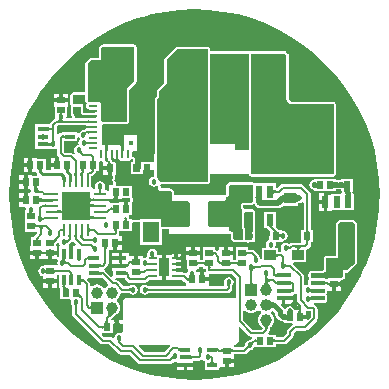
<source format=gbr>
G04 Layer_Physical_Order=1*
G04 Layer_Color=255*
%FSLAX25Y25*%
%MOIN*%
%TF.FileFunction,Copper,L1,Top,Signal*%
%TF.Part,Single*%
G01*
G75*
%TA.AperFunction,SMDPad*%
%ADD10R,0.06693X0.07677*%
%TA.AperFunction,SMDPad*%
%ADD11R,0.03661X0.03858*%
%TA.AperFunction,SMDPad*%
%ADD12R,0.01575X0.03543*%
%TA.AperFunction,SMDPad*%
%ADD13R,0.03543X0.01575*%
%TA.AperFunction,SMDPad*%
%ADD14R,0.02362X0.02559*%
%TA.AperFunction,SMDPad*%
%ADD15O,0.02756X0.00984*%
%TA.AperFunction,SMDPad*%
%ADD16R,0.03347X0.06299*%
%TA.AperFunction,SMDPad*%
%ADD17R,0.02559X0.02362*%
%TA.AperFunction,SMDPad*%
%ADD18R,0.06000X0.10000*%
%TA.AperFunction,SMDPad*%
%ADD19R,0.09646X0.09646*%
%TA.AperFunction,SMDPad*%
%ADD20O,0.00984X0.04331*%
%TA.AperFunction,SMDPad*%
%ADD21O,0.04331X0.00984*%
%TA.AperFunction,SMDPad*%
G04:AMPARAMS|DCode=22|XSize=15.35mil|YSize=47.24mil|CornerRadius=3.84mil|HoleSize=0mil|Usage=FLASHONLY|Rotation=270.000|XOffset=0mil|YOffset=0mil|HoleType=Round|Shape=RoundedRectangle|*
%AMROUNDEDRECTD22*
21,1,0.01535,0.03957,0,0,270.0*
21,1,0.00768,0.04724,0,0,270.0*
1,1,0.00768,-0.01978,-0.00384*
1,1,0.00768,-0.01978,0.00384*
1,1,0.00768,0.01978,0.00384*
1,1,0.00768,0.01978,-0.00384*
%
%ADD22ROUNDEDRECTD22*%
%TA.AperFunction,SMDPad*%
%ADD23R,0.02362X0.03937*%
%TA.AperFunction,SMDPad*%
%ADD24R,0.09370X0.39370*%
%TA.AperFunction,SMDPad*%
%ADD25O,0.00984X0.02953*%
%TA.AperFunction,SMDPad*%
%ADD26O,0.02953X0.00984*%
%TA.AperFunction,SMDPad*%
%ADD27R,0.07677X0.06890*%
%TA.AperFunction,SMDPad*%
%ADD28R,0.07677X0.07205*%
%TA.AperFunction,SMDPad*%
%ADD29R,0.01181X0.01772*%
%TA.AperFunction,SMDPad*%
%ADD30R,0.03858X0.03661*%
%TA.AperFunction,SMDPad*%
%ADD31R,0.05315X0.07087*%
%TA.AperFunction,SMDPad*%
%ADD32R,0.10000X0.06000*%
%TA.AperFunction,SMDPad*%
%ADD33R,0.03937X0.03268*%
%TA.AperFunction,SMDPad*%
%ADD34R,0.03347X0.01575*%
%ADD35C,0.00800*%
%ADD36C,0.01500*%
%ADD37C,0.00700*%
%ADD38C,0.01000*%
%ADD39C,0.02000*%
%ADD40C,0.04000*%
%TA.AperFunction,ViaPad*%
%ADD41R,0.03937X0.03937*%
%TA.AperFunction,ViaPad*%
%ADD42C,0.03937*%
%TA.AperFunction,ViaPad*%
%ADD43R,0.03937X0.03937*%
%TA.AperFunction,ViaPad*%
%ADD44C,0.01800*%
G36*
X397422Y384260D02*
X402235Y383690D01*
X404632Y383213D01*
X406989Y382745D01*
X411654Y381429D01*
X416202Y379751D01*
X420603Y377722D01*
X424832Y375354D01*
X428863Y372661D01*
X432669Y369660D01*
X436228Y366370D01*
X439518Y362811D01*
X442519Y359004D01*
X445212Y354974D01*
X447580Y350745D01*
X449610Y346343D01*
X451287Y341796D01*
X452603Y337131D01*
X453548Y332377D01*
X454062Y328040D01*
X454118Y327564D01*
X454309Y322721D01*
X454178Y319403D01*
X454118Y317877D01*
X453548Y313064D01*
X452603Y308310D01*
X451287Y303645D01*
X449610Y299097D01*
X448875Y297503D01*
X447933Y295460D01*
X447580Y294696D01*
X445212Y290467D01*
X442519Y286437D01*
X440624Y284033D01*
X439518Y282630D01*
X436228Y279071D01*
X432669Y275781D01*
X428863Y272780D01*
X424832Y270087D01*
X420603Y267719D01*
X416202Y265690D01*
X411654Y264012D01*
X406989Y262696D01*
X402235Y261751D01*
X397422Y261181D01*
X392579Y260991D01*
X387736Y261181D01*
X382922Y261751D01*
X378168Y262696D01*
X373503Y264012D01*
X368956Y265690D01*
X364554Y267719D01*
X360325Y270087D01*
X356295Y272780D01*
X352488Y275781D01*
X348929Y279071D01*
X345639Y282630D01*
X342638Y286437D01*
X339946Y290467D01*
X337577Y294696D01*
X335548Y299097D01*
X333870Y303645D01*
X332555Y308310D01*
X331609Y313064D01*
X331039Y317877D01*
X330849Y322721D01*
X331039Y327564D01*
X331609Y332377D01*
X332555Y337131D01*
X333870Y341796D01*
X335548Y346343D01*
X337577Y350745D01*
X339946Y354974D01*
X341260Y356941D01*
D01*
X342638Y359004D01*
X345639Y362811D01*
X348929Y366370D01*
X350693Y368000D01*
X351127Y368401D01*
X352488Y369660D01*
X356295Y372661D01*
X360325Y375354D01*
X364554Y377722D01*
X368956Y379751D01*
X373503Y381429D01*
X376635Y382312D01*
X378168Y382745D01*
X382922Y383690D01*
X387736Y384260D01*
X392579Y384450D01*
X397422Y384260D01*
D02*
G37*
%LPC*%
G36*
X438842Y328042D02*
X438828Y328040D01*
X433214D01*
X433209Y328041D01*
X433201Y328040D01*
X433172D01*
X433158Y328042D01*
X433143Y328040D01*
X432386D01*
Y327670D01*
X431852Y327564D01*
X431303Y327197D01*
X430936Y326648D01*
X430807Y326000D01*
X430936Y325352D01*
X431303Y324803D01*
X431852Y324436D01*
X432386Y324330D01*
Y323960D01*
X433143D01*
X433158Y323958D01*
X433172Y323960D01*
X433201D01*
X433209Y323959D01*
X433214Y323960D01*
X438828D01*
X438842Y323958D01*
X438857Y323960D01*
X439614D01*
Y324422D01*
X439682Y324435D01*
X439980Y324460D01*
X441075D01*
X441130Y324457D01*
X441307Y324437D01*
X441386Y324422D01*
Y323960D01*
X441785D01*
X441787Y323942D01*
Y323673D01*
X441831Y323453D01*
X441436Y322953D01*
X438059D01*
Y322500D01*
X437000D01*
Y323193D01*
X436860D01*
Y320224D01*
Y317256D01*
X438441D01*
Y317496D01*
X445681D01*
Y322032D01*
Y322166D01*
X445684Y322181D01*
X445681Y322195D01*
Y322500D01*
Y322953D01*
X445630D01*
X445280Y323260D01*
X445240Y323461D01*
X445268Y323960D01*
X445268Y323960D01*
X445268Y323960D01*
Y324718D01*
X445271Y324732D01*
X445268Y324747D01*
Y328040D01*
X442172D01*
X442158Y328042D01*
X442143Y328040D01*
X441386D01*
Y327578D01*
X441318Y327565D01*
X441020Y327540D01*
X439925D01*
X439870Y327543D01*
X439693Y327563D01*
X439614Y327578D01*
Y328040D01*
X438857D01*
X438842Y328042D01*
D02*
G37*
G36*
X335727Y329279D02*
X334146D01*
Y327600D01*
X335727D01*
Y327643D01*
X335697D01*
X335727Y327675D01*
Y328256D01*
X335527D01*
X335603Y328261D01*
X335671Y328278D01*
X335727Y328305D01*
Y329279D01*
D02*
G37*
G36*
X337227Y331900D02*
X335646D01*
Y330221D01*
X337227D01*
Y331163D01*
X337171Y331201D01*
X337103Y331224D01*
X337027Y331233D01*
X337227D01*
Y331900D01*
D02*
G37*
G36*
X339400Y302727D02*
X337720D01*
Y301146D01*
X339400D01*
Y302727D01*
D02*
G37*
G36*
X346227Y334780D02*
X344646D01*
Y333100D01*
X345143D01*
Y333130D01*
X345175Y333100D01*
X345599D01*
X345637Y333156D01*
X345662Y333224D01*
X345670Y333300D01*
Y333100D01*
X346227D01*
Y334780D01*
D02*
G37*
G36*
X337227D02*
X335646D01*
Y333100D01*
X337227D01*
Y334780D01*
D02*
G37*
G36*
X335727Y323280D02*
X334146D01*
Y321600D01*
X335727D01*
Y322255D01*
X335527D01*
X335603Y322264D01*
X335671Y322288D01*
X335727Y322326D01*
Y323280D01*
D02*
G37*
G36*
X435660Y323193D02*
X434079D01*
Y320824D01*
X435660D01*
Y323193D01*
D02*
G37*
G36*
X343900Y293227D02*
X343245D01*
Y293027D01*
X343236Y293103D01*
X343212Y293171D01*
X343174Y293227D01*
X342349D01*
X342316Y293197D01*
Y293227D01*
X342220D01*
Y291646D01*
X343900D01*
Y293227D01*
D02*
G37*
G36*
X441280Y292227D02*
X440684D01*
Y292197D01*
X440651Y292227D01*
X440337D01*
X440300Y292171D01*
X440275Y292103D01*
X440268Y292027D01*
Y292227D01*
X439600D01*
Y290646D01*
X441280D01*
Y292227D01*
D02*
G37*
G36*
X346779Y293227D02*
X345100D01*
Y291646D01*
X346779D01*
Y293227D01*
D02*
G37*
G36*
X435660Y319624D02*
X434079D01*
Y317256D01*
X435660D01*
Y319624D01*
D02*
G37*
G36*
X335727Y326400D02*
X334146D01*
Y324721D01*
X335727D01*
Y325663D01*
X335671Y325700D01*
X335603Y325725D01*
X335527Y325732D01*
X335727D01*
Y326325D01*
X335697Y326357D01*
X335727D01*
Y326400D01*
D02*
G37*
G36*
X405780Y266727D02*
X404100D01*
Y265146D01*
X405780D01*
Y266727D01*
D02*
G37*
G36*
X350279Y356354D02*
X348600D01*
Y355401D01*
X348656Y355363D01*
X348724Y355338D01*
X348800Y355330D01*
X348600D01*
Y354773D01*
X350279D01*
Y356354D01*
D02*
G37*
G36*
X388971Y265341D02*
X386898D01*
Y264154D01*
X388971D01*
Y265341D01*
D02*
G37*
G36*
X372500Y372775D02*
X362000D01*
X361703Y372716D01*
X361452Y372548D01*
X360952Y372048D01*
X360784Y371796D01*
X360725Y371500D01*
Y368321D01*
X360679Y368275D01*
X358000D01*
X357703Y368216D01*
X357452Y368048D01*
X356452Y367048D01*
X356284Y366796D01*
X356225Y366500D01*
Y364775D01*
Y364000D01*
Y363429D01*
Y357571D01*
Y356775D01*
X352653D01*
X352462Y356813D01*
X352403Y356801D01*
D01*
X352165Y356754D01*
X352165Y356754D01*
X351704Y356563D01*
X351704Y356563D01*
X351620Y356507D01*
X351610Y356500D01*
X351610D01*
X351452Y356395D01*
X351284Y356143D01*
X351225Y355847D01*
X351225Y355847D01*
Y352768D01*
X351284Y352471D01*
X351452Y352220D01*
X351461Y352214D01*
Y348886D01*
X351504D01*
X351640Y348744D01*
X351663Y348610D01*
X351263Y348175D01*
X350064D01*
X349882Y348438D01*
X350040Y348886D01*
X350040D01*
Y351992D01*
X350279D01*
Y353573D01*
X345721D01*
Y351992D01*
X345960D01*
Y348886D01*
X345960D01*
X346166Y348458D01*
X346087Y348094D01*
X346039Y348085D01*
X345656Y347828D01*
X344664Y346836D01*
X344407Y346453D01*
X344338Y346107D01*
X343845D01*
X343830Y346109D01*
X343816Y346107D01*
X339539D01*
Y343012D01*
Y340453D01*
Y337894D01*
X343816D01*
X343830Y337891D01*
X343845Y337894D01*
X344602D01*
X344602Y337894D01*
X345100Y337887D01*
X345500Y337807D01*
X346148Y337936D01*
X346317Y338050D01*
X346817Y337782D01*
Y336500D01*
X346817Y336500D01*
X346907Y336047D01*
X347164Y335664D01*
X347586Y335242D01*
X347427Y334857D01*
Y332500D01*
X346827D01*
Y331900D01*
X345670D01*
Y331700D01*
X345662Y331776D01*
X345637Y331844D01*
X345599Y331900D01*
X345175D01*
X345143Y331870D01*
Y331900D01*
X344646D01*
Y330785D01*
X343114D01*
Y334540D01*
X340008D01*
Y334780D01*
X338427D01*
Y332500D01*
Y331233D01*
X338627D01*
X338551Y331224D01*
X338483Y331201D01*
X338427Y331163D01*
Y330221D01*
X339910D01*
X339986Y329835D01*
X340184Y329539D01*
X340000Y329040D01*
X338508D01*
Y329279D01*
X336927D01*
Y328305D01*
X336983Y328278D01*
X337051Y328261D01*
X337127Y328256D01*
X336927D01*
Y327675D01*
X336957Y327643D01*
X336927D01*
Y327000D01*
Y326357D01*
X336957D01*
X336927Y326325D01*
Y325732D01*
X337127D01*
X337051Y325725D01*
X336983Y325700D01*
X336927Y325663D01*
Y324721D01*
X337665D01*
X337982Y324334D01*
X337981Y324327D01*
X338090Y323780D01*
X337821Y323280D01*
X336927D01*
Y322326D01*
X336983Y322288D01*
X337051Y322264D01*
X337127Y322255D01*
X336927D01*
Y321000D01*
X336327D01*
Y320400D01*
X334146D01*
Y318721D01*
X336218D01*
X336485Y318220D01*
X336436Y318148D01*
X336330Y317614D01*
X335961D01*
Y313732D01*
Y310386D01*
X340039D01*
X340317Y310001D01*
Y309990D01*
X339164Y308836D01*
X339015Y308614D01*
X337961D01*
Y305508D01*
X337720D01*
Y303927D01*
X340000D01*
Y303327D01*
X340600D01*
Y301146D01*
X342280D01*
Y301146D01*
X343900D01*
Y302810D01*
X343883Y302819D01*
X343822Y302844D01*
X343757Y302866D01*
X343687Y302885D01*
X343612Y302900D01*
X343532Y302912D01*
X343360Y302925D01*
X343266Y302927D01*
X343245Y303025D01*
Y302527D01*
X343236Y302603D01*
X343212Y302671D01*
X343171Y302731D01*
X343114Y302783D01*
X343041Y302827D01*
X342952Y302863D01*
X342847Y302891D01*
X342725Y302911D01*
X342587Y302923D01*
X342432Y302927D01*
Y303727D01*
X342587Y303731D01*
X342725Y303743D01*
X342847Y303763D01*
X342952Y303791D01*
X343041Y303827D01*
X343114Y303871D01*
X343171Y303923D01*
X343212Y303983D01*
X343236Y304051D01*
X343245Y304127D01*
Y303735D01*
X343270Y303737D01*
X343351Y303751D01*
X343426Y303770D01*
X343495Y303794D01*
X343558Y303823D01*
X343615Y303858D01*
X343665Y303898D01*
X343710Y303944D01*
X343748Y303994D01*
X343900Y303220D01*
Y303327D01*
X344500D01*
Y303927D01*
X346779D01*
Y305508D01*
X346539D01*
Y306077D01*
X346540Y306080D01*
X346545Y306144D01*
X346551Y306171D01*
X346567Y306220D01*
X346598Y306288D01*
X346645Y306375D01*
X346711Y306476D01*
X346790Y306584D01*
X346863Y306669D01*
X347325Y306578D01*
X347402Y306523D01*
X347436Y306352D01*
X347698Y305961D01*
X347484Y305461D01*
X347394D01*
Y301649D01*
X347280Y301565D01*
X346779Y301816D01*
Y302727D01*
X345100D01*
Y301146D01*
X346668D01*
X346994Y300735D01*
X346936Y300648D01*
X346808Y300000D01*
X346936Y299352D01*
X346513Y299114D01*
X342460D01*
Y299101D01*
X342173Y298866D01*
X341526Y298737D01*
X340977Y298370D01*
X340610Y297821D01*
X340481Y297173D01*
X340610Y296526D01*
X340977Y295976D01*
X341526Y295610D01*
X342173Y295481D01*
X342220Y295442D01*
Y294427D01*
X342316D01*
Y294457D01*
X342349Y294427D01*
X343174D01*
X343212Y294483D01*
X343236Y294551D01*
X343245Y294627D01*
Y294427D01*
X346779D01*
Y295990D01*
X347394D01*
Y292349D01*
X347391Y292339D01*
X347393Y292325D01*
X347391Y292311D01*
X347394Y292297D01*
Y291539D01*
X347502D01*
X347637Y291443D01*
X347884Y291225D01*
X347886Y291218D01*
Y287961D01*
X351090D01*
X351399Y287460D01*
X351308Y287000D01*
X351436Y286352D01*
X351803Y285803D01*
X351813Y285797D01*
X351815Y285786D01*
X351817Y285772D01*
Y283000D01*
X351817Y283000D01*
X351907Y282547D01*
X352164Y282164D01*
X361164Y273164D01*
X361164Y273164D01*
X361547Y272907D01*
X362000Y272817D01*
X364010D01*
X367164Y269664D01*
X367164Y269664D01*
X367547Y269407D01*
X368000Y269317D01*
X368000Y269317D01*
X371010D01*
X373724Y266604D01*
X373724Y266604D01*
X374107Y266347D01*
X374560Y266257D01*
X384440D01*
X384440Y266257D01*
X384893Y266347D01*
X385276Y266604D01*
X385968Y267295D01*
X385979Y267304D01*
X385988Y267310D01*
X386000Y267307D01*
X386398Y267387D01*
X386898Y267048D01*
Y266541D01*
X392244D01*
Y267317D01*
X394000D01*
X394000Y267317D01*
X394453Y267407D01*
X394836Y267664D01*
X394943Y267770D01*
X395045Y267787D01*
D01*
X395555Y267675D01*
X395803Y267303D01*
X395996Y267174D01*
Y264394D01*
X400862D01*
Y264803D01*
X401221Y265146D01*
X402900D01*
Y267327D01*
X403500D01*
Y267927D01*
X405780D01*
Y269491D01*
X409173D01*
X409173Y269491D01*
X409626Y269581D01*
X410010Y269837D01*
X410983Y270811D01*
X411000Y270808D01*
X411648Y270936D01*
X412197Y271303D01*
X412564Y271852D01*
X412585Y271960D01*
X419614D01*
Y272817D01*
X422500D01*
X422500Y272817D01*
X422953Y272907D01*
X423336Y273164D01*
X425336Y275164D01*
X425593Y275547D01*
X425683Y276000D01*
Y276510D01*
X426490Y277317D01*
X429500D01*
X429500Y277317D01*
X429953Y277407D01*
X430336Y277664D01*
X433336Y280664D01*
X433593Y281047D01*
X433683Y281500D01*
Y284000D01*
Y284500D01*
X433683Y284500D01*
X433593Y284953D01*
X433336Y285336D01*
X433336Y285336D01*
X432836Y285836D01*
X432453Y286093D01*
X432359Y286111D01*
X432408Y286611D01*
X435687D01*
X436133Y286700D01*
X436512Y286953D01*
X436764Y287331D01*
X436853Y287778D01*
Y288545D01*
X436764Y288992D01*
X436724Y289052D01*
X436545Y289441D01*
X436724Y289829D01*
X436764Y289890D01*
X436853Y290337D01*
Y290646D01*
X438400D01*
Y292827D01*
X439000D01*
Y293427D01*
X440268D01*
Y293627D01*
X440275Y293551D01*
X440300Y293483D01*
X440337Y293427D01*
X440651D01*
X440684Y293457D01*
Y293427D01*
X441280D01*
Y294041D01*
X441336Y294052D01*
X441389Y294087D01*
X441447Y294109D01*
X441561Y294179D01*
X441660Y294235D01*
X441728Y294257D01*
X441730Y294259D01*
X441733Y294259D01*
X441802Y294282D01*
X441850Y294288D01*
X441889Y294302D01*
X441931Y294303D01*
X442032Y294349D01*
X442137Y294385D01*
X442168Y294412D01*
X442206Y294429D01*
X442281Y294510D01*
X442365Y294583D01*
X442383Y294620D01*
X442412Y294651D01*
X442660Y295054D01*
X442681Y295112D01*
X442716Y295163D01*
X442734Y295252D01*
X442765Y295337D01*
X442763Y295399D01*
X442775Y295460D01*
Y296725D01*
X443500D01*
X443796Y296784D01*
X444048Y296952D01*
X446548Y299452D01*
X446716Y299704D01*
X446775Y300000D01*
Y301500D01*
Y306000D01*
Y313000D01*
X446716Y313297D01*
X446548Y313548D01*
X446048Y314048D01*
X445796Y314216D01*
X445500Y314275D01*
X441000D01*
X440703Y314216D01*
X440452Y314048D01*
X439952Y313548D01*
X439784Y313297D01*
X439725Y313000D01*
Y307429D01*
Y305500D01*
Y302321D01*
X439679Y302275D01*
X436500D01*
X436203Y302216D01*
X435952Y302048D01*
X435784Y301797D01*
X435725Y301500D01*
Y298500D01*
Y297576D01*
X435711Y297506D01*
X435709Y297503D01*
X435693Y297497D01*
X435684Y297491D01*
X435312Y297406D01*
X435301Y297405D01*
X435237Y297391D01*
X435172D01*
X435161Y297389D01*
X431730D01*
X431284Y297300D01*
X431156Y297214D01*
X431156Y297214D01*
X430906Y297047D01*
X430653Y296669D01*
X430564Y296222D01*
Y295455D01*
X430653Y295008D01*
X430838Y294731D01*
X430733Y294661D01*
X430427Y294203D01*
X430319Y293663D01*
Y292896D01*
X430365Y292666D01*
X429852Y292564D01*
X429683Y292450D01*
X429427Y292587D01*
X429183Y292626D01*
Y292718D01*
Y295500D01*
D01*
Y295500D01*
X429093Y295953D01*
X428836Y296336D01*
X428836Y296336D01*
X425566Y299606D01*
X425774Y300106D01*
X429874D01*
Y304392D01*
X429953Y304407D01*
X430336Y304664D01*
X431009Y305337D01*
X431009Y305337D01*
X431266Y305721D01*
X431356Y306173D01*
X431356Y306173D01*
Y306961D01*
X432114D01*
Y311039D01*
X431356D01*
Y322605D01*
Y322827D01*
X431356Y322827D01*
X431266Y323279D01*
X431009Y323663D01*
X431009Y323663D01*
X428836Y325836D01*
X428453Y326093D01*
X428000Y326183D01*
X428000Y326183D01*
X422000D01*
X422000Y326183D01*
X421547Y326093D01*
X421164Y325836D01*
X421164Y325836D01*
X420234Y324907D01*
X419681D01*
Y326453D01*
X412611D01*
X412607Y326460D01*
X412599Y326465D01*
X412549Y326515D01*
X412549Y326515D01*
X412549Y326515D01*
X412494Y326552D01*
X412490Y326556D01*
X412482Y326561D01*
X412477Y326563D01*
X412433Y326593D01*
X412298Y326683D01*
X412298Y326683D01*
X412298D01*
X412298Y326683D01*
X412224Y326713D01*
X412220Y326716D01*
X412145Y326731D01*
X412075Y326760D01*
X411999D01*
X411998Y326760D01*
D01*
X411924Y326775D01*
X404430D01*
X404355Y326760D01*
X404279D01*
X404208Y326746D01*
X404138Y326717D01*
X404133Y326716D01*
X404130Y326713D01*
X404007Y326663D01*
X404003Y326662D01*
X403999Y326659D01*
X403929Y326630D01*
D01*
X403929Y326630D01*
X403869Y326590D01*
X403815Y326536D01*
X403752Y326494D01*
X403506Y326248D01*
X403464Y326185D01*
X403410Y326131D01*
X403370Y326071D01*
X403370Y326071D01*
X403370Y326071D01*
X403340Y326001D01*
X403338Y325997D01*
X403337Y325993D01*
X403287Y325870D01*
X403284Y325867D01*
X403283Y325862D01*
X403254Y325792D01*
X403240Y325721D01*
Y325645D01*
X403225Y325570D01*
Y325457D01*
X403225Y323682D01*
X403225D01*
X403225Y322854D01*
X402872Y322500D01*
X385775D01*
Y323275D01*
Y323500D01*
X385716Y323797D01*
X385548Y324048D01*
X385048Y324548D01*
X384797Y324716D01*
X384500Y324775D01*
X381417D01*
Y324961D01*
X381275D01*
Y325426D01*
X381250Y325550D01*
X381234Y325675D01*
X381221Y325697D01*
X381216Y325722D01*
X381178Y325779D01*
X381228Y325936D01*
X381421Y326192D01*
X381478Y326230D01*
X381500Y326225D01*
X397000D01*
X397297Y326284D01*
X397548Y326452D01*
X397716Y326704D01*
X397775Y327000D01*
Y329461D01*
X410258Y329493D01*
X410423Y329461D01*
X410684D01*
X410747Y329397D01*
D01*
D01*
D01*
X410749Y329386D01*
X410779Y329315D01*
X410794Y329240D01*
X410836Y329177D01*
X410865Y329107D01*
X410871Y329100D01*
X410872Y329100D01*
X410872Y329100D01*
X410872Y329099D01*
X410873Y329098D01*
X410921Y329050D01*
X410962Y328989D01*
X410967Y328983D01*
X410969Y328982D01*
X410970Y328980D01*
X410973Y328977D01*
X410973Y328977D01*
X411034Y328937D01*
X411085Y328886D01*
X411087Y328885D01*
X411087Y328884D01*
X411087Y328884D01*
X411117Y328872D01*
X411133Y328865D01*
X411136Y328862D01*
X411146Y328856D01*
X411170Y328846D01*
X411225Y328809D01*
X411225Y328809D01*
X411270Y328790D01*
X411280Y328784D01*
X411355Y328769D01*
X411425Y328740D01*
X411501Y328740D01*
X411576Y328725D01*
X438646D01*
X438943Y328784D01*
X439194Y328952D01*
X439548Y329306D01*
X439716Y329557D01*
X439775Y329854D01*
Y352746D01*
X439716Y353042D01*
X439548Y353293D01*
X439296Y353461D01*
X439000Y353520D01*
X424980D01*
X424000Y354500D01*
Y356500D01*
Y358000D01*
Y364000D01*
Y369179D01*
X423941Y369476D01*
X423773Y369727D01*
X423227Y370273D01*
X422976Y370441D01*
X422679Y370500D01*
X411500D01*
X411203Y370441D01*
X411113Y370380D01*
X411022Y370441D01*
X410725Y370500D01*
X397775D01*
Y371225D01*
X397716Y371522D01*
X397548Y371773D01*
X397297Y371941D01*
X397000Y372000D01*
X386821D01*
X386524Y371941D01*
X386273Y371773D01*
X384500Y370000D01*
X382727Y368227D01*
X382559Y367976D01*
X382500Y367679D01*
Y364000D01*
Y360076D01*
X382486Y360006D01*
X382446Y359946D01*
X380227Y357727D01*
X380059Y357476D01*
X380000Y357179D01*
Y355472D01*
X379998Y355471D01*
X379666Y355124D01*
X379590Y355003D01*
X379511Y354885D01*
X379509Y354876D01*
X379504Y354868D01*
X379480Y354728D01*
X379452Y354588D01*
Y340576D01*
X379451Y340571D01*
X379451Y340571D01*
Y336466D01*
X379410Y336404D01*
X379356Y336350D01*
X379327Y336280D01*
D01*
X379284Y336217D01*
X379269Y336142D01*
X379240Y336071D01*
Y335995D01*
X379225Y335920D01*
Y332359D01*
X378725Y331997D01*
X378614Y332033D01*
Y332557D01*
Y333540D01*
X374732D01*
Y331556D01*
X374720Y331548D01*
X374552Y331296D01*
X374493Y331000D01*
Y330235D01*
X372161D01*
Y332768D01*
X372441Y332824D01*
X372692Y332992D01*
X372860Y333243D01*
X372919Y333540D01*
Y334327D01*
X372900Y334420D01*
X372896Y334515D01*
X372896Y334515D01*
X372887Y334532D01*
X372886Y334552D01*
X372867Y334586D01*
X372860Y334623D01*
X372807Y334702D01*
X372767Y334788D01*
X372752Y334801D01*
X372743Y334818D01*
X372601Y334992D01*
X372571Y335016D01*
X372550Y335048D01*
X372455Y335111D01*
X372367Y335183D01*
X372330Y335194D01*
X372298Y335216D01*
X372187Y335238D01*
X372078Y335271D01*
X371607Y335433D01*
Y336607D01*
X372228Y337228D01*
X373559D01*
Y342464D01*
X370803Y342464D01*
Y342500D01*
X362500D01*
X362427Y342427D01*
X361958Y342602D01*
X361732Y345860D01*
X362073Y346225D01*
X370000D01*
X370297Y346284D01*
X370548Y346452D01*
X370716Y346704D01*
X370716Y346705D01*
X370803Y346702D01*
Y350500D01*
X370775D01*
Y357603D01*
X370789Y357673D01*
X370829Y357733D01*
X373048Y359952D01*
X373216Y360204D01*
X373246Y360355D01*
X373246Y360355D01*
Y360355D01*
X373275Y360500D01*
Y371500D01*
Y372000D01*
X373216Y372297D01*
X373048Y372548D01*
X372797Y372716D01*
X372500Y372775D01*
D02*
G37*
G36*
X392244Y265341D02*
X390171D01*
Y264154D01*
X392244D01*
Y265341D01*
D02*
G37*
G36*
X347400Y356354D02*
X345721D01*
Y354773D01*
X347400D01*
Y355330D01*
X347200D01*
X347276Y355338D01*
X347344Y355363D01*
X347400Y355401D01*
Y356354D01*
D02*
G37*
%LPD*%
G36*
X345776Y297897D02*
X345799Y297829D01*
X345840Y297769D01*
X345896Y297717D01*
X345968Y297673D01*
X346056Y297637D01*
X346160Y297609D01*
X346280Y297589D01*
X346415Y297577D01*
X346568Y297573D01*
Y296773D01*
X346415Y296769D01*
X346280Y296757D01*
X346160Y296737D01*
X346056Y296709D01*
X345968Y296673D01*
X345896Y296629D01*
X345840Y296577D01*
X345799Y296517D01*
X345776Y296449D01*
X345767Y296373D01*
Y297973D01*
X345776Y297897D01*
D02*
G37*
G36*
X352252Y307013D02*
X352325Y306979D01*
X353103Y306201D01*
X352896Y305701D01*
X352100D01*
Y302929D01*
X350900D01*
Y306021D01*
X350890Y306044D01*
X350873Y306201D01*
X351663Y306990D01*
X351800Y307031D01*
X352252Y307013D01*
D02*
G37*
G36*
X412086Y297750D02*
X412047Y297697D01*
X412013Y297639D01*
X411983Y297576D01*
X411958Y297509D01*
X411937Y297436D01*
X411921Y297358D01*
X411909Y297275D01*
X411902Y297187D01*
X411900Y297094D01*
X411100D01*
X411098Y297187D01*
X411091Y297275D01*
X411079Y297358D01*
X411063Y297436D01*
X411042Y297509D01*
X411017Y297576D01*
X410987Y297639D01*
X410953Y297697D01*
X410914Y297750D01*
X410870Y297797D01*
X412130D01*
X412086Y297750D01*
D02*
G37*
G36*
X398761Y303897D02*
X398778Y303829D01*
X398807Y303769D01*
X398847Y303717D01*
X398898Y303673D01*
X398961Y303637D01*
X399035Y303609D01*
X399121Y303589D01*
X399218Y303577D01*
X399327Y303573D01*
Y302773D01*
X399218Y302769D01*
X399121Y302757D01*
X399035Y302737D01*
X398961Y302709D01*
X398898Y302673D01*
X398847Y302629D01*
X398807Y302577D01*
X398778Y302517D01*
X398761Y302449D01*
X398756Y302373D01*
Y303973D01*
X398761Y303897D01*
D02*
G37*
G36*
X377529Y297063D02*
X377506Y297073D01*
X377469Y297082D01*
X377417Y297090D01*
X377271Y297103D01*
X376804Y297115D01*
X376651Y297116D01*
Y297916D01*
X376804Y297916D01*
X377506Y297958D01*
X377529Y297968D01*
Y297063D01*
D02*
G37*
G36*
X341264Y304051D02*
X341288Y303983D01*
X341329Y303923D01*
X341386Y303871D01*
X341459Y303827D01*
X341548Y303791D01*
X341653Y303763D01*
X341775Y303743D01*
X341913Y303731D01*
X342068Y303727D01*
Y302927D01*
X341913Y302923D01*
X341775Y302911D01*
X341653Y302891D01*
X341548Y302863D01*
X341459Y302827D01*
X341386Y302783D01*
X341329Y302731D01*
X341288Y302671D01*
X341264Y302603D01*
X341255Y302527D01*
Y304127D01*
X341264Y304051D01*
D02*
G37*
G36*
X409764Y303897D02*
X409788Y303829D01*
X409829Y303769D01*
X409886Y303717D01*
X409959Y303673D01*
X410048Y303637D01*
X410153Y303609D01*
X410275Y303589D01*
X410413Y303577D01*
X410568Y303573D01*
Y302773D01*
X410413Y302769D01*
X410275Y302757D01*
X410153Y302737D01*
X410048Y302709D01*
X409959Y302673D01*
X409886Y302629D01*
X409829Y302577D01*
X409788Y302517D01*
X409764Y302449D01*
X409756Y302373D01*
Y303973D01*
X409764Y303897D01*
D02*
G37*
G36*
X374264Y297551D02*
X374288Y297483D01*
X374329Y297423D01*
X374385Y297371D01*
X374459Y297327D01*
X374548Y297291D01*
X374653Y297263D01*
X374775Y297243D01*
X374913Y297231D01*
X375067Y297227D01*
Y296427D01*
X374913Y296423D01*
X374775Y296411D01*
X374653Y296391D01*
X374548Y296363D01*
X374459Y296327D01*
X374385Y296283D01*
X374329Y296231D01*
X374288Y296171D01*
X374264Y296103D01*
X374255Y296027D01*
Y297627D01*
X374264Y297551D01*
D02*
G37*
G36*
X387494Y295990D02*
X387531Y295981D01*
X387583Y295973D01*
X387730Y295960D01*
X388196Y295948D01*
X388349Y295947D01*
Y295147D01*
X388196Y295147D01*
X387494Y295105D01*
X387471Y295095D01*
Y296000D01*
X387494Y295990D01*
D02*
G37*
G36*
X420045Y295187D02*
X420006Y295234D01*
X419956Y295277D01*
X419895Y295315D01*
X419823Y295348D01*
X419740Y295376D01*
X419646Y295398D01*
X419541Y295416D01*
X419426Y295428D01*
X419161Y295439D01*
Y296239D01*
X419299Y296241D01*
X419541Y296261D01*
X419646Y296279D01*
X419740Y296302D01*
X419823Y296329D01*
X419895Y296362D01*
X419956Y296400D01*
X420006Y296443D01*
X420045Y296491D01*
Y295187D01*
D02*
G37*
G36*
X361602Y294894D02*
Y294894D01*
X362064Y294763D01*
D01*
D01*
X363524Y293303D01*
X363886Y292942D01*
X363788Y292451D01*
X363624Y292383D01*
X363054Y291946D01*
X362799Y291614D01*
X362797Y291613D01*
X362203D01*
X362201Y291614D01*
X361946Y291946D01*
X361376Y292383D01*
X360712Y292658D01*
X360000Y292752D01*
X359288Y292658D01*
X358624Y292383D01*
X358303Y292137D01*
X357803Y292383D01*
Y292880D01*
X357713Y293333D01*
X357456Y293716D01*
X356779Y294393D01*
X356986Y294894D01*
X360816D01*
X360830Y294891D01*
X360845Y294894D01*
X361602D01*
X361602Y294894D01*
D02*
G37*
G36*
X392413Y295636D02*
X392374Y295584D01*
X392339Y295526D01*
X392310Y295463D01*
X392284Y295395D01*
X392264Y295323D01*
X392248Y295245D01*
X392236Y295162D01*
X392229Y295074D01*
X392227Y294981D01*
X391427D01*
X391424Y295074D01*
X391418Y295162D01*
X391406Y295245D01*
X391390Y295323D01*
X391369Y295395D01*
X391344Y295463D01*
X391314Y295526D01*
X391280Y295584D01*
X391241Y295636D01*
X391197Y295684D01*
X392457D01*
X392413Y295636D01*
D02*
G37*
G36*
X392231Y296220D02*
X392243Y296125D01*
X392263Y296042D01*
X392291Y295969D01*
X392327Y295907D01*
X392371Y295857D01*
X392423Y295818D01*
X392483Y295790D01*
X392551Y295773D01*
X392627Y295767D01*
X391027D01*
X391103Y295773D01*
X391171Y295790D01*
X391231Y295818D01*
X391283Y295857D01*
X391327Y295907D01*
X391363Y295969D01*
X391391Y296042D01*
X391411Y296125D01*
X391423Y296220D01*
X391427Y296327D01*
X392227D01*
X392231Y296220D01*
D02*
G37*
G36*
X351904Y296373D02*
X351915Y296259D01*
X351934Y296159D01*
X351960Y296072D01*
X351994Y295998D01*
X352035Y295938D01*
X352084Y295891D01*
X352140Y295857D01*
X352204Y295837D01*
X352275Y295830D01*
X350725D01*
X350796Y295837D01*
X350860Y295857D01*
X350916Y295891D01*
X350965Y295938D01*
X351006Y295998D01*
X351040Y296072D01*
X351066Y296159D01*
X351085Y296259D01*
X351096Y296373D01*
X351100Y296500D01*
X351900D01*
X351904Y296373D01*
D02*
G37*
G36*
X360839Y297145D02*
X360862Y297081D01*
X360903Y297025D01*
X360959Y296976D01*
X361031Y296935D01*
X361119Y296901D01*
X361223Y296875D01*
X361343Y296856D01*
X361478Y296845D01*
X361631Y296841D01*
Y296041D01*
X361478Y296037D01*
X361343Y296026D01*
X361223Y296007D01*
X361119Y295981D01*
X361031Y295947D01*
X360959Y295906D01*
X360903Y295857D01*
X360862Y295801D01*
X360839Y295737D01*
X360830Y295666D01*
Y297216D01*
X360839Y297145D01*
D02*
G37*
G36*
X369686Y297094D02*
X369710Y297026D01*
X369751Y296966D01*
X369808Y296914D01*
X369881Y296870D01*
X369971Y296834D01*
X370076Y296806D01*
X370198Y296786D01*
X370335Y296774D01*
X370489Y296770D01*
Y295970D01*
X370337Y295967D01*
X370081Y295943D01*
X369977Y295921D01*
X369889Y295894D01*
X369817Y295860D01*
X369761Y295821D01*
X369721Y295775D01*
X369697Y295723D01*
X369689Y295666D01*
X369677Y297170D01*
X369686Y297094D01*
D02*
G37*
G36*
X343245Y297596D02*
X343255Y297594D01*
X343338Y297582D01*
X343426Y297575D01*
X343519Y297573D01*
Y296773D01*
X343426Y296771D01*
X343338Y296764D01*
X343255Y296753D01*
X343245Y296750D01*
Y296373D01*
X343236Y296449D01*
X343212Y296517D01*
X343171Y296577D01*
X343114Y296629D01*
X343041Y296673D01*
X343019Y296682D01*
X342974Y296660D01*
X342916Y296626D01*
X342864Y296587D01*
X342816Y296543D01*
Y296742D01*
X342725Y296757D01*
X342587Y296769D01*
X342432Y296773D01*
Y297573D01*
X342587Y297577D01*
X342725Y297589D01*
X342816Y297604D01*
Y297803D01*
X342864Y297760D01*
X342916Y297720D01*
X342974Y297686D01*
X343019Y297664D01*
X343041Y297673D01*
X343114Y297717D01*
X343171Y297769D01*
X343212Y297829D01*
X343236Y297897D01*
X343245Y297973D01*
Y297596D01*
D02*
G37*
G36*
X349341Y301325D02*
X349343Y301169D01*
X349716D01*
X349645Y301162D01*
X349581Y301140D01*
X349525Y301104D01*
X349476Y301053D01*
X349435Y300987D01*
X349401Y300907D01*
X349375Y300813D01*
X349356Y300703D01*
X349349Y300628D01*
X349351Y300489D01*
X349363Y300483D01*
X349431Y300458D01*
X349504Y300437D01*
X349582Y300421D01*
X349665Y300409D01*
X349753Y300402D01*
X349846Y300400D01*
Y299600D01*
X349753Y299598D01*
X349665Y299591D01*
X349582Y299579D01*
X349504Y299563D01*
X349431Y299542D01*
X349363Y299517D01*
X349301Y299487D01*
X349243Y299453D01*
X349190Y299414D01*
X349143Y299370D01*
Y300399D01*
X349065Y300441D01*
X348541D01*
X348537Y300579D01*
X348526Y300703D01*
X348521Y300732D01*
X348266Y300869D01*
X348318Y300888D01*
X348365Y300916D01*
X348406Y300952D01*
X348442Y300996D01*
X348406Y301053D01*
X348357Y301104D01*
X348301Y301140D01*
X348237Y301162D01*
X348165Y301169D01*
X348513D01*
X348516Y301180D01*
X348530Y301258D01*
X348538Y301344D01*
X348541Y301439D01*
X349341Y301325D01*
D02*
G37*
G36*
X371732Y299373D02*
X371727Y299449D01*
X371710Y299517D01*
X371682Y299577D01*
X371643Y299629D01*
X371593Y299673D01*
X371531Y299709D01*
X371458Y299737D01*
X371375Y299757D01*
X371280Y299769D01*
X371173Y299773D01*
Y300573D01*
X371280Y300577D01*
X371375Y300589D01*
X371458Y300609D01*
X371531Y300637D01*
X371593Y300673D01*
X371643Y300717D01*
X371682Y300769D01*
X371710Y300829D01*
X371727Y300897D01*
X371732Y300973D01*
Y299373D01*
D02*
G37*
G36*
X376901Y300098D02*
X376924Y300053D01*
X376955Y300013D01*
X376996Y299979D01*
X377046Y299950D01*
X377105Y299926D01*
X377173Y299908D01*
X377179Y299907D01*
X377506Y299927D01*
X377529Y299937D01*
Y299032D01*
X377506Y299042D01*
X377469Y299051D01*
X377417Y299059D01*
X377271Y299071D01*
X376804Y299084D01*
X376651Y299084D01*
Y299112D01*
X376234Y299131D01*
X376651Y299780D01*
Y299884D01*
X376718Y299885D01*
X376888Y300148D01*
X376901Y300098D01*
D02*
G37*
G36*
X404264Y300551D02*
X404288Y300483D01*
X404329Y300423D01*
X404386Y300371D01*
X404459Y300327D01*
X404548Y300291D01*
X404653Y300263D01*
X404775Y300243D01*
X404913Y300231D01*
X405067Y300227D01*
Y299427D01*
X404913Y299423D01*
X404775Y299411D01*
X404653Y299391D01*
X404548Y299363D01*
X404459Y299327D01*
X404386Y299283D01*
X404329Y299231D01*
X404288Y299171D01*
X404264Y299103D01*
X404255Y299027D01*
Y300627D01*
X404264Y300551D01*
D02*
G37*
G36*
X407233Y299027D02*
X407225Y299103D01*
X407200Y299171D01*
X407161Y299231D01*
X407104Y299283D01*
X407032Y299327D01*
X406945Y299363D01*
X406841Y299391D01*
X406720Y299411D01*
X406585Y299423D01*
X406432Y299427D01*
Y300227D01*
X406585Y300231D01*
X406720Y300243D01*
X406841Y300263D01*
X406945Y300291D01*
X407032Y300327D01*
X407104Y300371D01*
X407161Y300423D01*
X407200Y300483D01*
X407225Y300551D01*
X407233Y300627D01*
Y299027D01*
D02*
G37*
G36*
X422402Y300253D02*
X422409Y300165D01*
X422421Y300082D01*
X422437Y300004D01*
X422458Y299931D01*
X422483Y299864D01*
X422513Y299801D01*
X422547Y299743D01*
X422586Y299690D01*
X422630Y299643D01*
X421370D01*
X421414Y299690D01*
X421453Y299743D01*
X421487Y299801D01*
X421517Y299864D01*
X421543Y299931D01*
X421563Y300004D01*
X421579Y300082D01*
X421591Y300165D01*
X421598Y300253D01*
X421600Y300346D01*
X422400D01*
X422402Y300253D01*
D02*
G37*
G36*
X379006Y302588D02*
X379018Y302450D01*
X379024Y302413D01*
X379199Y302433D01*
X379162Y302382D01*
X379128Y302327D01*
X379099Y302267D01*
X379074Y302204D01*
X379102Y302133D01*
X379146Y302060D01*
X379198Y302003D01*
X379258Y301963D01*
X379326Y301938D01*
X379402Y301930D01*
X379014D01*
X379010Y301895D01*
X379002Y301713D01*
X378202Y301611D01*
X378200Y301704D01*
X378192Y301792D01*
X378179Y301874D01*
X378166Y301930D01*
X377802D01*
X377878Y301938D01*
X377946Y301963D01*
X378006Y302003D01*
X378058Y302060D01*
X378093Y302117D01*
X378077Y302145D01*
X378039Y302199D01*
X377996Y302247D01*
X377947Y302290D01*
X378163Y302314D01*
X378166Y302328D01*
X378186Y302450D01*
X378198Y302588D01*
X378202Y302742D01*
X379002D01*
X379006Y302588D01*
D02*
G37*
G36*
X413402Y301973D02*
X413409Y301943D01*
X413421Y301912D01*
X413437Y301880D01*
X413457Y301845D01*
X413483Y301808D01*
X413513Y301770D01*
X413586Y301687D01*
X413630Y301643D01*
X412370D01*
X412414Y301687D01*
X412487Y301770D01*
X412517Y301808D01*
X412542Y301845D01*
X412563Y301880D01*
X412579Y301912D01*
X412591Y301943D01*
X412598Y301973D01*
X412600Y302000D01*
X413400D01*
X413402Y301973D01*
D02*
G37*
G36*
X419807Y303224D02*
X419831Y303156D01*
X419872Y303096D01*
X419929Y303044D01*
X420002Y303000D01*
X420091Y302964D01*
X420197Y302936D01*
X420319Y302916D01*
X420457Y302904D01*
X420611Y302900D01*
Y302100D01*
X420457Y302096D01*
X420319Y302084D01*
X420197Y302064D01*
X420091Y302036D01*
X420002Y302000D01*
X419929Y301956D01*
X419872Y301904D01*
X419831Y301844D01*
X419807Y301776D01*
X419799Y301700D01*
Y303300D01*
X419807Y303224D01*
D02*
G37*
G36*
X368653Y300787D02*
X368585Y300763D01*
X368525Y300723D01*
X368473Y300666D01*
X368429Y300593D01*
X368393Y300503D01*
X368365Y300398D01*
X368346Y300279D01*
X368365Y300161D01*
X368393Y300056D01*
X368429Y299966D01*
X368473Y299893D01*
X368525Y299836D01*
X368585Y299796D01*
X368653Y299771D01*
X368729Y299763D01*
X367129D01*
X367205Y299771D01*
X367273Y299796D01*
X367333Y299836D01*
X367385Y299893D01*
X367429Y299966D01*
X367465Y300056D01*
X367493Y300161D01*
X367513Y300279D01*
X367493Y300398D01*
X367465Y300503D01*
X367429Y300593D01*
X367385Y300666D01*
X367333Y300723D01*
X367273Y300763D01*
X367205Y300787D01*
X367129Y300796D01*
X368729D01*
X368653Y300787D01*
D02*
G37*
G36*
X357311Y300784D02*
X357304Y300855D01*
X357283Y300919D01*
X357249Y300975D01*
X357201Y301024D01*
X357138Y301065D01*
X357062Y301099D01*
X356972Y301125D01*
X356868Y301144D01*
X356751Y301155D01*
X356619Y301159D01*
Y301959D01*
X356751Y301963D01*
X356868Y301974D01*
X356972Y301993D01*
X357062Y302019D01*
X357138Y302053D01*
X357201Y302094D01*
X357249Y302143D01*
X357283Y302199D01*
X357304Y302263D01*
X357311Y302334D01*
Y300784D01*
D02*
G37*
G36*
X360839Y299704D02*
X360862Y299640D01*
X360903Y299584D01*
X360959Y299535D01*
X361031Y299494D01*
X361119Y299460D01*
X361223Y299434D01*
X361343Y299415D01*
X361478Y299404D01*
X361631Y299400D01*
Y298600D01*
X361478Y298596D01*
X361343Y298585D01*
X361223Y298566D01*
X361119Y298540D01*
X361031Y298506D01*
X360959Y298465D01*
X360903Y298416D01*
X360862Y298360D01*
X360839Y298296D01*
X360830Y298225D01*
Y299775D01*
X360839Y299704D01*
D02*
G37*
G36*
X369692D02*
X369701Y299640D01*
X369717Y299584D01*
X369739Y299535D01*
X369767Y299494D01*
X369801Y299460D01*
X369841Y299434D01*
X369888Y299415D01*
X369941Y299404D01*
X370000Y299400D01*
Y298600D01*
X369941Y298596D01*
X369888Y298585D01*
X369841Y298566D01*
X369801Y298540D01*
X369767Y298506D01*
X369739Y298465D01*
X369717Y298416D01*
X369701Y298360D01*
X369692Y298296D01*
X369689Y298225D01*
Y299775D01*
X369692Y299704D01*
D02*
G37*
G36*
X398224Y298661D02*
X398156Y298637D01*
X398096Y298597D01*
X398044Y298540D01*
X398000Y298467D01*
X397964Y298377D01*
X397936Y298272D01*
X397916Y298150D01*
X397904Y298012D01*
X397900Y297858D01*
X397100D01*
X397096Y298012D01*
X397084Y298150D01*
X397064Y298272D01*
X397036Y298377D01*
X397000Y298467D01*
X396956Y298540D01*
X396904Y298597D01*
X396844Y298637D01*
X396776Y298661D01*
X396700Y298670D01*
X398300D01*
X398224Y298661D01*
D02*
G37*
G36*
X391240Y269204D02*
X391264Y269140D01*
X391304Y269084D01*
X391360Y269035D01*
X391432Y268994D01*
X391520Y268960D01*
X391624Y268934D01*
X391744Y268915D01*
X391880Y268904D01*
X392032Y268900D01*
Y268100D01*
X391880Y268096D01*
X391744Y268085D01*
X391624Y268066D01*
X391520Y268040D01*
X391432Y268006D01*
X391360Y267965D01*
X391304Y267916D01*
X391264Y267860D01*
X391240Y267796D01*
X391232Y267725D01*
Y269275D01*
X391240Y269204D01*
D02*
G37*
G36*
X412190Y299026D02*
X412243Y298987D01*
X412301Y298953D01*
X412363Y298923D01*
X412431Y298898D01*
X412504Y298877D01*
X412582Y298861D01*
X412665Y298849D01*
X412753Y298842D01*
X412846Y298840D01*
Y298040D01*
X412753Y298038D01*
X412665Y298031D01*
X412582Y298019D01*
X412504Y298003D01*
X412431Y297983D01*
X412363Y297957D01*
X412301Y297927D01*
X412243Y297893D01*
X412190Y297854D01*
X412143Y297810D01*
Y299070D01*
X412190Y299026D01*
D02*
G37*
G36*
X422690Y299586D02*
X422743Y299547D01*
X422801Y299513D01*
X422863Y299483D01*
X422931Y299458D01*
X423004Y299437D01*
X423082Y299421D01*
X423165Y299409D01*
X423253Y299402D01*
X423346Y299400D01*
Y298600D01*
X423253Y298598D01*
X423165Y298591D01*
X423082Y298579D01*
X423004Y298563D01*
X422931Y298542D01*
X422863Y298517D01*
X422801Y298487D01*
X422743Y298453D01*
X422690Y298414D01*
X422643Y298370D01*
Y299630D01*
X422690Y299586D01*
D02*
G37*
G36*
X396233Y299027D02*
X396224Y299103D01*
X396200Y299171D01*
X396161Y299231D01*
X396105Y299283D01*
X396033Y299327D01*
X395944Y299363D01*
X395841Y299391D01*
X395721Y299411D01*
X395585Y299423D01*
X395432Y299427D01*
Y300227D01*
X395585Y300231D01*
X395721Y300243D01*
X395841Y300263D01*
X395944Y300291D01*
X396033Y300327D01*
X396105Y300371D01*
X396161Y300423D01*
X396200Y300483D01*
X396224Y300551D01*
X396233Y300627D01*
Y299027D01*
D02*
G37*
G36*
X401732D02*
X401727Y299103D01*
X401710Y299171D01*
X401682Y299231D01*
X401643Y299283D01*
X401593Y299327D01*
X401531Y299363D01*
X401458Y299391D01*
X401375Y299411D01*
X401279Y299423D01*
X401173Y299427D01*
Y300227D01*
X401279Y300231D01*
X401375Y300243D01*
X401458Y300263D01*
X401531Y300291D01*
X401593Y300327D01*
X401643Y300371D01*
X401682Y300423D01*
X401710Y300483D01*
X401727Y300551D01*
X401732Y300627D01*
Y299027D01*
D02*
G37*
G36*
X393264Y300551D02*
X393288Y300483D01*
X393329Y300423D01*
X393386Y300371D01*
X393459Y300327D01*
X393548Y300291D01*
X393653Y300263D01*
X393775Y300243D01*
X393913Y300231D01*
X394068Y300227D01*
Y299427D01*
X393913Y299423D01*
X393775Y299411D01*
X393653Y299391D01*
X393548Y299363D01*
X393459Y299327D01*
X393386Y299283D01*
X393329Y299231D01*
X393288Y299171D01*
X393264Y299103D01*
X393255Y299027D01*
Y300627D01*
X393264Y300551D01*
D02*
G37*
G36*
X385991Y268100D02*
X385926Y268097D01*
X385861Y268088D01*
X385796Y268071D01*
X385731Y268048D01*
X385665Y268018D01*
X385599Y267981D01*
X385532Y267937D01*
X385466Y267887D01*
X385398Y267829D01*
X385331Y267765D01*
X384765Y268331D01*
X384829Y268398D01*
X384887Y268465D01*
X384937Y268532D01*
X384981Y268599D01*
X385018Y268665D01*
X385048Y268731D01*
X385071Y268796D01*
X385088Y268862D01*
X385097Y268926D01*
X385100Y268991D01*
X385991Y268100D01*
D02*
G37*
G36*
X418517Y303086D02*
X418570Y303047D01*
X418628Y303013D01*
X418690Y302983D01*
X418758Y302958D01*
X418831Y302937D01*
X418909Y302921D01*
X418992Y302909D01*
X419080Y302902D01*
X419173Y302900D01*
X419173Y302100D01*
X419080Y302098D01*
X418992Y302091D01*
X418909Y302079D01*
X418831Y302063D01*
X418758Y302043D01*
X418690Y302017D01*
X418628Y301987D01*
X418570Y301953D01*
X418517Y301914D01*
X418469Y301870D01*
X418469Y303130D01*
X418517Y303086D01*
D02*
G37*
G36*
X417692Y279405D02*
X417379Y279038D01*
X417252Y278862D01*
X417144Y278689D01*
X417057Y278521D01*
X416988Y278357D01*
X416939Y278198D01*
X416910Y278042D01*
X416900Y277891D01*
X416100D01*
X416090Y278042D01*
X416061Y278198D01*
X416012Y278357D01*
X415943Y278521D01*
X415856Y278689D01*
X415748Y278862D01*
X415621Y279038D01*
X415474Y279219D01*
X415122Y279594D01*
X417878D01*
X417692Y279405D01*
D02*
G37*
G36*
X363731Y280416D02*
X363743Y280279D01*
X363763Y280159D01*
X363791Y280055D01*
X363827Y279967D01*
X363871Y279895D01*
X363923Y279839D01*
X363983Y279800D01*
X364051Y279776D01*
X364127Y279767D01*
X362527D01*
X362603Y279776D01*
X362671Y279800D01*
X362731Y279839D01*
X362783Y279895D01*
X362827Y279967D01*
X362863Y280055D01*
X362891Y280159D01*
X362911Y280279D01*
X362923Y280416D01*
X362927Y280568D01*
X363727D01*
X363731Y280416D01*
D02*
G37*
G36*
X362170Y277700D02*
X362161Y277776D01*
X362137Y277844D01*
X362097Y277904D01*
X362040Y277956D01*
X361967Y278000D01*
X361877Y278036D01*
X361772Y278064D01*
X361650Y278084D01*
X361512Y278096D01*
X361358Y278100D01*
Y278900D01*
X361512Y278904D01*
X361650Y278916D01*
X361772Y278936D01*
X361877Y278964D01*
X361967Y279000D01*
X362040Y279044D01*
X362097Y279096D01*
X362137Y279156D01*
X362161Y279224D01*
X362170Y279300D01*
Y277700D01*
D02*
G37*
G36*
X410739Y275664D02*
X410739Y275664D01*
X411123Y275407D01*
X411505Y275331D01*
X411616Y275099D01*
X411635Y274991D01*
X411645Y274817D01*
X411032Y274205D01*
X411021Y274196D01*
X411012Y274190D01*
X411000Y274193D01*
X410352Y274064D01*
X409803Y273697D01*
X409436Y273148D01*
X409307Y272500D01*
X409310Y272488D01*
X409304Y272479D01*
X409295Y272468D01*
X408683Y271856D01*
X405893D01*
X405618Y272131D01*
X405689Y272647D01*
X405998Y272715D01*
X406000D01*
X406492Y272813D01*
X406908Y273092D01*
X407187Y273508D01*
X407285Y274000D01*
Y278465D01*
X407747Y278656D01*
X410739Y275664D01*
D02*
G37*
G36*
X418909Y283914D02*
X419460Y283362D01*
Y283000D01*
X419578Y282411D01*
X419911Y281911D01*
X420911Y280911D01*
X421411Y280578D01*
X422000Y280460D01*
X422386Y280163D01*
Y279960D01*
X423143D01*
X423158Y279958D01*
X423172Y279960D01*
X425164D01*
X425316Y279509D01*
X425182Y279349D01*
X425164Y279336D01*
X423664Y277836D01*
X423407Y277453D01*
X423317Y277000D01*
X423317Y277000D01*
Y276490D01*
X422010Y275183D01*
X419614D01*
Y276040D01*
X417365D01*
X417174Y276501D01*
X417336Y276664D01*
X417336Y276664D01*
X417593Y277047D01*
X417683Y277500D01*
Y277960D01*
X417693Y278012D01*
X417718Y278094D01*
X417759Y278191D01*
X417817Y278304D01*
X417896Y278430D01*
X417989Y278559D01*
X418264Y278881D01*
X418396Y279015D01*
X418446Y279054D01*
X418883Y279624D01*
X419158Y280288D01*
X419252Y281000D01*
X419158Y281712D01*
X418883Y282376D01*
X418446Y282946D01*
X418114Y283201D01*
X418113Y283203D01*
Y283730D01*
X418515Y284033D01*
X418909Y283914D01*
D02*
G37*
G36*
X423158Y280732D02*
X423146Y280831D01*
X423111Y280919D01*
X423054Y280996D01*
X422972Y281064D01*
X422868Y281121D01*
X422741Y281167D01*
X422590Y281203D01*
X422417Y281229D01*
X422220Y281245D01*
X422000Y281250D01*
Y282750D01*
X422220Y282755D01*
X422417Y282771D01*
X422590Y282797D01*
X422741Y282833D01*
X422868Y282879D01*
X422972Y282936D01*
X423054Y283004D01*
X423111Y283081D01*
X423146Y283169D01*
X423158Y283267D01*
Y280732D01*
D02*
G37*
G36*
X414886Y283799D02*
X414887Y283797D01*
Y283203D01*
X414886Y283201D01*
X414554Y282946D01*
X414117Y282376D01*
X413842Y281712D01*
X413748Y281000D01*
X413842Y280288D01*
X414117Y279624D01*
X414554Y279054D01*
X414598Y279020D01*
X414890Y278710D01*
X415005Y278568D01*
X415104Y278430D01*
X415183Y278304D01*
X415241Y278191D01*
X415282Y278094D01*
X415291Y278066D01*
X415050Y277769D01*
X414958Y277683D01*
X412066D01*
X408843Y280906D01*
Y284000D01*
X409624D01*
X410124Y283617D01*
X410788Y283342D01*
X411500Y283248D01*
X412212Y283342D01*
X412876Y283617D01*
X413376Y284000D01*
X414624D01*
X414886Y283799D01*
D02*
G37*
G36*
X425081Y283720D02*
X425094Y283625D01*
X425114Y283542D01*
X425144Y283469D01*
X425181Y283407D01*
X425228Y283357D01*
X425282Y283318D01*
X425345Y283290D01*
X425416Y283273D01*
X425496Y283267D01*
X423158D01*
X423237Y283273D01*
X423309Y283290D01*
X423371Y283318D01*
X423426Y283357D01*
X423472Y283407D01*
X423510Y283469D01*
X423539Y283542D01*
X423560Y283625D01*
X423573Y283720D01*
X423577Y283827D01*
X425077D01*
X425081Y283720D01*
D02*
G37*
G36*
X428077Y283915D02*
X428089Y283780D01*
X428109Y283660D01*
X428137Y283556D01*
X428173Y283468D01*
X428217Y283396D01*
X428269Y283340D01*
X428329Y283299D01*
X428397Y283276D01*
X428473Y283267D01*
X428075D01*
X428076Y283243D01*
X428082Y283155D01*
X428094Y283072D01*
X428110Y282994D01*
X428131Y282921D01*
X428156Y282853D01*
X428186Y282791D01*
X428220Y282733D01*
X428260Y282680D01*
X428303Y282633D01*
X427043D01*
X427087Y282680D01*
X427126Y282733D01*
X427161Y282791D01*
X427190Y282853D01*
X427216Y282921D01*
X427236Y282994D01*
X427252Y283072D01*
X427264Y283155D01*
X427271Y283243D01*
X427272Y283267D01*
X426873D01*
X426949Y283276D01*
X427017Y283299D01*
X427077Y283340D01*
X427129Y283396D01*
X427173Y283468D01*
X427209Y283556D01*
X427237Y283660D01*
X427257Y283780D01*
X427269Y283915D01*
X427273Y284068D01*
X428073D01*
X428077Y283915D01*
D02*
G37*
G36*
X431317Y281990D02*
X430316Y280989D01*
X429854Y281180D01*
Y281400D01*
X427673D01*
Y282600D01*
X429854D01*
Y283817D01*
X431317D01*
Y281990D01*
D02*
G37*
G36*
X366094Y283363D02*
X365893Y283226D01*
X364963Y282516D01*
X364792Y282369D01*
X364311Y281918D01*
X363554Y282293D01*
X363670Y282423D01*
X363759Y282556D01*
X363823Y282690D01*
X363859Y282826D01*
X363870Y282965D01*
X363854Y283106D01*
X363812Y283250D01*
X363743Y283396D01*
X363649Y283543D01*
X363528Y283694D01*
X366094Y283363D01*
D02*
G37*
G36*
X384379Y272693D02*
X384543Y272215D01*
X382510Y270183D01*
X375990D01*
X373919Y272253D01*
X374111Y272715D01*
X384361D01*
X384379Y272693D01*
D02*
G37*
G36*
X387910Y270284D02*
X387905Y270355D01*
X387891Y270419D01*
X387867Y270475D01*
X387835Y270524D01*
X387792Y270565D01*
X387741Y270599D01*
X387680Y270625D01*
X387610Y270644D01*
X387530Y270655D01*
X387441Y270659D01*
Y271459D01*
X387530Y271463D01*
X387610Y271474D01*
X387680Y271493D01*
X387741Y271519D01*
X387792Y271553D01*
X387835Y271594D01*
X387867Y271643D01*
X387891Y271699D01*
X387905Y271763D01*
X387910Y271834D01*
Y270284D01*
D02*
G37*
G36*
X404775Y271397D02*
X404800Y271329D01*
X404840Y271269D01*
X404895Y271217D01*
X404967Y271173D01*
X405056Y271137D01*
X405160Y271109D01*
X405279Y271089D01*
X405415Y271077D01*
X405568Y271073D01*
Y270273D01*
X405415Y270269D01*
X405279Y270257D01*
X405160Y270237D01*
X405056Y270209D01*
X404967Y270173D01*
X404895Y270129D01*
X404840Y270077D01*
X404800Y270017D01*
X404775Y269949D01*
X404768Y269873D01*
Y271473D01*
X404775Y271397D01*
D02*
G37*
G36*
X395086Y270310D02*
X395047Y270257D01*
X395013Y270199D01*
X394983Y270136D01*
X394957Y270069D01*
X394937Y269996D01*
X394921Y269918D01*
X394909Y269835D01*
X394902Y269747D01*
X394900Y269654D01*
X394100D01*
X394098Y269747D01*
X394091Y269835D01*
X394079Y269918D01*
X394063Y269996D01*
X394042Y270069D01*
X394017Y270136D01*
X393987Y270199D01*
X393953Y270257D01*
X393914Y270310D01*
X393870Y270357D01*
X395130D01*
X395086Y270310D01*
D02*
G37*
G36*
X402245Y269873D02*
X402236Y269949D01*
X402212Y270017D01*
X402171Y270077D01*
X402114Y270129D01*
X402041Y270173D01*
X401952Y270209D01*
X401847Y270237D01*
X401725Y270257D01*
X401587Y270269D01*
X401433Y270273D01*
Y271073D01*
X401587Y271077D01*
X401725Y271089D01*
X401847Y271109D01*
X401952Y271137D01*
X402041Y271173D01*
X402114Y271217D01*
X402171Y271269D01*
X402212Y271329D01*
X402236Y271397D01*
X402245Y271473D01*
Y269873D01*
D02*
G37*
G36*
X400094Y271763D02*
X400104Y271699D01*
X400122Y271643D01*
X400146Y271594D01*
X400178Y271553D01*
X400217Y271519D01*
X400262Y271493D01*
X400315Y271474D01*
X400374Y271463D01*
X400441Y271459D01*
Y270659D01*
X400374Y270655D01*
X400315Y270644D01*
X400262Y270625D01*
X400217Y270599D01*
X400178Y270565D01*
X400146Y270524D01*
X400122Y270475D01*
X400104Y270419D01*
X400094Y270355D01*
X400090Y270284D01*
Y271834D01*
X400094Y271763D01*
D02*
G37*
G36*
X418838Y274724D02*
X418863Y274656D01*
X418903Y274596D01*
X418960Y274544D01*
X419033Y274500D01*
X419123Y274464D01*
X419228Y274436D01*
X419350Y274416D01*
X419488Y274404D01*
X419642Y274400D01*
Y273600D01*
X419488Y273596D01*
X419350Y273584D01*
X419228Y273564D01*
X419123Y273536D01*
X419033Y273500D01*
X418960Y273456D01*
X418903Y273404D01*
X418863Y273344D01*
X418838Y273276D01*
X418830Y273200D01*
Y274800D01*
X418838Y274724D01*
D02*
G37*
G36*
X368086Y274310D02*
X368047Y274257D01*
X368013Y274199D01*
X367983Y274136D01*
X367957Y274069D01*
X367937Y273996D01*
X367921Y273918D01*
X367909Y273835D01*
X367902Y273747D01*
X367900Y273654D01*
X367100D01*
X367098Y273747D01*
X367091Y273835D01*
X367079Y273918D01*
X367063Y273996D01*
X367042Y274069D01*
X367017Y274136D01*
X366987Y274199D01*
X366953Y274257D01*
X366914Y274310D01*
X366870Y274357D01*
X368130D01*
X368086Y274310D01*
D02*
G37*
G36*
X413170Y273200D02*
X413163Y273276D01*
X413143Y273344D01*
X413109Y273404D01*
X413062Y273456D01*
X413002Y273500D01*
X412929Y273536D01*
X412842Y273564D01*
X412741Y273584D01*
X412627Y273596D01*
X412500Y273600D01*
Y274400D01*
X412627Y274404D01*
X412741Y274416D01*
X412842Y274436D01*
X412929Y274464D01*
X413002Y274500D01*
X413062Y274544D01*
X413109Y274596D01*
X413143Y274656D01*
X413163Y274724D01*
X413170Y274800D01*
Y273200D01*
D02*
G37*
G36*
X410991Y271600D02*
X410926Y271597D01*
X410861Y271588D01*
X410796Y271571D01*
X410731Y271548D01*
X410665Y271518D01*
X410599Y271481D01*
X410532Y271437D01*
X410465Y271387D01*
X410398Y271329D01*
X410331Y271265D01*
X409765Y271831D01*
X409829Y271898D01*
X409887Y271966D01*
X409937Y272032D01*
X409981Y272099D01*
X410018Y272165D01*
X410048Y272231D01*
X410071Y272296D01*
X410088Y272361D01*
X410097Y272426D01*
X410100Y272491D01*
X410991Y271600D01*
D02*
G37*
G36*
X412235Y273169D02*
X412171Y273102D01*
X412113Y273035D01*
X412063Y272968D01*
X412019Y272901D01*
X411982Y272835D01*
X411952Y272769D01*
X411929Y272704D01*
X411912Y272639D01*
X411903Y272574D01*
X411900Y272509D01*
X411009Y273400D01*
X411074Y273403D01*
X411138Y273412D01*
X411204Y273429D01*
X411269Y273452D01*
X411335Y273482D01*
X411401Y273519D01*
X411468Y273563D01*
X411535Y273613D01*
X411602Y273671D01*
X411669Y273735D01*
X412235Y273169D01*
D02*
G37*
G36*
X417086Y295810D02*
X417047Y295757D01*
X417013Y295699D01*
X416983Y295637D01*
X416958Y295569D01*
X416937Y295496D01*
X416921Y295418D01*
X416909Y295335D01*
X416903Y295262D01*
X416908Y295177D01*
X416932Y295040D01*
X416972Y294920D01*
X417028Y294816D01*
X417100Y294728D01*
X417188Y294656D01*
X417292Y294601D01*
X417412Y294561D01*
X417548Y294536D01*
X417700Y294529D01*
Y293728D01*
X417548Y293721D01*
X417412Y293696D01*
X417292Y293656D01*
X417188Y293601D01*
X417100Y293529D01*
X417058Y293477D01*
X417144Y293311D01*
X417252Y293138D01*
X417379Y292962D01*
X417526Y292781D01*
X417878Y292406D01*
X415122D01*
X415308Y292595D01*
X415621Y292962D01*
X415748Y293138D01*
X415856Y293311D01*
X415943Y293479D01*
X416012Y293643D01*
X416061Y293802D01*
X416090Y293958D01*
X416100Y294109D01*
X416113D01*
X416100Y294128D01*
X416784Y295154D01*
X416100D01*
X416098Y295247D01*
X416091Y295335D01*
X416079Y295418D01*
X416063Y295496D01*
X416043Y295569D01*
X416017Y295637D01*
X415987Y295699D01*
X415953Y295757D01*
X415914Y295810D01*
X415870Y295857D01*
X417130D01*
X417086Y295810D01*
D02*
G37*
G36*
X424577Y293884D02*
X424628Y293841D01*
X424690Y293803D01*
X424764Y293770D01*
X424849Y293742D01*
X424945Y293720D01*
X425053Y293702D01*
X425173Y293690D01*
X425446Y293679D01*
Y292880D01*
X425303Y292877D01*
X425053Y292857D01*
X424945Y292839D01*
X424849Y292816D01*
X424764Y292789D01*
X424690Y292756D01*
X424628Y292718D01*
X424577Y292675D01*
X424538Y292628D01*
Y293932D01*
X424577Y293884D01*
D02*
G37*
G36*
X404586Y292810D02*
X404547Y292757D01*
X404513Y292699D01*
X404483Y292636D01*
X404458Y292569D01*
X404437Y292496D01*
X404421Y292418D01*
X404409Y292335D01*
X404402Y292247D01*
X404400Y292154D01*
X403600D01*
X403598Y292247D01*
X403591Y292335D01*
X403579Y292418D01*
X403563Y292496D01*
X403543Y292569D01*
X403517Y292636D01*
X403487Y292699D01*
X403453Y292757D01*
X403414Y292810D01*
X403370Y292857D01*
X404630D01*
X404586Y292810D01*
D02*
G37*
G36*
X349645Y292309D02*
X349581Y292301D01*
X349525Y292288D01*
X349476Y292271D01*
X349435Y292248D01*
X349401Y292220D01*
X349375Y292188D01*
X349356Y292150D01*
X349345Y292107D01*
X349342Y292070D01*
X349450Y292116D01*
X349617Y291955D01*
X349933Y291683D01*
X350083Y291573D01*
X350227Y291480D01*
X350366Y291403D01*
X350499Y291344D01*
X350626Y291301D01*
X350748Y291276D01*
X350864Y291267D01*
X348658D01*
X348749Y291273D01*
X348821Y291288D01*
X348871Y291313D01*
X348902Y291349D01*
X348912Y291395D01*
X348902Y291451D01*
X348872Y291517D01*
X348821Y291593D01*
X348750Y291680D01*
X348658Y291776D01*
X349317Y292059D01*
X348541D01*
X348537Y292107D01*
X348526Y292150D01*
X348507Y292188D01*
X348481Y292220D01*
X348447Y292248D01*
X348406Y292271D01*
X348357Y292288D01*
X348301Y292301D01*
X348237Y292309D01*
X348165Y292311D01*
X349716D01*
X349645Y292309D01*
D02*
G37*
G36*
X437745Y292027D02*
X437739Y292103D01*
X437722Y292171D01*
X437693Y292231D01*
X437653Y292283D01*
X437602Y292327D01*
X437539Y292363D01*
X437465Y292391D01*
X437379Y292411D01*
X437282Y292423D01*
X437173Y292427D01*
Y293227D01*
X437282Y293231D01*
X437379Y293243D01*
X437465Y293263D01*
X437539Y293291D01*
X437602Y293327D01*
X437653Y293371D01*
X437693Y293423D01*
X437722Y293483D01*
X437739Y293551D01*
X437745Y293627D01*
Y292027D01*
D02*
G37*
G36*
X435993Y293884D02*
X436040Y293841D01*
X436095Y293803D01*
X436158Y293770D01*
X436231Y293742D01*
X436311Y293720D01*
X436401Y293702D01*
X436499Y293690D01*
X436605Y293682D01*
X436721Y293679D01*
Y292880D01*
X436605Y292877D01*
X436401Y292857D01*
X436311Y292839D01*
X436231Y292816D01*
X436158Y292789D01*
X436095Y292756D01*
X436040Y292718D01*
X435993Y292675D01*
X435955Y292628D01*
Y293932D01*
X435993Y293884D01*
D02*
G37*
G36*
X390670Y293700D02*
X390663Y293776D01*
X390643Y293844D01*
X390609Y293904D01*
X390563Y293956D01*
X390502Y294000D01*
X390429Y294036D01*
X390341Y294064D01*
X390241Y294084D01*
X390127Y294096D01*
X390000Y294100D01*
Y294900D01*
X390127Y294904D01*
X390241Y294916D01*
X390341Y294936D01*
X390429Y294964D01*
X390502Y295000D01*
X390563Y295044D01*
X390609Y295096D01*
X390643Y295156D01*
X390663Y295224D01*
X390670Y295300D01*
Y293700D01*
D02*
G37*
G36*
X446000Y313000D02*
Y306000D01*
Y300000D01*
X445000Y299000D01*
X443500Y297500D01*
X442000D01*
Y296725D01*
X442000Y296725D01*
X442000D01*
Y295460D01*
X441752Y295057D01*
X441628Y295041D01*
X441487Y294994D01*
X441346Y294948D01*
X441346Y294948D01*
X441167Y294847D01*
X441040Y294768D01*
X436961D01*
Y294633D01*
X436460Y294522D01*
X436334Y294607D01*
X436332Y294609D01*
X436331Y294609D01*
X436133Y294741D01*
X435687Y294830D01*
X432098D01*
X431710Y294871D01*
X431500Y295293D01*
Y296512D01*
X431586Y296570D01*
X431807Y296614D01*
X435237D01*
X435323Y296631D01*
X435410Y296633D01*
X435868Y296738D01*
X435899Y296752D01*
X435934Y296756D01*
X435964Y296773D01*
X436022Y296784D01*
X436124Y296852D01*
X436144Y296861D01*
X436155Y296873D01*
X436273Y296952D01*
X436441Y297203D01*
X436500Y297500D01*
Y301500D01*
X440000D01*
X440500Y302000D01*
Y305500D01*
Y313000D01*
X441000Y313500D01*
X445500D01*
X446000Y313000D01*
D02*
G37*
G36*
X354829Y294795D02*
X354847Y294727D01*
X354877Y294667D01*
X354920Y294615D01*
X354974Y294571D01*
X355041Y294535D01*
X355120Y294507D01*
X355211Y294487D01*
X355314Y294475D01*
X355429Y294471D01*
Y293671D01*
X355314Y293667D01*
X355211Y293655D01*
X355120Y293635D01*
X355041Y293607D01*
X354974Y293571D01*
X354920Y293527D01*
X354877Y293475D01*
X354847Y293415D01*
X354829Y293347D01*
X354822Y293271D01*
Y294871D01*
X354829Y294795D01*
D02*
G37*
G36*
X419963Y292751D02*
X419956Y292775D01*
X419945Y292797D01*
X419930Y292816D01*
X419912Y292833D01*
X419889Y292847D01*
X419863Y292859D01*
X419833Y292868D01*
X419800Y292874D01*
X419762Y292878D01*
X419721Y292880D01*
Y293679D01*
X419762Y293681D01*
X419800Y293685D01*
X419833Y293691D01*
X419863Y293700D01*
X419889Y293712D01*
X419912Y293726D01*
X419930Y293743D01*
X419945Y293762D01*
X419956Y293784D01*
X419963Y293809D01*
Y292751D01*
D02*
G37*
G36*
X411904Y293602D02*
X411916Y293464D01*
X411936Y293342D01*
X411964Y293237D01*
X412000Y293147D01*
X412044Y293074D01*
X412096Y293018D01*
X412156Y292977D01*
X412224Y292953D01*
X412300Y292945D01*
X410700D01*
X410776Y292953D01*
X410844Y292977D01*
X410904Y293018D01*
X410956Y293074D01*
X411000Y293147D01*
X411036Y293237D01*
X411064Y293342D01*
X411084Y293464D01*
X411096Y293602D01*
X411100Y293757D01*
X411900D01*
X411904Y293602D01*
D02*
G37*
G36*
X397687Y269086D02*
X397770Y269013D01*
X397808Y268983D01*
X397845Y268957D01*
X397880Y268937D01*
X397913Y268921D01*
X397943Y268909D01*
X397973Y268902D01*
X398000Y268900D01*
Y268100D01*
X397973Y268098D01*
X397943Y268091D01*
X397913Y268079D01*
X397880Y268063D01*
X397845Y268042D01*
X397808Y268017D01*
X397770Y267987D01*
X397687Y267914D01*
X397643Y267870D01*
Y269130D01*
X397687Y269086D01*
D02*
G37*
G36*
X354291Y289897D02*
X354273Y289821D01*
X354276Y289734D01*
X354302Y289637D01*
X354348Y289529D01*
X354417Y289410D01*
X354507Y289281D01*
X354619Y289142D01*
X354908Y288831D01*
X354441Y288167D01*
X354271Y288331D01*
X353970Y288588D01*
X353838Y288681D01*
X353718Y288751D01*
X353612Y288797D01*
X353517Y288819D01*
X353435Y288818D01*
X353366Y288793D01*
X353309Y288744D01*
X354330Y289962D01*
X354291Y289897D01*
D02*
G37*
G36*
X353586Y286310D02*
X353547Y286257D01*
X353513Y286199D01*
X353483Y286137D01*
X353457Y286069D01*
X353437Y285996D01*
X353421Y285918D01*
X353409Y285835D01*
X353402Y285747D01*
X353400Y285654D01*
X352600D01*
X352598Y285747D01*
X352591Y285835D01*
X352579Y285918D01*
X352563Y285996D01*
X352542Y286069D01*
X352517Y286137D01*
X352487Y286199D01*
X352453Y286257D01*
X352414Y286310D01*
X352370Y286357D01*
X353630D01*
X353586Y286310D01*
D02*
G37*
G36*
X358055Y284200D02*
X358050Y284276D01*
X358033Y284344D01*
X358005Y284404D01*
X357967Y284456D01*
X357917Y284500D01*
X357856Y284536D01*
X357783Y284564D01*
X357700Y284584D01*
X357606Y284596D01*
X357500Y284600D01*
Y285400D01*
X357606Y285404D01*
X357700Y285416D01*
X357783Y285436D01*
X357856Y285464D01*
X357917Y285500D01*
X357967Y285544D01*
X358005Y285596D01*
X358033Y285656D01*
X358050Y285724D01*
X358055Y285800D01*
Y284200D01*
D02*
G37*
G36*
X418027Y287259D02*
X418263Y287058D01*
X418376Y286976D01*
X418487Y286907D01*
X418595Y286851D01*
X418701Y286807D01*
X418803Y286775D01*
X418903Y286756D01*
X419000Y286750D01*
Y285250D01*
X418903Y285244D01*
X418803Y285225D01*
X418701Y285193D01*
X418595Y285150D01*
X418487Y285093D01*
X418376Y285024D01*
X418263Y284942D01*
X418147Y284848D01*
X417906Y284622D01*
Y287378D01*
X418027Y287259D01*
D02*
G37*
G36*
X431462Y288579D02*
X431477Y288577D01*
X431650Y288563D01*
X431743Y288561D01*
X431908Y287761D01*
X431814Y287759D01*
X431727Y287751D01*
X431645Y287737D01*
X431570Y287719D01*
X431501Y287695D01*
X431462Y287677D01*
Y287509D01*
X431424Y287557D01*
X431376Y287600D01*
X431357Y287613D01*
X431329Y287591D01*
X431284Y287546D01*
X431245Y287495D01*
X431211Y287686D01*
X431178Y287698D01*
X431093Y287721D01*
X430999Y287739D01*
X430896Y287751D01*
X430783Y287759D01*
X430661Y287761D01*
Y288561D01*
X430783Y288564D01*
X430999Y288584D01*
X431045Y288593D01*
X431019Y288735D01*
X431071Y288702D01*
X431127Y288673D01*
X431188Y288647D01*
X431214Y288638D01*
X431253Y288652D01*
X431319Y288685D01*
X431376Y288723D01*
X431424Y288766D01*
X431462Y288813D01*
Y288579D01*
D02*
G37*
G36*
X371357Y290370D02*
X371310Y290414D01*
X371257Y290453D01*
X371199Y290487D01*
X371136Y290517D01*
X371069Y290543D01*
X370996Y290563D01*
X370918Y290579D01*
X370835Y290591D01*
X370747Y290598D01*
X370654Y290600D01*
Y291400D01*
X370747Y291402D01*
X370835Y291409D01*
X370918Y291421D01*
X370996Y291437D01*
X371069Y291458D01*
X371136Y291483D01*
X371199Y291513D01*
X371257Y291547D01*
X371310Y291586D01*
X371357Y291630D01*
Y290370D01*
D02*
G37*
G36*
X376690Y291586D02*
X376743Y291547D01*
X376801Y291513D01*
X376864Y291483D01*
X376931Y291458D01*
X377004Y291437D01*
X377082Y291421D01*
X377165Y291409D01*
X377253Y291402D01*
X377346Y291400D01*
Y290600D01*
X377253Y290598D01*
X377165Y290591D01*
X377082Y290579D01*
X377004Y290563D01*
X376931Y290543D01*
X376864Y290517D01*
X376801Y290487D01*
X376743Y290453D01*
X376690Y290414D01*
X376643Y290370D01*
Y291630D01*
X376690Y291586D01*
D02*
G37*
G36*
X431338Y291346D02*
X431376Y291299D01*
X431388Y291288D01*
X431425Y291325D01*
X431462Y291372D01*
Y291228D01*
X431473Y291221D01*
X431532Y291190D01*
X431598Y291165D01*
X431671Y291146D01*
X431751Y291132D01*
X431838Y291123D01*
X431932Y291121D01*
X431630Y290320D01*
X431535Y290319D01*
X431462Y290314D01*
Y290069D01*
X431425Y290116D01*
X431381Y290159D01*
X431330Y290197D01*
X431272Y290230D01*
X431207Y290258D01*
X431145Y290277D01*
X431076Y290262D01*
X431017Y290244D01*
X430964Y290224D01*
X430915Y290201D01*
X430951Y290312D01*
X430879Y290318D01*
X430780Y290320D01*
Y291121D01*
X430879Y291123D01*
X430971Y291131D01*
X431057Y291143D01*
X431136Y291161D01*
X431207Y291183D01*
X431241Y291198D01*
X431307Y291399D01*
X431338Y291346D01*
D02*
G37*
G36*
X426430Y289849D02*
X426817Y289704D01*
Y286500D01*
X426817Y286500D01*
X426907Y286047D01*
X427164Y285664D01*
X428086Y284741D01*
X427894Y284279D01*
X425929D01*
X425890Y284474D01*
X425524Y285023D01*
X424974Y285390D01*
X424327Y285519D01*
X423679Y285390D01*
X423130Y285023D01*
X422909Y284693D01*
X422772Y284664D01*
X422340Y284713D01*
X422089Y285089D01*
X421273Y285905D01*
X421464Y286367D01*
X421691D01*
Y288161D01*
X422291D01*
Y288761D01*
X424538D01*
Y288813D01*
X424575Y288766D01*
X424579Y288761D01*
X425638D01*
X425576Y289069D01*
X425574Y289086D01*
X425829Y289603D01*
X425953Y289628D01*
X426317Y289871D01*
X426430Y289849D01*
D02*
G37*
G36*
X424577Y291325D02*
X424628Y291282D01*
X424690Y291244D01*
X424764Y291211D01*
X424849Y291183D01*
X424945Y291161D01*
X425053Y291143D01*
X425173Y291131D01*
X425446Y291121D01*
Y290320D01*
X425303Y290318D01*
X425053Y290298D01*
X424945Y290280D01*
X424849Y290258D01*
X424764Y290230D01*
X424690Y290197D01*
X424628Y290159D01*
X424577Y290116D01*
X424538Y290069D01*
Y291372D01*
X424577Y291325D01*
D02*
G37*
G36*
X398833Y267362D02*
X398845Y267224D01*
X398865Y267102D01*
X398893Y266997D01*
X398929Y266907D01*
X398973Y266834D01*
X399025Y266777D01*
X399085Y266737D01*
X399153Y266712D01*
X399229Y266704D01*
X397629D01*
X397705Y266712D01*
X397773Y266737D01*
X397833Y266777D01*
X397885Y266834D01*
X397929Y266907D01*
X397965Y266997D01*
X397993Y267102D01*
X398013Y267224D01*
X398025Y267362D01*
X398029Y267516D01*
X398829D01*
X398833Y267362D01*
D02*
G37*
G36*
X350779Y331828D02*
X350756Y331791D01*
X350737Y331746D01*
X350720Y331693D01*
X350706Y331632D01*
X350694Y331564D01*
X350678Y331403D01*
X350675Y331311D01*
X350674Y331233D01*
X351173D01*
X351078Y331223D01*
X350993Y331196D01*
X350918Y331151D01*
X350853Y331088D01*
X350798Y331006D01*
X350753Y330906D01*
X350718Y330789D01*
X350693Y330653D01*
X350678Y330499D01*
X350673Y330327D01*
X349673D01*
X349668Y330499D01*
X349653Y330653D01*
X349628Y330789D01*
X349593Y330906D01*
X349548Y331006D01*
X349493Y331088D01*
X349428Y331151D01*
X349353Y331196D01*
X349268Y331223D01*
X349173Y331233D01*
X349673D01*
X349672Y331311D01*
X349652Y331564D01*
X349641Y331632D01*
X349626Y331693D01*
X349609Y331746D01*
X349590Y331791D01*
X349568Y331828D01*
X349543Y331857D01*
X350803D01*
X350779Y331828D01*
D02*
G37*
G36*
X355913Y331810D02*
X355874Y331757D01*
X355839Y331699D01*
X355810Y331637D01*
X355784Y331569D01*
X355764Y331496D01*
X355748Y331418D01*
X355736Y331335D01*
X355729Y331247D01*
X355729Y331244D01*
X356127D01*
X356051Y331236D01*
X355983Y331212D01*
X355923Y331171D01*
X355871Y331115D01*
X355827Y331042D01*
X355791Y330952D01*
X355763Y330847D01*
X355743Y330725D01*
X355731Y330587D01*
X355727Y330433D01*
X354927D01*
X354923Y330587D01*
X354911Y330725D01*
X354891Y330847D01*
X354863Y330952D01*
X354827Y331042D01*
X354783Y331115D01*
X354731Y331171D01*
X354671Y331212D01*
X354603Y331236D01*
X354527Y331244D01*
X354925D01*
X354925Y331247D01*
X354918Y331335D01*
X354906Y331418D01*
X354890Y331496D01*
X354869Y331569D01*
X354844Y331637D01*
X354814Y331699D01*
X354780Y331757D01*
X354741Y331810D01*
X354697Y331857D01*
X355957D01*
X355913Y331810D01*
D02*
G37*
G36*
X341778Y331828D02*
X341756Y331791D01*
X341737Y331746D01*
X341720Y331693D01*
X341706Y331632D01*
X341694Y331564D01*
X341678Y331403D01*
X341674Y331311D01*
X341673Y331233D01*
X342173D01*
X342078Y331223D01*
X341993Y331196D01*
X341918Y331151D01*
X341853Y331088D01*
X341798Y331006D01*
X341753Y330906D01*
X341718Y330789D01*
X341693Y330653D01*
X341678Y330499D01*
X341673Y330327D01*
X340673D01*
X340668Y330499D01*
X340653Y330653D01*
X340628Y330789D01*
X340593Y330906D01*
X340548Y331006D01*
X340493Y331088D01*
X340428Y331151D01*
X340353Y331196D01*
X340268Y331223D01*
X340173Y331233D01*
X340673D01*
X340672Y331311D01*
X340652Y331564D01*
X340641Y331632D01*
X340626Y331693D01*
X340610Y331746D01*
X340590Y331791D01*
X340568Y331828D01*
X340543Y331857D01*
X341803D01*
X341778Y331828D01*
D02*
G37*
G36*
X355369Y329657D02*
X355411Y328954D01*
X355421Y328931D01*
X354516D01*
X354526Y328954D01*
X354535Y328992D01*
X354543Y329043D01*
X354555Y329190D01*
X354568Y329657D01*
X354569Y329810D01*
X355368D01*
X355369Y329657D01*
D02*
G37*
G36*
X423225Y369179D02*
Y364000D01*
Y356500D01*
Y354500D01*
X423254Y354355D01*
Y354355D01*
X423254Y354355D01*
X423284Y354204D01*
X423452Y353952D01*
X424432Y352973D01*
X424683Y352804D01*
X424834Y352774D01*
X424834Y352774D01*
X424834D01*
X424980Y352746D01*
X439000D01*
Y329854D01*
X438646Y329500D01*
X411576D01*
X411567Y329506D01*
X411521Y329525D01*
X411518Y329528D01*
X411517Y329529D01*
X411515Y329531D01*
X411510Y329537D01*
X411508Y329548D01*
X411500Y330000D01*
X411500Y330000D01*
Y334725D01*
X411500Y334725D01*
X411500Y334725D01*
Y351000D01*
Y369725D01*
X422679D01*
X423225Y369179D01*
D02*
G37*
G36*
X363687Y334972D02*
X363678Y334939D01*
X363670Y334894D01*
X363663Y334838D01*
X363649Y334599D01*
X363645Y334256D01*
X362844D01*
X362844Y334382D01*
X362811Y334939D01*
X362802Y334972D01*
X362792Y334993D01*
X363697D01*
X363687Y334972D01*
D02*
G37*
G36*
X365454Y335488D02*
X365436Y335412D01*
X365439Y335326D01*
X365462Y335231D01*
X365506Y335126D01*
X365571Y335011D01*
X365657Y334887D01*
X365763Y334752D01*
X365891Y334608D01*
X365995Y334500D01*
X366373D01*
X366345Y334970D01*
X366335Y334993D01*
X367240D01*
X367230Y334970D01*
X367221Y334933D01*
X367213Y334881D01*
X367201Y334735D01*
X367194Y334500D01*
X367508D01*
X367657Y334278D01*
X368071Y334001D01*
X368560Y333904D01*
X369048Y334001D01*
X369445Y334266D01*
X369842Y334001D01*
X370331Y333904D01*
X370819Y334001D01*
X371233Y334278D01*
X371382Y334500D01*
X372002D01*
X372144Y334327D01*
X372144Y334327D01*
Y333540D01*
X371386D01*
Y329461D01*
X375268D01*
Y331000D01*
X379000D01*
Y328693D01*
X378352Y328564D01*
X378198Y328461D01*
X377803Y328197D01*
X377436Y327648D01*
X377308Y327000D01*
X377436Y326352D01*
X377803Y325803D01*
X378352Y325436D01*
X379000Y325307D01*
X379648Y325436D01*
X380000Y325672D01*
X380500Y325426D01*
Y324500D01*
X381000Y324000D01*
X384500D01*
X385000Y323500D01*
Y321000D01*
X385500Y320500D01*
X390500D01*
X391000Y320000D01*
Y312500D01*
X390500Y312000D01*
X381417D01*
Y314646D01*
X374583D01*
Y314487D01*
X374342Y314290D01*
X372114D01*
X371614Y314540D01*
Y314540D01*
X371140Y314602D01*
X370856Y314827D01*
X370766Y315279D01*
X370645Y315460D01*
X370896Y315961D01*
X371614D01*
Y319843D01*
X371638Y319873D01*
X371670Y319934D01*
X371713Y319986D01*
X371943Y320409D01*
X371978Y320521D01*
X372023Y320628D01*
Y320664D01*
X372033Y320698D01*
X372023Y320814D01*
Y320931D01*
X372015Y320969D01*
X372000D01*
Y321045D01*
Y321341D01*
X371993Y321378D01*
Y321415D01*
X371985Y321453D01*
Y321492D01*
X371978Y321529D01*
X371968Y321553D01*
X371959Y321639D01*
X371941Y321673D01*
X371934Y321711D01*
X371885Y321784D01*
X371878Y321809D01*
X371875Y321813D01*
X371850Y321844D01*
X371817Y321906D01*
X371793Y321935D01*
X371788Y321939D01*
X371784Y321946D01*
X371768Y321960D01*
X371766Y321962D01*
X371759Y321967D01*
X371740Y321996D01*
X371733Y322002D01*
X371704Y322022D01*
X371688Y322042D01*
X371666Y322056D01*
X371620Y322081D01*
X371614Y322085D01*
Y322095D01*
Y325539D01*
X366823D01*
X366552Y325831D01*
X366536Y325855D01*
X366490Y325976D01*
X366484Y326040D01*
X366495Y326118D01*
X366521Y326231D01*
X366515Y326267D01*
X366519Y326304D01*
X366490Y326415D01*
X366470Y326529D01*
X366451Y326560D01*
X366441Y326596D01*
X366349Y326785D01*
X366348Y326785D01*
X366348Y326786D01*
X366255Y326906D01*
X366209Y326967D01*
X366207Y326971D01*
X366203Y326974D01*
X366165Y327025D01*
X366164Y327025D01*
X366163Y327026D01*
X366110Y327072D01*
X366101Y327078D01*
Y327095D01*
X366040Y327114D01*
X365905Y327614D01*
X366028Y327799D01*
Y327845D01*
X366094Y328003D01*
X366101Y328040D01*
Y328060D01*
X366109Y328078D01*
X366112Y328096D01*
X366148Y328274D01*
Y328350D01*
X366162Y328425D01*
Y328500D01*
Y328651D01*
X366115Y328888D01*
X366101Y328960D01*
X366096Y328973D01*
X366097Y328996D01*
X366268Y329461D01*
X366268D01*
Y329461D01*
Y330768D01*
Y333540D01*
X365437D01*
X365420Y333626D01*
X365163Y334010D01*
X365135Y334038D01*
X365195Y334185D01*
X364816Y334616D01*
X364785Y334672D01*
X364777Y334710D01*
X364791Y334729D01*
X364828Y334729D01*
X365493Y335554D01*
X365454Y335488D01*
D02*
G37*
G36*
X359027Y334334D02*
X359037Y334215D01*
X359055Y334110D01*
X359079Y334019D01*
X359111Y333943D01*
X359149Y333879D01*
X359195Y333830D01*
X359247Y333795D01*
X359307Y333774D01*
X359373Y333768D01*
X357973D01*
X358040Y333774D01*
X358099Y333795D01*
X358152Y333830D01*
X358197Y333879D01*
X358236Y333943D01*
X358267Y334019D01*
X358292Y334110D01*
X358309Y334215D01*
X358320Y334334D01*
X358323Y334468D01*
X359023D01*
X359027Y334334D01*
D02*
G37*
G36*
X359307Y331239D02*
X359247Y331222D01*
X359195Y331193D01*
X359149Y331153D01*
X359111Y331102D01*
X359079Y331039D01*
X359055Y330965D01*
X359037Y330879D01*
X359027Y330782D01*
X359023Y330673D01*
X358323D01*
X358320Y330782D01*
X358309Y330879D01*
X358292Y330965D01*
X358267Y331039D01*
X358236Y331102D01*
X358197Y331153D01*
X358152Y331193D01*
X358099Y331222D01*
X358040Y331239D01*
X357973Y331244D01*
X359373D01*
X359307Y331239D01*
D02*
G37*
G36*
X364731Y333094D02*
X364743Y333023D01*
X364763Y332960D01*
X364791Y332906D01*
X364827Y332860D01*
X364871Y332822D01*
X364923Y332793D01*
X364983Y332772D01*
X365051Y332760D01*
X365127Y332755D01*
X363527D01*
X363603Y332760D01*
X363671Y332772D01*
X363731Y332793D01*
X363783Y332822D01*
X363827Y332860D01*
X363863Y332906D01*
X363891Y332960D01*
X363911Y333023D01*
X363923Y333094D01*
X363927Y333173D01*
X364727D01*
X364731Y333094D01*
D02*
G37*
G36*
X353386Y329678D02*
X353428Y328999D01*
X353440Y328958D01*
X353452Y328931D01*
X352548D01*
X352555Y328950D01*
X352561Y328984D01*
X352567Y329032D01*
X352576Y329174D01*
X352586Y329788D01*
X353386Y329831D01*
X353386Y329678D01*
D02*
G37*
G36*
X361657Y324739D02*
X361618Y324686D01*
X361584Y324628D01*
X361554Y324566D01*
X361528Y324498D01*
X361508Y324425D01*
X361492Y324347D01*
X361480Y324264D01*
X361473Y324176D01*
X361473Y324156D01*
X361475Y324072D01*
X361487Y323934D01*
X361507Y323812D01*
X361535Y323707D01*
X361571Y323618D01*
X361615Y323545D01*
X361667Y323488D01*
X361727Y323447D01*
X361795Y323423D01*
X361871Y323414D01*
X360271D01*
X360347Y323423D01*
X360415Y323447D01*
X360475Y323488D01*
X360527Y323545D01*
X360571Y323618D01*
X360607Y323707D01*
X360635Y323812D01*
X360655Y323934D01*
X360667Y324072D01*
X360669Y324156D01*
X360669Y324176D01*
X360662Y324264D01*
X360650Y324347D01*
X360634Y324425D01*
X360613Y324498D01*
X360588Y324566D01*
X360558Y324628D01*
X360524Y324686D01*
X360485Y324739D01*
X360441Y324786D01*
X361701D01*
X361657Y324739D01*
D02*
G37*
G36*
X442158Y324732D02*
X444496D01*
X444416Y324722D01*
X444345Y324690D01*
X444282Y324637D01*
X444228Y324563D01*
X444181Y324468D01*
X444144Y324351D01*
X444114Y324213D01*
X444094Y324055D01*
X444081Y323874D01*
X444077Y323673D01*
X442577D01*
X442573Y323874D01*
X442539Y324213D01*
X442510Y324351D01*
X442472Y324468D01*
X442426Y324563D01*
X442371Y324637D01*
X442309Y324690D01*
X442237Y324722D01*
X442158Y324732D01*
X442143Y324831D01*
X442098Y324919D01*
X442023Y324996D01*
X441918Y325064D01*
X441783Y325121D01*
X441618Y325167D01*
X441423Y325203D01*
X441198Y325229D01*
X440943Y325245D01*
X440658Y325250D01*
Y326750D01*
X440943Y326755D01*
X441423Y326797D01*
X441618Y326833D01*
X441783Y326879D01*
X441918Y326936D01*
X442023Y327004D01*
X442098Y327081D01*
X442143Y327169D01*
X442158Y327268D01*
Y324732D01*
D02*
G37*
G36*
X340575Y324254D02*
X340581Y324193D01*
X340591Y324134D01*
X340605Y324078D01*
X340624Y324023D01*
X340647Y323971D01*
X340675Y323920D01*
X340706Y323872D01*
X340742Y323827D01*
X340783Y323783D01*
X340217Y323217D01*
X340174Y323258D01*
X340128Y323294D01*
X340080Y323325D01*
X340029Y323353D01*
X339977Y323376D01*
X339922Y323395D01*
X339866Y323409D01*
X339807Y323419D01*
X339746Y323425D01*
X339682Y323427D01*
X340573Y324318D01*
X340575Y324254D01*
D02*
G37*
G36*
X444494Y323055D02*
X444528Y322710D01*
X444557Y322569D01*
X444595Y322451D01*
X444641Y322354D01*
X444696Y322278D01*
X444758Y322224D01*
X444830Y322192D01*
X444909Y322181D01*
X442571D01*
X442651Y322192D01*
X442722Y322224D01*
X442785Y322278D01*
X442839Y322354D01*
X442885Y322451D01*
X442923Y322569D01*
X442952Y322710D01*
X442973Y322871D01*
X442986Y323055D01*
X442990Y323260D01*
X444490D01*
X444494Y323055D01*
D02*
G37*
G36*
X418905Y324448D02*
X418930Y324380D01*
X418970Y324320D01*
X419027Y324268D01*
X419100Y324224D01*
X419190Y324188D01*
X419295Y324160D01*
X419417Y324140D01*
X419555Y324128D01*
X419709Y324124D01*
Y323324D01*
X419555Y323320D01*
X419417Y323308D01*
X419295Y323288D01*
X419190Y323260D01*
X419100Y323224D01*
X419027Y323180D01*
X418970Y323128D01*
X418930Y323068D01*
X418905Y323000D01*
X418897Y322924D01*
Y324524D01*
X418905Y324448D01*
D02*
G37*
G36*
X340397Y325725D02*
X340329Y325700D01*
X340269Y325660D01*
X340217Y325605D01*
X340173Y325533D01*
X340137Y325445D01*
X340109Y325341D01*
X340109Y325337D01*
X340110Y325331D01*
X340131Y325258D01*
X340156Y325190D01*
X340186Y325128D01*
X340220Y325070D01*
X340260Y325017D01*
X340303Y324970D01*
X340074D01*
X340073Y324933D01*
X339273D01*
X339272Y324970D01*
X339043D01*
X339087Y325017D01*
X339126Y325070D01*
X339160Y325128D01*
X339190Y325190D01*
X339216Y325258D01*
X339236Y325331D01*
X339238Y325337D01*
X339237Y325341D01*
X339209Y325445D01*
X339173Y325533D01*
X339129Y325605D01*
X339077Y325660D01*
X339017Y325700D01*
X338949Y325725D01*
X338873Y325732D01*
X340473D01*
X340397Y325725D01*
D02*
G37*
G36*
X348470Y329739D02*
X348877Y329390D01*
X348963Y329330D01*
X349044Y329280D01*
X349119Y329242D01*
X349187Y329214D01*
X349250Y329196D01*
X348586Y327512D01*
X348614Y327616D01*
X348620Y327728D01*
X348603Y327849D01*
X348565Y327978D01*
X348504Y328115D01*
X348421Y328261D01*
X348316Y328415D01*
X348188Y328577D01*
X348038Y328748D01*
X347866Y328926D01*
X348354Y329854D01*
X348470Y329739D01*
D02*
G37*
G36*
X438857Y327169D02*
X438902Y327081D01*
X438977Y327004D01*
X439082Y326936D01*
X439217Y326879D01*
X439382Y326833D01*
X439577Y326797D01*
X439802Y326771D01*
X440057Y326755D01*
X440342Y326750D01*
Y325250D01*
X440057Y325245D01*
X439577Y325203D01*
X439382Y325167D01*
X439217Y325121D01*
X439082Y325064D01*
X438977Y324996D01*
X438902Y324919D01*
X438857Y324831D01*
X438842Y324732D01*
Y327268D01*
X438857Y327169D01*
D02*
G37*
G36*
X361473Y333904D02*
X361717Y333953D01*
X362144Y333570D01*
X362146Y333567D01*
Y332100D01*
X364327D01*
Y331500D01*
X364927D01*
Y329195D01*
X364999Y329170D01*
X365087Y329116D01*
X365328Y328906D01*
X365341Y328858D01*
Y328809D01*
X365388Y328575D01*
Y328425D01*
X365349Y328229D01*
X365312Y328142D01*
X365307Y328115D01*
X365260Y328045D01*
X365250Y328021D01*
X365233Y328001D01*
X365193Y327882D01*
X365145Y327765D01*
Y327739D01*
X365136Y327714D01*
X365145Y327589D01*
Y327463D01*
X365155Y327439D01*
X365157Y327413D01*
X365291Y326912D01*
X365310Y326874D01*
X365312Y326864D01*
X365324Y326847D01*
X365328Y326838D01*
X365351Y326759D01*
X365394Y326704D01*
X365426Y326642D01*
X365488Y326587D01*
X365539Y326523D01*
X365582Y326148D01*
X365548Y325978D01*
X365403Y325838D01*
X365298Y325795D01*
X365241Y325780D01*
X364146D01*
Y323993D01*
X363647Y323840D01*
X363233Y324116D01*
X362843Y324194D01*
X362669Y324455D01*
X362589Y324714D01*
X362634Y324781D01*
X362763Y325429D01*
X362634Y326077D01*
X362268Y326626D01*
X361719Y326993D01*
X361071Y327122D01*
X360423Y326993D01*
X359874Y326626D01*
X359507Y326077D01*
X359378Y325429D01*
X359507Y324781D01*
X359256Y324604D01*
X358823Y324823D01*
Y324823D01*
X358609D01*
X358199Y325323D01*
X358214Y325398D01*
Y328744D01*
X358342Y328936D01*
X358433Y328954D01*
X358800Y329200D01*
X359473Y329873D01*
X359719Y330240D01*
X359763Y330461D01*
X360614D01*
Y333693D01*
X361114Y333975D01*
X361473Y333904D01*
D02*
G37*
G36*
X433158Y324732D02*
X433151Y324831D01*
X433131Y324919D01*
X433099Y324996D01*
X433052Y325064D01*
X432993Y325121D01*
X432921Y325167D01*
X432835Y325203D01*
X432737Y325229D01*
X432625Y325245D01*
X432500Y325250D01*
Y326750D01*
X432625Y326755D01*
X432737Y326771D01*
X432835Y326797D01*
X432921Y326833D01*
X432993Y326879D01*
X433052Y326936D01*
X433099Y327004D01*
X433131Y327081D01*
X433151Y327169D01*
X433158Y327268D01*
Y324732D01*
D02*
G37*
G36*
X353961Y341816D02*
X354303Y341303D01*
X354184Y340781D01*
X354031Y340553D01*
X353903Y339905D01*
X353952Y339654D01*
X353995Y339245D01*
X353589Y339111D01*
X353352Y339064D01*
X352803Y338697D01*
X352436Y338148D01*
X352308Y337500D01*
Y337500D01*
D01*
X352436Y336852D01*
X352707Y336447D01*
X352319Y336128D01*
X352111Y336336D01*
X351727Y336593D01*
X351274Y336683D01*
X351274Y336683D01*
X349490D01*
X349183Y336990D01*
D01*
Y337653D01*
Y338171D01*
X349180Y338183D01*
Y340452D01*
X349184Y340453D01*
X353461D01*
Y341515D01*
X353925Y341820D01*
X353961Y341816D01*
D02*
G37*
G36*
X357427Y346540D02*
X357404Y346550D01*
X357367Y346558D01*
X357315Y346566D01*
X357168Y346579D01*
X356701Y346591D01*
X356549Y346592D01*
Y347392D01*
X356701Y347393D01*
X357404Y347434D01*
X357427Y347444D01*
Y346540D01*
D02*
G37*
G36*
X348408Y348040D02*
X348432Y347904D01*
X348448Y347857D01*
X348630D01*
X348586Y347810D01*
X348547Y347757D01*
X348515Y347704D01*
X348528Y347680D01*
X348600Y347592D01*
X348688Y347520D01*
X348792Y347464D01*
X348912Y347424D01*
X349048Y347400D01*
X349200Y347392D01*
X348000Y346592D01*
X346800Y347392D01*
X346952Y347400D01*
X347088Y347424D01*
X347208Y347464D01*
X347312Y347520D01*
X347400Y347592D01*
X347472Y347680D01*
X347485Y347704D01*
X347453Y347757D01*
X347414Y347810D01*
X347370Y347857D01*
X347552D01*
X347568Y347904D01*
X347592Y348040D01*
X347600Y348192D01*
X348400D01*
X348408Y348040D01*
D02*
G37*
G36*
X357427Y344768D02*
X357404Y344778D01*
X357367Y344787D01*
X357315Y344794D01*
X357168Y344807D01*
X356701Y344819D01*
X356549Y344820D01*
Y345620D01*
X356701Y345620D01*
X357404Y345662D01*
X357427Y345672D01*
Y344768D01*
D02*
G37*
G36*
X343839Y345263D02*
X343863Y345199D01*
X343902Y345143D01*
X343958Y345094D01*
X344030Y345053D01*
X344118Y345019D01*
X344222Y344993D01*
X344342Y344974D01*
X344479Y344963D01*
X344631Y344959D01*
Y344159D01*
X344479Y344155D01*
X344342Y344144D01*
X344222Y344125D01*
X344118Y344099D01*
X344030Y344065D01*
X343958Y344024D01*
X343902Y343975D01*
X343863Y343919D01*
X343839Y343855D01*
X343830Y343784D01*
Y345335D01*
X343839Y345263D01*
D02*
G37*
G36*
X356500Y344581D02*
X356449D01*
X356016Y344495D01*
X355649Y344249D01*
X355599Y344199D01*
X355596Y344198D01*
X355583Y344190D01*
X355573Y344185D01*
X355564Y344182D01*
X355560Y344181D01*
X355500Y344193D01*
X354852Y344064D01*
X354303Y343697D01*
X353961Y343184D01*
X353925Y343180D01*
X353461Y343484D01*
Y343547D01*
X349184D01*
X349169Y343550D01*
X349155Y343547D01*
X348397D01*
Y343183D01*
X347997D01*
X347545Y343093D01*
X347183Y342851D01*
X347058Y342876D01*
X346683Y343020D01*
Y345510D01*
X346982Y345809D01*
X356500D01*
Y344581D01*
D02*
G37*
G36*
X352500Y356000D02*
X356225D01*
Y354000D01*
X356284Y353703D01*
X356452Y353452D01*
X356679Y353226D01*
X356700Y353193D01*
X356435Y352796D01*
X356338Y352307D01*
X356435Y351818D01*
X356712Y351404D01*
X357126Y351128D01*
X357614Y351030D01*
X359583D01*
X359897Y350671D01*
Y350410D01*
X359491Y350041D01*
X358639D01*
X358598Y350049D01*
X355539D01*
Y352768D01*
X352000D01*
Y355847D01*
X352462Y356038D01*
X352500Y356000D01*
D02*
G37*
G36*
X397000Y363000D02*
Y327000D01*
X381500D01*
X380500Y328000D01*
X380000Y328500D01*
Y335920D01*
X380048Y335952D01*
X380226Y336130D01*
Y340571D01*
X380227Y340571D01*
Y354588D01*
X380559Y354936D01*
X380647Y354993D01*
X380740Y354988D01*
X380760D01*
Y355057D01*
X380775Y355132D01*
Y357179D01*
X383048Y359452D01*
X383216Y359703D01*
X383275Y360000D01*
Y364000D01*
Y367679D01*
X385048Y369452D01*
X386821Y371225D01*
X397000D01*
Y363000D01*
D02*
G37*
G36*
X348402Y349753D02*
X348409Y349670D01*
X348800D01*
X348724Y349661D01*
X348656Y349637D01*
X348596Y349597D01*
X348544Y349540D01*
X348500Y349467D01*
X348471Y349395D01*
X348483Y349363D01*
X348513Y349301D01*
X348547Y349243D01*
X348586Y349190D01*
X348630Y349143D01*
X348415D01*
X348404Y349012D01*
X348400Y348858D01*
X347600D01*
X347596Y349012D01*
X347585Y349143D01*
X347370D01*
X347414Y349190D01*
X347453Y349243D01*
X347487Y349301D01*
X347517Y349363D01*
X347529Y349395D01*
X347500Y349467D01*
X347456Y349540D01*
X347404Y349597D01*
X347344Y349637D01*
X347276Y349661D01*
X347200Y349670D01*
X347591D01*
X347598Y349753D01*
X347600Y349846D01*
X348400D01*
X348402Y349753D01*
D02*
G37*
G36*
X372500Y360500D02*
X372446Y360446D01*
X370227Y358227D01*
X370059Y357976D01*
X370000Y357679D01*
Y357000D01*
Y347000D01*
X361653D01*
X361462Y347462D01*
X361500Y347500D01*
Y353098D01*
X361098Y353500D01*
X360003D01*
X359583Y353584D01*
X357614D01*
X357449Y353551D01*
X357000Y354000D01*
Y356500D01*
Y366500D01*
X358000Y367500D01*
X361000D01*
X361500Y368000D01*
Y370500D01*
Y371000D01*
Y371500D01*
X362000Y372000D01*
X372500D01*
Y360500D01*
D02*
G37*
G36*
X354765Y350049D02*
X354824Y349752D01*
X354992Y349501D01*
X355243Y349333D01*
X355539Y349274D01*
X357537D01*
X357614Y349258D01*
X359583D01*
X359897Y349000D01*
Y348687D01*
X359690Y348411D01*
X359536Y348269D01*
X357614D01*
X357287Y348204D01*
X356801Y348175D01*
X353103D01*
X353099Y348177D01*
X352930Y348297D01*
X352875Y348349D01*
X352711Y348570D01*
X352705Y348669D01*
X352705Y348675D01*
X352712Y348770D01*
X352696Y348820D01*
X352692Y348872D01*
X352648Y348962D01*
X352617Y349057D01*
X352498Y349268D01*
X352430Y349347D01*
X352372Y349434D01*
X352332Y349460D01*
X352300Y349497D01*
X352235Y349529D01*
Y351993D01*
X354765D01*
Y350049D01*
D02*
G37*
G36*
X357427Y342997D02*
X357391Y343016D01*
X357344Y343034D01*
X357286Y343049D01*
X357217Y343062D01*
X357046Y343083D01*
X356832Y343095D01*
X356605Y343098D01*
X356589Y343078D01*
X356544Y343013D01*
X356505Y342947D01*
X356472Y342878D01*
X356446Y342808D01*
X356425Y342736D01*
X356411Y342662D01*
X356402Y342586D01*
X356400Y342509D01*
X355509Y343400D01*
X355587Y343402D01*
X355662Y343411D01*
X355736Y343425D01*
X355808Y343445D01*
X355878Y343472D01*
X355946Y343505D01*
X356013Y343544D01*
X356078Y343588D01*
X356140Y343639D01*
X356202Y343696D01*
X356574Y343324D01*
Y343799D01*
X356708Y343800D01*
X357217Y343836D01*
X357286Y343849D01*
X357344Y343864D01*
X357391Y343882D01*
X357427Y343901D01*
Y342997D01*
D02*
G37*
G36*
X410725Y369372D02*
Y339500D01*
Y337725D01*
X410500Y337500D01*
X406500D01*
X406000Y338000D01*
Y339500D01*
X397775D01*
Y363000D01*
Y369725D01*
X410725D01*
Y369372D01*
D02*
G37*
G36*
X363968Y339134D02*
X363900Y339110D01*
X363841Y339069D01*
X363789Y339012D01*
X363744Y338939D01*
X363708Y338850D01*
X363681Y338744D01*
X363661Y338622D01*
X363649Y338484D01*
X363645Y338330D01*
X362844D01*
X362841Y338484D01*
X362828Y338622D01*
X362808Y338744D01*
X362780Y338850D01*
X362744Y338939D01*
X362701Y339012D01*
X362649Y339069D01*
X362589Y339110D01*
X362521Y339134D01*
X362444Y339142D01*
X364044D01*
X363968Y339134D01*
D02*
G37*
G36*
X368960Y338062D02*
X369002Y337359D01*
X369012Y337337D01*
X368107D01*
X368117Y337359D01*
X368126Y337397D01*
X368134Y337449D01*
X368146Y337595D01*
X368159Y338062D01*
X368160Y338215D01*
X368959D01*
X368960Y338062D01*
D02*
G37*
G36*
X354902Y337413D02*
X354911Y337337D01*
X354927Y337262D01*
X354949Y337189D01*
X354977Y337117D01*
X355012Y337047D01*
X355053Y336978D01*
X355101Y336910D01*
X355155Y336844D01*
X355216Y336779D01*
X354721Y336284D01*
X354656Y336345D01*
X354590Y336399D01*
X354522Y336447D01*
X354453Y336488D01*
X354383Y336523D01*
X354311Y336551D01*
X354238Y336573D01*
X354163Y336589D01*
X354087Y336598D01*
X354009Y336600D01*
X354900Y337491D01*
X354902Y337413D01*
D02*
G37*
G36*
X363645Y338062D02*
X363687Y337359D01*
X363697Y337337D01*
X362792D01*
X362802Y337359D01*
X362811Y337397D01*
X362819Y337449D01*
X362831Y337595D01*
X362844Y338062D01*
X362844Y338215D01*
X363645D01*
X363645Y338062D01*
D02*
G37*
G36*
X345902Y340753D02*
X345909Y340665D01*
X345921Y340582D01*
X345937Y340504D01*
X345957Y340431D01*
X345983Y340364D01*
X346013Y340301D01*
X346047Y340243D01*
X346086Y340190D01*
X346130Y340143D01*
X344870D01*
X344914Y340190D01*
X344953Y340243D01*
X344987Y340301D01*
X345017Y340364D01*
X345042Y340431D01*
X345063Y340504D01*
X345079Y340582D01*
X345091Y340665D01*
X345098Y340753D01*
X345100Y340846D01*
X345900D01*
X345902Y340753D01*
D02*
G37*
G36*
X349169Y341225D02*
X349162Y341296D01*
X349137Y341360D01*
X349097Y341416D01*
X349042Y341465D01*
X348970Y341506D01*
X348882Y341540D01*
X348778Y341566D01*
X348657Y341585D01*
X348521Y341596D01*
X348370Y341600D01*
Y342400D01*
X348521Y342404D01*
X348657Y342415D01*
X348778Y342434D01*
X348882Y342460D01*
X348970Y342494D01*
X349042Y342535D01*
X349097Y342584D01*
X349137Y342640D01*
X349162Y342704D01*
X349169Y342775D01*
Y341225D01*
D02*
G37*
G36*
X356285Y340491D02*
X356338Y340452D01*
X356396Y340418D01*
X356458Y340388D01*
X356526Y340363D01*
X356599Y340342D01*
X356677Y340326D01*
X356760Y340314D01*
X356798Y340311D01*
X357404Y340347D01*
X357427Y340357D01*
Y339453D01*
X357404Y339463D01*
X357367Y339472D01*
X357315Y339479D01*
X357168Y339492D01*
X356828Y339501D01*
X356760Y339496D01*
X356677Y339484D01*
X356599Y339468D01*
X356526Y339447D01*
X356458Y339422D01*
X356396Y339392D01*
X356338Y339358D01*
X356285Y339319D01*
X356238Y339275D01*
Y340535D01*
X356285Y340491D01*
D02*
G37*
G36*
X369216Y339130D02*
X369167Y339122D01*
X369124Y339098D01*
X369085Y339058D01*
X369052Y339002D01*
X369024Y338930D01*
X369001Y338842D01*
X368983Y338738D01*
X368970Y338618D01*
X368959Y338330D01*
X368160D01*
X368156Y338484D01*
X368144Y338621D01*
X368124Y338743D01*
X368095Y338848D01*
X368059Y338937D01*
X368016Y339011D01*
X367964Y339068D01*
X367903Y339109D01*
X367835Y339133D01*
X367759Y339142D01*
X369216Y339130D01*
D02*
G37*
G36*
X343839Y340145D02*
X343863Y340081D01*
X343902Y340025D01*
X343958Y339976D01*
X344030Y339935D01*
X344118Y339901D01*
X344222Y339875D01*
X344342Y339856D01*
X344343Y339856D01*
X344391Y339863D01*
X344468Y339880D01*
X344539Y339902D01*
X344606Y339929D01*
X344667Y339961D01*
X344722Y339998D01*
X344772Y340040D01*
X344817Y340087D01*
X344900Y338829D01*
X344850Y338869D01*
X344796Y338905D01*
X344736Y338937D01*
X344672Y338965D01*
X344603Y338988D01*
X344529Y339007D01*
X344451Y339022D01*
X344389Y339030D01*
X344342Y339026D01*
X344222Y339007D01*
X344118Y338981D01*
X344030Y338947D01*
X343958Y338906D01*
X343902Y338857D01*
X343863Y338801D01*
X343839Y338737D01*
X343830Y338666D01*
Y340216D01*
X343839Y340145D01*
D02*
G37*
G36*
X362954Y321411D02*
X362992Y321402D01*
X363043Y321394D01*
X363190Y321382D01*
X363657Y321369D01*
X363810Y321369D01*
Y320568D01*
X363657Y320568D01*
X362954Y320526D01*
X362931Y320516D01*
Y321421D01*
X362954Y321411D01*
D02*
G37*
G36*
X355411Y309046D02*
X355402Y309011D01*
X355394Y308963D01*
X355382Y308828D01*
X355371Y308528D01*
X355368Y308262D01*
X354569D01*
X354568Y308401D01*
X354526Y309046D01*
X354516Y309069D01*
X355421D01*
X355411Y309046D01*
D02*
G37*
G36*
X420838Y309724D02*
X420863Y309656D01*
X420903Y309596D01*
X420960Y309544D01*
X421033Y309500D01*
X421105Y309471D01*
X421137Y309483D01*
X421199Y309513D01*
X421257Y309547D01*
X421310Y309586D01*
X421357Y309630D01*
Y309415D01*
X421488Y309404D01*
X421642Y309400D01*
Y308600D01*
X421488Y308596D01*
X421357Y308585D01*
Y308370D01*
X421310Y308414D01*
X421257Y308453D01*
X421199Y308487D01*
X421137Y308517D01*
X421105Y308529D01*
X421033Y308500D01*
X420960Y308456D01*
X420903Y308404D01*
X420863Y308344D01*
X420838Y308276D01*
X420830Y308200D01*
Y308591D01*
X420747Y308598D01*
X420654Y308600D01*
Y309400D01*
X420747Y309402D01*
X420830Y309409D01*
Y309800D01*
X420838Y309724D01*
D02*
G37*
G36*
X353442Y309046D02*
X353433Y309008D01*
X353426Y308957D01*
X353413Y308810D01*
X353400Y308343D01*
X353400Y308190D01*
X352600D01*
X352600Y308343D01*
X352558Y309046D01*
X352548Y309069D01*
X353452D01*
X353442Y309046D01*
D02*
G37*
G36*
X340404Y307968D02*
X340416Y307939D01*
X340436Y307913D01*
X340464Y307891D01*
X340500Y307873D01*
X340544Y307857D01*
X340596Y307846D01*
X340656Y307837D01*
X340724Y307832D01*
X340800Y307830D01*
X339200D01*
X339276Y307832D01*
X339344Y307837D01*
X339404Y307846D01*
X339456Y307857D01*
X339500Y307873D01*
X339536Y307891D01*
X339564Y307913D01*
X339584Y307939D01*
X339596Y307968D01*
X339600Y308000D01*
X340400D01*
X340404Y307968D01*
D02*
G37*
G36*
X351474Y309046D02*
X351465Y309008D01*
X351457Y308957D01*
X351445Y308810D01*
X351432Y308343D01*
X351431Y308190D01*
X350631D01*
X350631Y308343D01*
X350589Y309046D01*
X350579Y309069D01*
X351484D01*
X351474Y309046D01*
D02*
G37*
G36*
X430577Y310915D02*
X430589Y310780D01*
X430609Y310660D01*
X430637Y310556D01*
X430673Y310468D01*
X430717Y310396D01*
X430769Y310339D01*
X430829Y310299D01*
X430897Y310276D01*
X430973Y310267D01*
X429373D01*
X429449Y310276D01*
X429517Y310299D01*
X429577Y310339D01*
X429629Y310396D01*
X429673Y310468D01*
X429709Y310556D01*
X429737Y310660D01*
X429757Y310780D01*
X429769Y310915D01*
X429773Y311068D01*
X430573D01*
X430577Y310915D01*
D02*
G37*
G36*
X367051Y311225D02*
X366983Y311200D01*
X366923Y311160D01*
X366871Y311104D01*
X366827Y311033D01*
X366791Y310945D01*
X366763Y310841D01*
X366743Y310720D01*
X366731Y310584D01*
X366727Y310433D01*
X365927D01*
X365923Y310584D01*
X365911Y310720D01*
X365891Y310841D01*
X365863Y310945D01*
X365827Y311033D01*
X365783Y311104D01*
X365731Y311160D01*
X365671Y311200D01*
X365603Y311225D01*
X365527Y311232D01*
X367127D01*
X367051Y311225D01*
D02*
G37*
G36*
X420077Y310313D02*
X420089Y310301D01*
X420109Y310290D01*
X420137Y310281D01*
X420173Y310273D01*
X420217Y310267D01*
X420329Y310258D01*
X420473Y310256D01*
X418873D01*
X418949Y310256D01*
X419173Y310273D01*
X419209Y310281D01*
X419237Y310290D01*
X419257Y310301D01*
X419269Y310313D01*
X419273Y310327D01*
X420073D01*
X420077Y310313D01*
D02*
G37*
G36*
X348586Y310129D02*
X348579Y310205D01*
X348559Y310273D01*
X348526Y310333D01*
X348481Y310385D01*
X348421Y310429D01*
X348349Y310465D01*
X348264Y310493D01*
X348165Y310513D01*
X348054Y310525D01*
X347929Y310529D01*
Y311329D01*
X348054Y311333D01*
X348165Y311345D01*
X348264Y311365D01*
X348349Y311393D01*
X348421Y311429D01*
X348481Y311473D01*
X348526Y311525D01*
X348559Y311585D01*
X348579Y311653D01*
X348586Y311729D01*
Y310129D01*
D02*
G37*
G36*
X357423Y311653D02*
X357447Y311585D01*
X357488Y311525D01*
X357544Y311473D01*
X357617Y311429D01*
X357707Y311393D01*
X357812Y311365D01*
X357934Y311345D01*
X358072Y311333D01*
X358226Y311329D01*
Y310529D01*
X358072Y310525D01*
X357934Y310513D01*
X357812Y310493D01*
X357707Y310465D01*
X357617Y310429D01*
X357544Y310385D01*
X357488Y310333D01*
X357447Y310273D01*
X357423Y310205D01*
X357415Y310129D01*
Y311729D01*
X357423Y311653D01*
D02*
G37*
G36*
X411924Y326000D02*
X411928Y325997D01*
X412001Y325967D01*
X412051Y325917D01*
X412059Y325912D01*
Y321782D01*
X412056Y321768D01*
X412057Y321761D01*
X412056Y321755D01*
X412059Y321742D01*
Y320996D01*
X412059D01*
X412155Y320496D01*
X412143Y320435D01*
X411937Y320220D01*
X411905Y320208D01*
X411823Y320179D01*
X411802Y320167D01*
X411753Y320150D01*
X411717Y320130D01*
X411712Y320128D01*
X411703Y320122D01*
X411685Y320116D01*
X411664Y320104D01*
X411664Y320104D01*
X411664Y320104D01*
X411642Y320095D01*
X411628Y320086D01*
X411427Y320003D01*
X411424Y320000D01*
X411424Y320000D01*
X408851D01*
X408776Y319985D01*
X408700D01*
X408636Y319972D01*
X408566Y319943D01*
X408555Y319941D01*
X408545Y319935D01*
X408357Y319857D01*
X408357Y319857D01*
X408143Y319643D01*
X408143Y319643D01*
X408065Y319455D01*
X408059Y319445D01*
X408057Y319434D01*
X408028Y319364D01*
X408015Y319300D01*
Y319224D01*
X408000Y319149D01*
Y318671D01*
X408015Y318597D01*
Y318520D01*
X408029Y318450D01*
Y318450D01*
X408058Y318379D01*
X408059Y318375D01*
X408062Y318371D01*
X408112Y318249D01*
X408113Y318245D01*
X408115Y318241D01*
X408145Y318170D01*
X408145Y318170D01*
X408185Y318111D01*
X408239Y318057D01*
X408281Y317993D01*
X408501Y317773D01*
X408559Y317482D01*
X408568Y317468D01*
X408373Y317004D01*
X408319D01*
Y311547D01*
X408486D01*
X408496Y311534D01*
X408516Y311486D01*
X408547Y311439D01*
X408711Y311084D01*
X408712Y311080D01*
X408726Y311038D01*
X408728Y310995D01*
X408732Y310976D01*
Y307706D01*
X408656Y307691D01*
X405885D01*
X405815Y307705D01*
X405755Y307745D01*
X405701Y307799D01*
X405701Y307799D01*
X405554Y307946D01*
X405554Y307946D01*
X405553Y307950D01*
X405503Y308073D01*
X405500Y308076D01*
Y309603D01*
X405485Y309678D01*
Y309754D01*
X405471Y309824D01*
Y309824D01*
X405471Y309824D01*
X405471Y309824D01*
X405442Y309895D01*
X405441Y309899D01*
X405439Y309903D01*
X405355Y310104D01*
X405355Y310104D01*
X405355Y310104D01*
X405340Y310126D01*
X405340Y310126D01*
X405340Y310126D01*
X405242Y310225D01*
X405126Y310340D01*
X405126Y310340D01*
X405126Y310340D01*
X405104Y310355D01*
X405104Y310355D01*
X405104Y310355D01*
X404903Y310438D01*
X404899Y310441D01*
X404895Y310442D01*
X404824Y310471D01*
X404824Y310471D01*
X404824Y310471D01*
X404824D01*
X404754Y310485D01*
X404678D01*
X404603Y310500D01*
X404238D01*
Y311762D01*
X404000Y312000D01*
X397500D01*
X397000Y312500D01*
Y318500D01*
Y320000D01*
X397500Y320500D01*
X402500D01*
X403000Y321000D01*
Y321751D01*
X403168Y321784D01*
X403419Y321952D01*
X403773Y322306D01*
X403941Y322557D01*
X404000Y322854D01*
X404000Y325570D01*
X404014Y325641D01*
X404054Y325700D01*
X404300Y325946D01*
X404359Y325986D01*
X404430Y326000D01*
X411847D01*
X411924D01*
D02*
G37*
G36*
X358898Y305671D02*
X358965Y305613D01*
X359032Y305563D01*
X359099Y305519D01*
X359165Y305482D01*
X359231Y305452D01*
X359296Y305429D01*
X359362Y305412D01*
X359426Y305403D01*
X359491Y305400D01*
X358600Y304509D01*
X358597Y304574D01*
X358588Y304639D01*
X358571Y304704D01*
X358548Y304769D01*
X358518Y304835D01*
X358481Y304901D01*
X358437Y304968D01*
X358387Y305034D01*
X358329Y305102D01*
X358265Y305169D01*
X358831Y305735D01*
X358898Y305671D01*
D02*
G37*
G36*
X363303Y306586D02*
X363287Y306535D01*
X363273Y306480D01*
X363250Y306351D01*
X363242Y306278D01*
X363228Y306025D01*
X363227Y305929D01*
X362427Y305563D01*
X362424Y305657D01*
X362416Y305744D01*
X362402Y305823D01*
X362382Y305895D01*
X362357Y305960D01*
X362326Y306017D01*
X362289Y306067D01*
X362247Y306110D01*
X362200Y306145D01*
X362146Y306172D01*
X363320Y306630D01*
X363303Y306586D01*
D02*
G37*
G36*
X363551Y305236D02*
X363483Y305212D01*
X363423Y305171D01*
X363371Y305115D01*
X363327Y305042D01*
X363291Y304952D01*
X363263Y304847D01*
X363243Y304725D01*
X363231Y304587D01*
X363227Y304433D01*
X362427D01*
X362423Y304587D01*
X362411Y304725D01*
X362391Y304847D01*
X362363Y304952D01*
X362327Y305042D01*
X362283Y305115D01*
X362231Y305171D01*
X362171Y305212D01*
X362103Y305236D01*
X362027Y305244D01*
X363627D01*
X363551Y305236D01*
D02*
G37*
G36*
X428346Y305100D02*
X428194Y305092D01*
X428058Y305068D01*
X427938Y305028D01*
X427834Y304972D01*
X427746Y304900D01*
X427674Y304812D01*
X427618Y304708D01*
X427578Y304588D01*
X427573Y304561D01*
X427582Y304508D01*
X427610Y304402D01*
X427646Y304313D01*
X427690Y304240D01*
X427742Y304183D01*
X427802Y304142D01*
X427870Y304118D01*
X427946Y304110D01*
X426346D01*
X426422Y304118D01*
X426490Y304142D01*
X426550Y304183D01*
X426602Y304240D01*
X426646Y304313D01*
X426682Y304402D01*
X426710Y304508D01*
X426718Y304561D01*
X426714Y304588D01*
X426674Y304708D01*
X426618Y304812D01*
X426546Y304900D01*
X426458Y304972D01*
X426354Y305028D01*
X426234Y305068D01*
X426098Y305092D01*
X425946Y305100D01*
X427146Y305900D01*
X428346Y305100D01*
D02*
G37*
G36*
X423690Y305586D02*
X423743Y305547D01*
X423801Y305513D01*
X423864Y305483D01*
X423931Y305457D01*
X424004Y305437D01*
X424082Y305421D01*
X424165Y305409D01*
X424253Y305402D01*
X424346Y305400D01*
Y304600D01*
X424253Y304598D01*
X424165Y304591D01*
X424082Y304579D01*
X424004Y304563D01*
X423931Y304542D01*
X423864Y304517D01*
X423801Y304487D01*
X423743Y304453D01*
X423690Y304414D01*
X423643Y304370D01*
Y305630D01*
X423690Y305586D01*
D02*
G37*
G36*
X430897Y307736D02*
X430829Y307712D01*
X430769Y307671D01*
X430717Y307614D01*
X430673Y307541D01*
X430637Y307452D01*
X430609Y307347D01*
X430589Y307225D01*
X430577Y307087D01*
X430573Y306932D01*
X429773D01*
X429769Y307087D01*
X429757Y307225D01*
X429737Y307347D01*
X429709Y307452D01*
X429673Y307541D01*
X429629Y307614D01*
X429577Y307671D01*
X429517Y307712D01*
X429449Y307736D01*
X429373Y307745D01*
X430973D01*
X430897Y307736D01*
D02*
G37*
G36*
X412000Y317000D02*
Y310743D01*
X411936Y310648D01*
X411807Y310000D01*
X411936Y309352D01*
X412000Y309257D01*
Y308743D01*
X411936Y308648D01*
X411807Y308000D01*
X411500Y307693D01*
X410852Y307564D01*
X410757Y307500D01*
X410243D01*
X410148Y307564D01*
X409507Y307691D01*
Y311039D01*
X409504Y311055D01*
X409506Y311071D01*
X409481Y311177D01*
X409467Y311285D01*
X409453Y311309D01*
X409448Y311336D01*
X409439Y311349D01*
X409435Y311365D01*
X409239Y311790D01*
X409219Y311817D01*
X409216Y311833D01*
X409160Y311917D01*
X409116Y312007D01*
X409107Y312018D01*
X409094Y312030D01*
Y316525D01*
X409216Y316707D01*
X409275Y317004D01*
X411996D01*
X412000Y317000D01*
D02*
G37*
G36*
X358817Y306914D02*
X358772Y306961D01*
X358722Y307003D01*
X358666Y307040D01*
X358605Y307071D01*
X358539Y307099D01*
X358467Y307121D01*
X358390Y307138D01*
X358308Y307150D01*
X358220Y307157D01*
X358127Y307160D01*
X358186Y307960D01*
X358279Y307962D01*
X358451Y307979D01*
X358530Y307994D01*
X358604Y308013D01*
X358673Y308036D01*
X358737Y308064D01*
X358796Y308095D01*
X358851Y308131D01*
X358901Y308172D01*
X358817Y306914D01*
D02*
G37*
G36*
X346616Y307550D02*
X346455Y307383D01*
X346183Y307067D01*
X346073Y306917D01*
X345980Y306773D01*
X345903Y306634D01*
X345844Y306501D01*
X345801Y306374D01*
X345776Y306252D01*
X345767Y306136D01*
Y307842D01*
X345773Y307846D01*
X345790Y307862D01*
X346333Y308399D01*
X346616Y307550D01*
D02*
G37*
G36*
X349687Y307586D02*
X349770Y307513D01*
X349808Y307483D01*
X349845Y307457D01*
X349880Y307437D01*
X349913Y307421D01*
X349943Y307409D01*
X349973Y307402D01*
X350000Y307400D01*
Y306600D01*
X349973Y306598D01*
X349943Y306591D01*
X349913Y306579D01*
X349880Y306563D01*
X349845Y306542D01*
X349808Y306517D01*
X349770Y306487D01*
X349687Y306414D01*
X349643Y306370D01*
Y307630D01*
X349687Y307586D01*
D02*
G37*
G36*
X344902Y310973D02*
X344909Y310944D01*
X344921Y310912D01*
X344937Y310880D01*
X344957Y310845D01*
X344983Y310808D01*
X345013Y310770D01*
X345086Y310687D01*
X345130Y310643D01*
X343870D01*
X343914Y310687D01*
X343987Y310770D01*
X344017Y310808D01*
X344042Y310845D01*
X344063Y310880D01*
X344079Y310912D01*
X344091Y310944D01*
X344098Y310973D01*
X344100Y311000D01*
X344900D01*
X344902Y310973D01*
D02*
G37*
G36*
X357807Y319724D02*
X357831Y319656D01*
X357872Y319596D01*
X357929Y319544D01*
X358002Y319500D01*
X358091Y319464D01*
X358197Y319436D01*
X358318Y319416D01*
X358457Y319404D01*
X358517Y319402D01*
X359187Y319442D01*
X359210Y319452D01*
Y318548D01*
X359187Y318558D01*
X359150Y318567D01*
X359098Y318574D01*
X358952Y318587D01*
X358537Y318598D01*
X358457Y318596D01*
X358318Y318584D01*
X358197Y318564D01*
X358091Y318536D01*
X358002Y318500D01*
X357929Y318456D01*
X357872Y318404D01*
X357831Y318344D01*
X357807Y318276D01*
X357799Y318200D01*
Y319800D01*
X357807Y319724D01*
D02*
G37*
G36*
X355000Y319000D02*
X354357Y318370D01*
X354310Y318414D01*
X354257Y318453D01*
X354199Y318487D01*
X354136Y318517D01*
X354069Y318543D01*
X354000Y318562D01*
X353931Y318543D01*
X353864Y318517D01*
X353801Y318487D01*
X353743Y318453D01*
X353690Y318414D01*
X353643Y318370D01*
Y319630D01*
X353690Y319586D01*
X353743Y319547D01*
X353801Y319513D01*
X353864Y319483D01*
X353931Y319458D01*
X354000Y319438D01*
X354069Y319458D01*
X354136Y319483D01*
X354199Y319513D01*
X354257Y319547D01*
X354310Y319586D01*
X354357Y319630D01*
X355000Y319000D01*
D02*
G37*
G36*
X343069Y318548D02*
X343046Y318558D01*
X343008Y318567D01*
X342957Y318574D01*
X342810Y318587D01*
X342343Y318600D01*
X342190Y318600D01*
Y319400D01*
X342343Y319401D01*
X343046Y319442D01*
X343069Y319452D01*
Y318548D01*
D02*
G37*
G36*
X428991Y319830D02*
Y313509D01*
Y311039D01*
X428232D01*
Y306961D01*
X427847Y306683D01*
X425000D01*
X425000Y306683D01*
X424547Y306593D01*
X424164Y306336D01*
X423727Y306510D01*
D01*
D01*
X423648Y306564D01*
X423000Y306693D01*
X422352Y306564D01*
X421803Y306197D01*
X421436Y305648D01*
X421308Y305000D01*
X421436Y304352D01*
X421561Y304166D01*
X421557Y304135D01*
X421282Y303683D01*
X420583D01*
Y304894D01*
X419788D01*
X419585Y305273D01*
X419572Y305394D01*
X419693Y306000D01*
X419601Y306460D01*
X419910Y306961D01*
X421614D01*
Y306991D01*
X422000Y307308D01*
X422648Y307436D01*
X423197Y307803D01*
X423564Y308352D01*
X423693Y309000D01*
X423564Y309648D01*
X423197Y310197D01*
X422648Y310564D01*
X422000Y310693D01*
X421614Y311009D01*
Y311039D01*
X420592D01*
X420510Y311163D01*
X420509Y311163D01*
X419681Y311991D01*
Y317004D01*
X415799D01*
Y317000D01*
Y311547D01*
X416821D01*
X416904Y311423D01*
X417732Y310595D01*
Y309000D01*
X417500D01*
Y307593D01*
X417352Y307564D01*
X416803Y307197D01*
X416436Y306648D01*
X416351Y306221D01*
D01*
X416307Y306000D01*
X416428Y305394D01*
X416415Y305273D01*
D01*
X416212Y304894D01*
X415126D01*
Y301384D01*
X414626Y301335D01*
X414564Y301648D01*
X414197Y302197D01*
X414135Y302238D01*
X414093Y302453D01*
X413836Y302836D01*
X413836Y302836D01*
X412663Y304010D01*
X412279Y304266D01*
X411827Y304356D01*
X411827Y304356D01*
X410539D01*
Y305114D01*
X406461D01*
Y301009D01*
X405279D01*
Y302573D01*
X403000D01*
Y303173D01*
X402400D01*
Y305354D01*
X400721D01*
Y304105D01*
X400258Y303914D01*
X400163Y304010D01*
X399779Y304266D01*
X399539Y304314D01*
Y305114D01*
X395461D01*
Y301009D01*
X394280D01*
Y302573D01*
X389721D01*
Y300992D01*
X389961D01*
Y297886D01*
X390340D01*
X390538Y297386D01*
X390263Y296974D01*
X390244Y296881D01*
X389886Y296539D01*
X389422Y296628D01*
X389405Y296640D01*
X389113Y296698D01*
X389065Y296725D01*
X388922Y296804D01*
X388877Y296916D01*
X386398D01*
Y298116D01*
X388677D01*
X388420Y298500D01*
X388677Y298884D01*
X386398D01*
Y300084D01*
X388677D01*
X388631Y300154D01*
X388100D01*
X388098Y300247D01*
X388091Y300335D01*
X388079Y300418D01*
X388063Y300496D01*
X388042Y300569D01*
X388017Y300637D01*
X387987Y300699D01*
X387953Y300757D01*
X387914Y300810D01*
X387880Y300847D01*
X387872Y300853D01*
X386398D01*
Y301453D01*
X385798D01*
Y302974D01*
X385512D01*
X384930Y302858D01*
X384617Y302650D01*
X383100D01*
Y298500D01*
Y294350D01*
X385111D01*
X385512Y294271D01*
X387283D01*
X387610Y294336D01*
X388096Y294365D01*
X388463D01*
X389164Y293664D01*
X389164Y293664D01*
X389547Y293407D01*
X389886Y293340D01*
X389886Y292460D01*
X389501Y292183D01*
X377228D01*
X377214Y292185D01*
X377203Y292187D01*
X377197Y292197D01*
X376648Y292564D01*
X376000Y292692D01*
X375352Y292564D01*
X374803Y292197D01*
X374436Y291648D01*
X374307Y291000D01*
X374436Y290352D01*
X374803Y289803D01*
X375352Y289436D01*
X376000Y289307D01*
X376648Y289436D01*
X377197Y289803D01*
X377203Y289813D01*
X377214Y289815D01*
X377228Y289817D01*
X403500D01*
X403500Y289817D01*
X403953Y289907D01*
X404336Y290164D01*
X404836Y290664D01*
X404836Y290664D01*
X405093Y291047D01*
X405183Y291500D01*
X405183Y291500D01*
Y292272D01*
X405185Y292286D01*
X405187Y292297D01*
X405197Y292303D01*
X405564Y292852D01*
X405692Y293500D01*
X405564Y294148D01*
X405197Y294697D01*
X404648Y295064D01*
X404000Y295193D01*
X403352Y295064D01*
X402803Y294697D01*
X402436Y294148D01*
X402308Y293500D01*
X402436Y292852D01*
X402550Y292683D01*
X402282Y292183D01*
X397839D01*
X397354Y292220D01*
X397354Y292683D01*
Y293900D01*
X395173D01*
Y294500D01*
X394573D01*
Y296779D01*
X393429D01*
X393390Y296974D01*
X393116Y297386D01*
X393313Y297886D01*
X394040D01*
Y298644D01*
X395461D01*
Y297886D01*
X396317D01*
Y297486D01*
X396358Y297280D01*
X396021Y296779D01*
X395773D01*
Y295100D01*
X397354D01*
Y296183D01*
X397500Y296303D01*
X405024D01*
X406477Y294850D01*
Y288584D01*
X406091Y288267D01*
X406000Y288285D01*
X370000D01*
X369508Y288187D01*
X369092Y287908D01*
X368813Y287492D01*
X368715Y287000D01*
Y280780D01*
X367273D01*
Y279500D01*
X368715D01*
Y276786D01*
X368215Y276519D01*
X368148Y276564D01*
X367500Y276693D01*
X366852Y276564D01*
X366303Y276197D01*
X365936Y275648D01*
X365820Y275060D01*
X365596Y274927D01*
X365384Y274853D01*
X365329Y274841D01*
X364953Y275093D01*
X364500Y275183D01*
X364500Y275183D01*
X362490D01*
X361712Y275960D01*
X361919Y276461D01*
X365268D01*
Y279500D01*
X366073D01*
Y280780D01*
X364986D01*
X364779Y281279D01*
X365025Y281526D01*
X365310Y281793D01*
X365451Y281914D01*
X366346Y282598D01*
X366371Y282614D01*
X366376Y282617D01*
X366392Y282629D01*
X366530Y282723D01*
X366546Y282739D01*
X366567Y282750D01*
X366603Y282791D01*
X366946Y283054D01*
X367383Y283624D01*
X367658Y284288D01*
X367752Y285000D01*
X367658Y285712D01*
X367383Y286376D01*
X366946Y286946D01*
X366614Y287201D01*
X366613Y287203D01*
Y287797D01*
X366614Y287799D01*
X366946Y288054D01*
X367383Y288624D01*
X367658Y289288D01*
X367692Y289543D01*
X367770Y289624D01*
X368239Y289869D01*
X368500Y289817D01*
X368500Y289817D01*
X370772D01*
X370786Y289815D01*
X370797Y289813D01*
X370803Y289803D01*
X371352Y289436D01*
X372000Y289307D01*
X372648Y289436D01*
X373197Y289803D01*
X373564Y290352D01*
X373692Y291000D01*
X373564Y291648D01*
X373197Y292197D01*
X372648Y292564D01*
X372000Y292692D01*
X371352Y292564D01*
X370803Y292197D01*
X370797Y292187D01*
X370786Y292185D01*
X370772Y292183D01*
X368990D01*
X367208Y293965D01*
X366824Y294221D01*
X366371Y294311D01*
X366371Y294311D01*
X366286D01*
X366231Y294393D01*
X366498Y294894D01*
X369432D01*
X369468Y294713D01*
X369724Y294329D01*
X370404Y293649D01*
X370404Y293649D01*
X370787Y293393D01*
X371240Y293303D01*
X371240Y293303D01*
X374760D01*
X374760Y293303D01*
X374832Y293317D01*
X376000D01*
X376000Y293317D01*
X376453Y293407D01*
X376836Y293664D01*
X377489Y294316D01*
X377716Y294271D01*
X379488D01*
X379889Y294350D01*
X381900D01*
Y298500D01*
Y302650D01*
X380480D01*
X380192Y303000D01*
X380064Y303648D01*
X379697Y304197D01*
X379148Y304564D01*
X378500Y304693D01*
X377852Y304564D01*
X377303Y304197D01*
X376936Y303648D01*
X376807Y303000D01*
X376921Y302427D01*
X376814Y302356D01*
X376537Y301941D01*
X376127Y301667D01*
X376000Y301693D01*
X375780Y301649D01*
X375279Y302059D01*
Y302354D01*
X373600D01*
Y300173D01*
X372400D01*
Y302354D01*
X370721D01*
X370701Y302846D01*
Y303346D01*
X368529D01*
Y301559D01*
X367929D01*
Y300959D01*
X365158D01*
Y299772D01*
Y299600D01*
X367929D01*
Y298400D01*
X365158D01*
Y297213D01*
X365398D01*
Y295482D01*
X364897Y295275D01*
X362895Y297277D01*
X362618Y297462D01*
X362609Y297487D01*
X362586Y297870D01*
X362618Y298018D01*
X362836Y298164D01*
X363663Y298990D01*
X363663Y298990D01*
X363919Y299374D01*
X364009Y299827D01*
X364009Y299827D01*
Y304221D01*
X365573D01*
Y306500D01*
X366173D01*
Y307100D01*
X368354D01*
Y308780D01*
X367623D01*
X367356Y309279D01*
X367420Y309374D01*
X367510Y309827D01*
X367510Y309827D01*
Y310460D01*
X371614D01*
Y313131D01*
X371632Y313175D01*
X371731Y313296D01*
X372059Y313517D01*
X372114Y313515D01*
X374342D01*
X374342Y313515D01*
Y305799D01*
X381658D01*
Y311225D01*
X384225D01*
Y309603D01*
X403775D01*
X404022Y309620D01*
X404231Y309722D01*
X404706Y309647D01*
X404723Y309607D01*
X404725Y309603D01*
X404725Y309603D01*
Y309167D01*
D01*
Y308076D01*
X404740Y308001D01*
X404740Y307925D01*
X404740Y307925D01*
X404769Y307854D01*
X404784Y307780D01*
X404787Y307776D01*
X404796Y307753D01*
X404837Y307654D01*
X404837Y307654D01*
X404838Y307649D01*
X404881Y307586D01*
X404910Y307516D01*
X404964Y307462D01*
X404975Y307444D01*
X404975Y307444D01*
X405006Y307398D01*
X405153Y307251D01*
X405153Y307251D01*
X405207Y307197D01*
X405270Y307155D01*
X405324Y307101D01*
X405384Y307061D01*
X405384Y307061D01*
D01*
X405386Y307060D01*
Y306961D01*
X405387Y306960D01*
X405734Y306931D01*
X405810Y306931D01*
X405810Y306931D01*
D01*
X405885Y306916D01*
X408656D01*
X408731Y306931D01*
X408807Y306931D01*
X408883Y306946D01*
X408918Y306961D01*
X409284D01*
X409285Y306960D01*
X409356Y306931D01*
X409507Y306901D01*
X409883Y306826D01*
X409946Y306784D01*
X410021Y306769D01*
X410092Y306740D01*
X410168D01*
X410243Y306725D01*
X410757D01*
X410832Y306740D01*
X410908D01*
X410979Y306769D01*
X411054Y306784D01*
X411117Y306826D01*
X411651Y306932D01*
X411719Y306961D01*
X412614D01*
Y308084D01*
D01*
X412674Y308383D01*
X412716Y308447D01*
X412731Y308521D01*
X412760Y308592D01*
Y308668D01*
X412775Y308743D01*
Y309257D01*
X412760Y309332D01*
Y309408D01*
X412731Y309479D01*
D01*
D01*
X412716Y309554D01*
X412674Y309616D01*
X412614Y309916D01*
Y310084D01*
D01*
X412618Y310104D01*
D01*
X412618Y310104D01*
X412623Y310126D01*
D01*
X412637Y310197D01*
X412668Y310355D01*
D01*
X412668Y310355D01*
X412674Y310384D01*
D01*
X412716Y310447D01*
X412731Y310521D01*
X412760Y310592D01*
Y310668D01*
X412775Y310743D01*
Y311307D01*
Y317000D01*
X412726Y317244D01*
X412716Y317297D01*
X412548Y317548D01*
X412544Y317552D01*
X412292Y317720D01*
X411996Y317779D01*
X409275D01*
Y317855D01*
X409261Y317924D01*
X409232Y317994D01*
X409217Y318069D01*
X409175Y318133D01*
X409145Y318203D01*
X409092Y318257D01*
X409049Y318321D01*
X408829Y318541D01*
X408829Y318541D01*
X408828Y318545D01*
X408777Y318668D01*
X408775Y318671D01*
Y319149D01*
X408775Y319149D01*
X408781Y319158D01*
X408799Y319201D01*
X408842Y319219D01*
X408851Y319225D01*
X411424Y319225D01*
X411451Y319231D01*
X411479Y319227D01*
X411526Y319240D01*
X411574Y319240D01*
X411645Y319269D01*
X411720Y319284D01*
X411724Y319287D01*
X411925Y319370D01*
X411939Y319379D01*
X411939Y319379D01*
X411961Y319388D01*
X412005Y319418D01*
X412005Y319418D01*
X412054Y319435D01*
X412075Y319446D01*
X412157Y319475D01*
X412171Y319483D01*
X412187Y319486D01*
X412219Y319498D01*
X412233Y319507D01*
X412249Y319511D01*
X412421Y319420D01*
X412616Y319403D01*
X412725Y319240D01*
X412731Y319231D01*
X413235Y318727D01*
X413817Y318338D01*
X414504Y318201D01*
X420496D01*
X421078Y318317D01*
X421183Y318338D01*
X421765Y318727D01*
X421979Y318941D01*
X427189D01*
Y319656D01*
X427190Y319661D01*
X427195Y319725D01*
X427240Y319737D01*
X427468D01*
X428155Y319874D01*
X428490Y320098D01*
X428991Y319830D01*
D02*
G37*
G36*
X355690Y319586D02*
X355743Y319547D01*
X355801Y319513D01*
X355863Y319483D01*
X355931Y319458D01*
X356004Y319437D01*
X356082Y319421D01*
X356165Y319409D01*
X356253Y319402D01*
X356346Y319400D01*
Y318600D01*
X356253Y318598D01*
X356165Y318591D01*
X356082Y318579D01*
X356004Y318563D01*
X355931Y318543D01*
X355863Y318517D01*
X355801Y318487D01*
X355743Y318453D01*
X355690Y318414D01*
X355643Y318370D01*
X355000Y319000D01*
X355643Y319630D01*
X355690Y319586D01*
D02*
G37*
G36*
X415137Y321755D02*
X415108Y321717D01*
X415083Y321654D01*
X415061Y321565D01*
X415042Y321451D01*
X415027Y321311D01*
X415002Y320741D01*
X415000Y320500D01*
X413000D01*
X412998Y320741D01*
X412939Y321565D01*
X412917Y321654D01*
X412892Y321717D01*
X412863Y321755D01*
X412831Y321768D01*
X415169D01*
X415137Y321755D01*
D02*
G37*
G36*
X357807Y321692D02*
X357831Y321624D01*
X357872Y321565D01*
X357929Y321513D01*
X358002Y321468D01*
X358091Y321432D01*
X358197Y321405D01*
X358318Y321385D01*
X358457Y321373D01*
X358517Y321371D01*
X359187Y321411D01*
X359210Y321421D01*
Y320516D01*
X359187Y320526D01*
X359150Y320535D01*
X359098Y320543D01*
X358952Y320555D01*
X358537Y320567D01*
X358457Y320565D01*
X358318Y320552D01*
X358197Y320532D01*
X358091Y320504D01*
X358002Y320468D01*
X357929Y320425D01*
X357872Y320373D01*
X357831Y320312D01*
X357807Y320245D01*
X357799Y320168D01*
Y321768D01*
X357807Y321692D01*
D02*
G37*
G36*
X340841Y321873D02*
X340871Y321789D01*
X340921Y321713D01*
X340992Y321649D01*
X341083Y321593D01*
X341195Y321549D01*
X341326Y321514D01*
X341478Y321488D01*
X341650Y321474D01*
X341842Y321468D01*
Y320468D01*
X341650Y320463D01*
X341478Y320448D01*
X341326Y320424D01*
X341195Y320389D01*
X341083Y320343D01*
X340992Y320288D01*
X340921Y320223D01*
X340871Y320148D01*
X340841Y320063D01*
X340830Y319969D01*
Y321969D01*
X340841Y321873D01*
D02*
G37*
G36*
X422583Y319713D02*
X422577Y319868D01*
X422561Y320007D01*
X422533Y320130D01*
X422495Y320237D01*
X422445Y320327D01*
X422384Y320401D01*
X422313Y320458D01*
X422230Y320499D01*
X422136Y320523D01*
X422031Y320532D01*
Y322532D01*
X422136Y322540D01*
X422230Y322564D01*
X422313Y322605D01*
X422384Y322662D01*
X422445Y322736D01*
X422495Y322826D01*
X422533Y322933D01*
X422561Y323056D01*
X422577Y323195D01*
X422583Y323350D01*
Y319713D01*
D02*
G37*
G36*
X426428Y323195D02*
X426459Y323056D01*
X426512Y322933D01*
X426585Y322826D01*
X426680Y322736D01*
X426796Y322662D01*
X426932Y322605D01*
X427090Y322564D01*
X427269Y322540D01*
X427468Y322532D01*
Y320532D01*
X427269Y320523D01*
X427090Y320499D01*
X426932Y320458D01*
X426796Y320401D01*
X426680Y320327D01*
X426585Y320237D01*
X426512Y320130D01*
X426459Y320007D01*
X426428Y319868D01*
X426417Y319713D01*
Y323350D01*
X426428Y323195D01*
D02*
G37*
G36*
X366927Y322245D02*
X367127D01*
X367051Y322236D01*
X366983Y322212D01*
X366927Y322174D01*
Y321220D01*
X368508D01*
Y321461D01*
X371168D01*
X371192Y321448D01*
X371194Y321443D01*
X371195Y321443D01*
X371213Y321420D01*
X371216Y321414D01*
X371218Y321407D01*
Y321378D01*
X371225Y321341D01*
Y320969D01*
X371248Y320854D01*
Y320814D01*
X371254Y320781D01*
X371238Y320751D01*
X371226Y320712D01*
X371033Y320356D01*
X371033Y320356D01*
X371008Y320326D01*
X371005Y320319D01*
X370981Y320289D01*
X370976Y320280D01*
X370273D01*
Y319337D01*
X370329Y319300D01*
X370397Y319275D01*
X370473Y319268D01*
X370273D01*
Y318000D01*
X369073D01*
Y319268D01*
X368873D01*
X368949Y319275D01*
X369017Y319300D01*
X369073Y319337D01*
Y320280D01*
X367492D01*
Y320040D01*
X364519D01*
X364357Y320192D01*
X364162Y320447D01*
X364265Y320969D01*
X364472Y321220D01*
X365181D01*
X365003Y321369D01*
X365157Y321371D01*
X365433Y321390D01*
X365553Y321407D01*
X365663Y321429D01*
X365727Y321446D01*
Y322174D01*
X365671Y322212D01*
X365603Y322236D01*
X365527Y322245D01*
X365727D01*
Y323500D01*
X366927D01*
Y322245D01*
D02*
G37*
G36*
X370077Y314413D02*
X370089Y314275D01*
X370109Y314153D01*
X370137Y314048D01*
X370173Y313959D01*
X370217Y313885D01*
X370269Y313829D01*
X370329Y313788D01*
X370397Y313764D01*
X370473Y313755D01*
X369975D01*
X370073Y313734D01*
X370075Y313640D01*
X370088Y313468D01*
X370100Y313388D01*
X370115Y313313D01*
X370134Y313243D01*
X370156Y313178D01*
X370181Y313117D01*
X370210Y313061D01*
X370242Y313009D01*
X369005Y313252D01*
X369056Y313290D01*
X369102Y313335D01*
X369142Y313385D01*
X369177Y313442D01*
X369206Y313505D01*
X369230Y313574D01*
X369249Y313649D01*
X369263Y313730D01*
X369265Y313755D01*
X368873D01*
X368949Y313764D01*
X369017Y313788D01*
X369077Y313829D01*
X369129Y313885D01*
X369173Y313959D01*
X369209Y314048D01*
X369237Y314153D01*
X369257Y314275D01*
X369269Y314413D01*
X369273Y314567D01*
X370073D01*
X370077Y314413D01*
D02*
G37*
G36*
X341687Y315086D02*
X341770Y315013D01*
X341808Y314983D01*
X341845Y314957D01*
X341880Y314937D01*
X341913Y314921D01*
X341944Y314909D01*
X341973Y314902D01*
X342000Y314900D01*
Y314100D01*
X341973Y314098D01*
X341944Y314091D01*
X341913Y314079D01*
X341880Y314063D01*
X341845Y314042D01*
X341808Y314017D01*
X341770Y313987D01*
X341687Y313914D01*
X341643Y313870D01*
Y315130D01*
X341687Y315086D01*
D02*
G37*
G36*
X418464Y312330D02*
X418240Y312313D01*
X418204Y312305D01*
X418176Y312296D01*
X418156Y312285D01*
X418144Y312273D01*
X418140Y312260D01*
X417340D01*
X417336Y312273D01*
X417324Y312285D01*
X417304Y312296D01*
X417276Y312305D01*
X417240Y312313D01*
X417196Y312320D01*
X417084Y312328D01*
X416940Y312331D01*
X418540D01*
X418464Y312330D01*
D02*
G37*
G36*
X342700Y311927D02*
X342548Y311919D01*
X342412Y311895D01*
X342292Y311855D01*
X342188Y311799D01*
X342100Y311727D01*
X342028Y311639D01*
X341972Y311535D01*
X341932Y311415D01*
X341908Y311279D01*
X341900Y311127D01*
X341100D01*
X341092Y311279D01*
X341068Y311415D01*
X341028Y311535D01*
X340972Y311639D01*
X340900Y311727D01*
X340812Y311799D01*
X340708Y311855D01*
X340588Y311895D01*
X340452Y311919D01*
X340300Y311927D01*
X341500Y312727D01*
X342700Y311927D01*
D02*
G37*
G36*
X339276Y313051D02*
X339300Y312983D01*
X339339Y312923D01*
X339395Y312871D01*
X339468Y312827D01*
X339556Y312791D01*
X339660Y312763D01*
X339779Y312743D01*
X339915Y312731D01*
X340068Y312727D01*
Y311927D01*
X339915Y311923D01*
X339779Y311911D01*
X339660Y311891D01*
X339556Y311863D01*
X339468Y311827D01*
X339395Y311783D01*
X339339Y311731D01*
X339300Y311671D01*
X339276Y311603D01*
X339267Y311527D01*
Y313127D01*
X339276Y313051D01*
D02*
G37*
G36*
X365170Y317200D02*
X365163Y317276D01*
X365143Y317344D01*
X365109Y317404D01*
X365062Y317456D01*
X365002Y317500D01*
X364929Y317536D01*
X364842Y317564D01*
X364741Y317584D01*
X364627Y317596D01*
X364500Y317600D01*
Y318400D01*
X364627Y318404D01*
X364741Y318416D01*
X364842Y318436D01*
X364929Y318464D01*
X365002Y318500D01*
X365062Y318544D01*
X365109Y318596D01*
X365143Y318656D01*
X365163Y318724D01*
X365170Y318800D01*
Y317200D01*
D02*
G37*
G36*
X348201Y316231D02*
X348193Y316307D01*
X348169Y316375D01*
X348128Y316436D01*
X348071Y316488D01*
X347998Y316531D01*
X347909Y316567D01*
X347803Y316596D01*
X347681Y316616D01*
X347543Y316628D01*
X347483Y316629D01*
X346813Y316589D01*
X346790Y316579D01*
Y317484D01*
X346813Y317474D01*
X346850Y317465D01*
X346902Y317457D01*
X347048Y317445D01*
X347463Y317433D01*
X347543Y317436D01*
X347681Y317447D01*
X347803Y317467D01*
X347909Y317495D01*
X347998Y317531D01*
X348071Y317576D01*
X348128Y317628D01*
X348169Y317688D01*
X348193Y317756D01*
X348201Y317831D01*
Y316231D01*
D02*
G37*
G36*
X338404Y317373D02*
X338416Y317259D01*
X338436Y317159D01*
X338464Y317071D01*
X338500Y316998D01*
X338544Y316937D01*
X338596Y316891D01*
X338656Y316857D01*
X338724Y316837D01*
X338800Y316830D01*
X338605D01*
X338586Y316810D01*
X338547Y316757D01*
X338513Y316699D01*
X338483Y316636D01*
X338457Y316569D01*
X338437Y316496D01*
X338421Y316418D01*
X338409Y316335D01*
X338402Y316247D01*
X338400Y316154D01*
X337600D01*
X337598Y316247D01*
X337591Y316335D01*
X337579Y316418D01*
X337563Y316496D01*
X337543Y316569D01*
X337517Y316636D01*
X337487Y316699D01*
X337453Y316757D01*
X337414Y316810D01*
X337395Y316830D01*
X337200D01*
X337276Y316837D01*
X337344Y316857D01*
X337404Y316891D01*
X337456Y316937D01*
X337500Y316998D01*
X337536Y317071D01*
X337564Y317159D01*
X337584Y317259D01*
X337596Y317373D01*
X337600Y317500D01*
X338400D01*
X338404Y317373D01*
D02*
G37*
G36*
X357807Y315787D02*
X357831Y315719D01*
X357872Y315659D01*
X357929Y315607D01*
X358002Y315563D01*
X358091Y315527D01*
X358197Y315499D01*
X358318Y315479D01*
X358457Y315467D01*
X358517Y315465D01*
X359187Y315505D01*
X359210Y315515D01*
Y314611D01*
X359187Y314621D01*
X359150Y314630D01*
X359098Y314637D01*
X358952Y314650D01*
X358537Y314661D01*
X358457Y314659D01*
X358318Y314647D01*
X358197Y314627D01*
X358091Y314599D01*
X358002Y314563D01*
X357929Y314519D01*
X357872Y314467D01*
X357831Y314407D01*
X357807Y314339D01*
X357799Y314263D01*
Y315863D01*
X357807Y315787D01*
D02*
G37*
G36*
X341402Y315753D02*
X341409Y315665D01*
X341421Y315582D01*
X341437Y315504D01*
X341458Y315431D01*
X341483Y315364D01*
X341513Y315301D01*
X341547Y315243D01*
X341586Y315190D01*
X341630Y315143D01*
X340370D01*
X340414Y315190D01*
X340453Y315243D01*
X340487Y315301D01*
X340517Y315364D01*
X340543Y315431D01*
X340563Y315504D01*
X340579Y315582D01*
X340591Y315665D01*
X340598Y315753D01*
X340600Y315846D01*
X341400D01*
X341402Y315753D01*
D02*
G37*
%LPC*%
G36*
X405279Y305354D02*
X403600D01*
Y303773D01*
X405279D01*
Y305354D01*
D02*
G37*
G36*
X394280D02*
X392600D01*
Y303773D01*
X394280D01*
Y305354D01*
D02*
G37*
G36*
X363727Y330900D02*
X362146D01*
Y329221D01*
X363727D01*
Y330900D01*
D02*
G37*
G36*
X368354Y305900D02*
X366773D01*
Y304221D01*
X368354D01*
Y305900D01*
D02*
G37*
G36*
X387283Y302974D02*
X386998D01*
Y302053D01*
X387783D01*
X387825Y302095D01*
X387827Y302053D01*
X388677D01*
X388359Y302529D01*
X387866Y302858D01*
X387283Y302974D01*
D02*
G37*
G36*
X425638Y287561D02*
X424579D01*
X424575Y287557D01*
X424538Y287509D01*
Y287561D01*
X422891D01*
Y286367D01*
X424270D01*
X424810Y286474D01*
X425267Y286780D01*
X425573Y287238D01*
X425638Y287561D01*
D02*
G37*
G36*
X391400Y305354D02*
X389721D01*
Y303773D01*
X391400D01*
Y305354D01*
D02*
G37*
G36*
X367329Y303346D02*
X365158D01*
Y302159D01*
X367329D01*
Y303346D01*
D02*
G37*
%LPD*%
D10*
X400693Y316000D02*
D03*
X387307D02*
D03*
D11*
X353468Y360500D02*
D03*
X359531D02*
D03*
X436969Y304500D02*
D03*
X443032D02*
D03*
D12*
X354059Y294071D02*
D03*
X351500D02*
D03*
X348941D02*
D03*
Y302929D02*
D03*
X351500D02*
D03*
X354059D02*
D03*
D13*
X342071Y344559D02*
D03*
Y342000D02*
D03*
Y339441D02*
D03*
X350929D02*
D03*
Y342000D02*
D03*
Y344559D02*
D03*
X367929Y296441D02*
D03*
Y299000D02*
D03*
Y301559D02*
D03*
X359071D02*
D03*
Y299000D02*
D03*
Y296441D02*
D03*
D14*
X366173Y306500D02*
D03*
X362827D02*
D03*
X395173Y294500D02*
D03*
X391827D02*
D03*
X358673Y332500D02*
D03*
X355327D02*
D03*
X336327Y327000D02*
D03*
X339673D02*
D03*
X366327Y312500D02*
D03*
X369673D02*
D03*
X369673Y318000D02*
D03*
X366327D02*
D03*
X369673Y323500D02*
D03*
X366327D02*
D03*
X337827Y332500D02*
D03*
X341173D02*
D03*
X336327Y321000D02*
D03*
X339673D02*
D03*
X346827Y332500D02*
D03*
X350173D02*
D03*
X446673Y326000D02*
D03*
X443327D02*
D03*
X434327Y326000D02*
D03*
X437673D02*
D03*
X416327Y309000D02*
D03*
X419673D02*
D03*
X364327Y331500D02*
D03*
X367673D02*
D03*
X373327D02*
D03*
X376673D02*
D03*
X407327Y309000D02*
D03*
X410673D02*
D03*
X424327Y282000D02*
D03*
X427673D02*
D03*
X426827Y309000D02*
D03*
X430173D02*
D03*
X363327Y278500D02*
D03*
X366673D02*
D03*
X349827Y290000D02*
D03*
X353173D02*
D03*
X414327Y274000D02*
D03*
X417673D02*
D03*
D15*
X386398Y295547D02*
D03*
Y297516D02*
D03*
Y299484D02*
D03*
Y301453D02*
D03*
X378602Y295547D02*
D03*
Y297516D02*
D03*
Y299484D02*
D03*
Y301453D02*
D03*
D16*
X382500Y298500D02*
D03*
D17*
X373000Y300173D02*
D03*
Y296827D02*
D03*
X348000Y354173D02*
D03*
Y350827D02*
D03*
X338000Y312327D02*
D03*
Y315673D02*
D03*
X340000Y306673D02*
D03*
Y303327D02*
D03*
X344500Y303327D02*
D03*
Y306673D02*
D03*
Y293827D02*
D03*
Y297173D02*
D03*
X439000Y292827D02*
D03*
Y296173D02*
D03*
X353500Y350827D02*
D03*
Y354173D02*
D03*
X392000Y299827D02*
D03*
Y303173D02*
D03*
X403000Y299827D02*
D03*
Y303173D02*
D03*
X408500D02*
D03*
Y299827D02*
D03*
X397500D02*
D03*
Y303173D02*
D03*
X403500Y270673D02*
D03*
Y267327D02*
D03*
D18*
X432500Y335500D02*
D03*
X445500D02*
D03*
X365500Y364500D02*
D03*
X378500D02*
D03*
D19*
X353000Y319000D02*
D03*
D20*
X349063Y327071D02*
D03*
X351031D02*
D03*
X353000D02*
D03*
X354969D02*
D03*
X356937D02*
D03*
Y310929D02*
D03*
X354969D02*
D03*
X353000D02*
D03*
X351031D02*
D03*
X349063D02*
D03*
D21*
X361071Y322937D02*
D03*
Y320969D02*
D03*
Y319000D02*
D03*
Y317032D02*
D03*
Y315063D02*
D03*
X344929D02*
D03*
Y317032D02*
D03*
Y319000D02*
D03*
Y320969D02*
D03*
Y322937D02*
D03*
D22*
X422291Y295839D02*
D03*
Y293280D02*
D03*
Y290721D02*
D03*
Y288161D02*
D03*
X433709Y295839D02*
D03*
Y293280D02*
D03*
Y290721D02*
D03*
Y288161D02*
D03*
D23*
X443740Y310776D02*
D03*
X436260D02*
D03*
Y320224D02*
D03*
X440000D02*
D03*
X443740D02*
D03*
X410260Y314276D02*
D03*
X414000D02*
D03*
X417740D02*
D03*
Y323724D02*
D03*
X414000D02*
D03*
X410260D02*
D03*
D24*
X417181Y349500D02*
D03*
X391000D02*
D03*
D25*
X361473Y336165D02*
D03*
X363245D02*
D03*
X365016D02*
D03*
X366788D02*
D03*
X368560D02*
D03*
X370331D02*
D03*
X374543D02*
D03*
X376315D02*
D03*
X378086D02*
D03*
X378481Y355850D02*
D03*
X376709D02*
D03*
X374938D02*
D03*
X373165D02*
D03*
X371393D02*
D03*
X368952D02*
D03*
X367181D02*
D03*
X365409D02*
D03*
X363637D02*
D03*
X361866D02*
D03*
D26*
X382024Y338055D02*
D03*
Y339827D02*
D03*
Y341598D02*
D03*
Y343370D02*
D03*
Y345142D02*
D03*
Y346913D02*
D03*
Y348685D02*
D03*
Y350457D02*
D03*
Y352228D02*
D03*
Y354000D02*
D03*
X358598Y354079D02*
D03*
Y352307D02*
D03*
Y350535D02*
D03*
Y348764D02*
D03*
Y346992D02*
D03*
Y345220D02*
D03*
Y343449D02*
D03*
Y341677D02*
D03*
Y339905D02*
D03*
Y338134D02*
D03*
D27*
X365389Y342563D02*
D03*
D28*
Y351185D02*
D03*
D29*
X371393Y340004D02*
D03*
D30*
X424500Y315469D02*
D03*
Y321532D02*
D03*
D31*
X378000Y310343D02*
D03*
Y320657D02*
D03*
D32*
X431000Y346000D02*
D03*
Y359000D02*
D03*
D33*
X417854Y302500D02*
D03*
X427146D02*
D03*
D34*
X389571Y271059D02*
D03*
Y268500D02*
D03*
Y265941D02*
D03*
X398429D02*
D03*
Y271059D02*
D03*
D35*
X400827Y270673D02*
X409173D01*
X398429Y265941D02*
Y268071D01*
X398000Y268500D02*
X398429Y268071D01*
X397000Y268500D02*
X398000D01*
X389571D02*
X394000D01*
X394500Y269000D01*
Y271000D01*
X404000Y291500D02*
Y293500D01*
X403500Y291000D02*
X404000Y291500D01*
X376000Y291000D02*
X403500D01*
X397500Y297486D02*
X405514D01*
X397500D02*
Y299827D01*
X411500Y291000D02*
Y298440D01*
X413000Y301000D02*
Y302000D01*
X411500Y291000D02*
X413000Y292500D01*
X419161Y295839D02*
X422291D01*
X416500Y294128D02*
Y296500D01*
Y294128D02*
X418871D01*
X416500Y291000D02*
Y294128D01*
X418871D02*
X419721Y293280D01*
X422291D01*
X388953Y295547D02*
X390000Y294500D01*
X386398Y295547D02*
X388953D01*
X390000Y294500D02*
X391827D01*
Y296327D01*
X388500Y298000D02*
Y301500D01*
X386398Y299484D02*
X388234D01*
X386398Y301453D02*
X388453D01*
X388500Y301500D01*
X388016Y297516D02*
X388500Y298000D01*
X386398Y297516D02*
X388016D01*
X378602Y301453D02*
Y302898D01*
X355500Y299000D02*
X356000Y299500D01*
Y300940D01*
X356619Y301559D01*
X359071D01*
Y299000D02*
X362000D01*
X362827Y299827D01*
Y306500D01*
X367929Y299000D02*
Y301559D01*
X370000Y299000D02*
X371173Y300173D01*
X367929Y299000D02*
X370000D01*
X371173Y300173D02*
X373000D01*
X377047Y295547D02*
X378602D01*
X376000Y294500D02*
X377047Y295547D01*
X374774Y294500D02*
X376000D01*
X374760Y294486D02*
X374774Y294500D01*
X367929Y296441D02*
X368000Y296370D01*
X351500Y299000D02*
X355500D01*
X376591Y297516D02*
X378602D01*
X376000Y300000D02*
X376516Y299484D01*
X378602D01*
X375903Y296827D02*
X376591Y297516D01*
X373000Y296827D02*
X375903D01*
X377500Y297516D02*
X378602D01*
X350500Y300000D02*
X351500Y299000D01*
X349000Y307000D02*
X350000D01*
X344500Y297173D02*
X350827D01*
X351031Y308032D02*
Y310929D01*
X350000Y307000D02*
X351031Y308032D01*
X347929Y310929D02*
X349063D01*
X350827Y297173D02*
X351500Y296500D01*
Y302929D02*
Y304000D01*
X348941Y300441D02*
Y302929D01*
X348000Y354173D02*
Y358500D01*
X348000Y346992D02*
X358598D01*
X346492D02*
X348000D01*
Y348500D02*
Y350827D01*
Y346992D02*
Y348500D01*
X353500Y344500D02*
X354220Y345220D01*
X353441Y344559D02*
X353500Y344500D01*
X355595Y339905D02*
X358598D01*
X345500Y346000D02*
X346492Y346992D01*
X350929Y344559D02*
X353441D01*
X361000Y325500D02*
X361071Y325429D01*
Y322937D02*
Y325429D01*
X345500Y340000D02*
Y346000D01*
X342071Y344559D02*
X345441D01*
X342071Y339441D02*
X344941D01*
X345500Y340000D01*
X352986Y327085D02*
X353000Y327071D01*
X354969Y329969D02*
X355327Y330327D01*
Y332500D01*
X354969Y327071D02*
Y329969D01*
X354220Y345220D02*
X358598D01*
X337827Y330327D02*
Y332500D01*
X336327Y328827D02*
X337827Y330327D01*
X336327Y327000D02*
Y328827D01*
Y321000D02*
Y327000D01*
X340000Y303327D02*
X344500D01*
X338000Y312327D02*
X341500D01*
Y309500D02*
Y312327D01*
X340000Y308000D02*
X341500Y309500D01*
X340000Y306673D02*
Y308000D01*
X338000Y315673D02*
Y317500D01*
X359440Y307560D02*
X359500Y307500D01*
X360500Y309500D02*
X366000D01*
X359071Y310929D02*
X360500Y309500D01*
X356937Y310929D02*
X359071D01*
X353000Y307976D02*
Y310929D01*
X364500Y318000D02*
X366327D01*
X363531Y317032D02*
X364500Y318000D01*
X361071Y317032D02*
X363531D01*
X366327Y321327D02*
Y323500D01*
X365968Y320969D02*
X366327Y321327D01*
X354969Y320969D02*
X361071D01*
X353000Y319000D02*
X361071D01*
X356937Y315063D02*
X361071D01*
X366327Y309827D02*
Y312500D01*
X366000Y309500D02*
X366327Y309827D01*
X341774Y319000D02*
X344929D01*
X341000Y318226D02*
X341774Y319000D01*
X344929Y317032D02*
X351031D01*
X344500Y332500D02*
X346827D01*
X363245Y334256D02*
X364327Y333173D01*
X363245Y334256D02*
Y336165D01*
X365016Y334912D02*
Y336165D01*
Y334912D02*
X366328Y333600D01*
X364327Y331500D02*
Y333173D01*
X351500Y294071D02*
Y296500D01*
X430661Y288161D02*
X434209D01*
X430500Y291000D02*
X430780Y290721D01*
X434209D01*
X439000Y292827D02*
X441327D01*
X434209Y293280D02*
X436721D01*
X437173Y292827D01*
X439000D01*
X446673Y326000D02*
X449000D01*
X419673Y309000D02*
X422000D01*
X419673D02*
Y310327D01*
X417740Y312260D02*
X419673Y310327D01*
X417740Y312260D02*
Y314276D01*
X366788Y332386D02*
X367673Y331500D01*
X366788Y332386D02*
Y336165D01*
X374543Y335543D02*
Y336165D01*
X373327Y334327D02*
X374543Y335543D01*
X373327Y331500D02*
Y334327D01*
X363245Y336165D02*
Y340418D01*
X368560Y336165D02*
Y339393D01*
X417740Y323724D02*
X420724D01*
X422000Y325000D01*
X428000D01*
X408500Y303173D02*
X411827D01*
X413000Y302000D01*
X397500Y303173D02*
X399327D01*
X400500Y302000D01*
Y300500D02*
Y302000D01*
Y300500D02*
X401173Y299827D01*
X403000D01*
X408500D01*
X392000D02*
X397500D01*
X339673Y324327D02*
Y327000D01*
X342563Y322937D02*
X344929D01*
X342000Y323500D02*
X342563Y322937D01*
X340500Y323500D02*
X342000D01*
X339673Y324327D02*
X340500Y323500D01*
X405514Y297486D02*
X407660Y295340D01*
X347500Y310500D02*
X347929Y310929D01*
X347500Y309000D02*
Y310500D01*
X341500Y312327D02*
X343173D01*
X345500Y307000D02*
X345500D01*
X347500Y309000D01*
X343173Y312327D02*
X344500Y311000D01*
Y310000D02*
Y311000D01*
X342563Y315063D02*
X344929D01*
X342000Y314500D02*
X342563Y315063D01*
X341000Y314500D02*
X342000D01*
X341000D02*
Y318226D01*
X368000Y296370D02*
X370561D01*
Y295165D02*
Y296370D01*
Y295165D02*
X371240Y294486D01*
X374760D01*
X359071Y296441D02*
X362059D01*
X368500Y291000D02*
X372000D01*
X366371Y293128D02*
X368500Y291000D01*
X362059Y296441D02*
X365371Y293128D01*
X366371D01*
X354979Y305997D02*
X357739D01*
X357747Y305990D01*
X357827D01*
X357839Y305978D01*
X357910D01*
X357927Y305961D01*
X357987D01*
X358009Y305939D01*
X358058D01*
X358085Y305911D01*
X358088D01*
X354969Y308262D02*
Y310929D01*
Y308262D02*
X355671Y307560D01*
X359440D01*
X353000Y307976D02*
X354979Y305997D01*
X419161Y295839D02*
Y297839D01*
X418000Y299000D02*
X419161Y297839D01*
X417854Y302500D02*
X421500D01*
X422000Y302000D01*
Y299000D02*
Y302000D01*
X430173Y306173D02*
Y309000D01*
Y322827D01*
X428000Y325000D02*
X430173Y322827D01*
X415000Y299000D02*
X418000D01*
X414440Y298440D02*
X415000Y299000D01*
X411500Y298440D02*
X414440D01*
X423000Y305000D02*
X424500D01*
X425000Y305500D01*
X427146Y302500D02*
Y305500D01*
X429500D02*
X430173Y306173D01*
X425000Y305500D02*
X427146D01*
X429500D01*
X369673Y318000D02*
Y320969D01*
X369673Y312500D02*
Y314827D01*
X348500Y300000D02*
X348941Y300441D01*
X348500Y300000D02*
X350500D01*
X369500Y315000D02*
X369673Y314827D01*
X342173Y297173D02*
X344500D01*
X341673Y293827D02*
X344500D01*
X358088Y305911D02*
X359500Y304500D01*
X361071Y320969D02*
X365968D01*
X369673D01*
X349000Y335500D02*
X351274D01*
X352986Y333789D01*
Y327085D02*
Y333789D01*
X348000Y336500D02*
X349000Y335500D01*
X347997Y342000D02*
X350929D01*
X348000Y336500D02*
Y338171D01*
X347997Y338173D02*
X348000Y338171D01*
X347997Y338173D02*
Y342000D01*
X416500Y277500D02*
Y281000D01*
X415500Y276500D02*
X416500Y277500D01*
X363327Y281500D02*
X365000Y283173D01*
Y285000D01*
X363327Y278500D02*
Y281500D01*
X354059Y294071D02*
X355429D01*
X360000Y285000D02*
Y286000D01*
X349827Y290000D02*
Y291173D01*
X348941Y292059D02*
X349827Y291173D01*
X348941Y292059D02*
Y294071D01*
X355429D02*
X356620Y292880D01*
X353173Y290000D02*
X355060Y288113D01*
X360923Y278500D02*
X363327D01*
X357500Y285000D02*
X360000D01*
X356620Y285880D02*
X357500Y285000D01*
X356620Y285880D02*
Y292880D01*
X355060Y284363D02*
Y288113D01*
Y284363D02*
X360923Y278500D01*
X353000Y283000D02*
X362000Y274000D01*
X353000Y283000D02*
Y287000D01*
X367500Y273500D02*
Y275000D01*
Y273500D02*
X368660Y272340D01*
X362000Y274000D02*
X364500D01*
X368000Y270500D01*
X398429Y271059D02*
X400441D01*
X400827Y270673D01*
X374560Y267440D02*
X384440D01*
X368000Y270500D02*
X371500D01*
X374560Y267440D01*
X375500Y269000D02*
X383000D01*
X368660Y272340D02*
X372160D01*
X375500Y269000D01*
X384440Y267440D02*
X386000Y269000D01*
X383000D02*
X385500Y271500D01*
X387000D01*
X387441Y271059D01*
X389571D01*
X422791Y293280D02*
X425500D01*
X422291Y290721D02*
X425500D01*
Y293280D01*
X429500Y278500D02*
X432500Y281500D01*
X412500Y274000D02*
X414327D01*
X417673D02*
X422500D01*
X424500Y276000D01*
Y277000D01*
X426000Y278500D01*
X429500D01*
X432500Y281500D02*
Y284500D01*
X432000Y285000D02*
X432500Y284500D01*
X430500Y288000D02*
X430661Y288161D01*
X427673Y281990D02*
Y285707D01*
X422791Y288161D02*
X425219D01*
X427673Y285707D01*
X430587Y285000D02*
X432000D01*
X428000Y287587D02*
X430587Y285000D01*
X422000Y299000D02*
X424500D01*
X428000Y295500D01*
Y287587D02*
Y295500D01*
X411000Y272500D02*
X412500Y274000D01*
X409173Y270673D02*
X411000Y272500D01*
X407660Y280416D02*
Y295340D01*
Y280416D02*
X411576Y276500D01*
X415500D01*
D36*
X432500Y326000D02*
X434327D01*
X432500Y326000D02*
X432500Y326000D01*
X443327Y323673D02*
X443740Y323260D01*
Y320224D02*
Y323260D01*
X443327Y323673D02*
Y326000D01*
X443327Y326000D02*
X443327Y326000D01*
X437673Y326000D02*
X443327D01*
X422000Y282000D02*
X424327D01*
X421000Y283000D02*
X422000Y282000D01*
X421000Y283000D02*
Y284000D01*
X419000Y286000D02*
X421000Y284000D01*
X416500Y286000D02*
X419000D01*
X424327Y282000D02*
Y283827D01*
D37*
X355500Y342500D02*
X356449Y343449D01*
X356937Y327071D02*
Y329437D01*
X357500Y330000D01*
X358000D01*
X358673Y330673D01*
Y332500D01*
X356449Y343449D02*
X358598D01*
X355490Y336010D02*
X357990D01*
X358673Y335327D01*
Y332500D02*
Y335327D01*
X354000Y337500D02*
X355490Y336010D01*
D38*
X339673Y321000D02*
X339705Y320969D01*
X344929D01*
X350173Y330327D02*
Y332500D01*
Y330327D02*
X351031Y329468D01*
Y327071D02*
Y329468D01*
X349063Y327071D02*
Y328437D01*
X348000Y329500D02*
X349063Y328437D01*
X342000Y329500D02*
X348000D01*
X341173Y330327D02*
X342000Y329500D01*
X341173Y330327D02*
Y332500D01*
X353500Y349000D02*
Y350827D01*
X353736Y348764D02*
X358598D01*
D39*
X373000Y318500D02*
X374000Y319500D01*
X424500Y321532D02*
X427468D01*
X414000Y320500D02*
Y323724D01*
Y320500D02*
X414504Y319996D01*
X420496D01*
X422031Y321532D01*
X424500D01*
D40*
X378000Y310126D02*
Y310343D01*
D41*
X411500Y291000D02*
D03*
D42*
X416500D02*
D03*
X411500Y286000D02*
D03*
X416500D02*
D03*
X411500Y281000D02*
D03*
X416500D02*
D03*
X360000Y290000D02*
D03*
X365000Y285000D02*
D03*
Y290000D02*
D03*
D43*
X360000Y285000D02*
D03*
D44*
X379000Y381500D02*
D03*
X407000D02*
D03*
X425000Y373000D02*
D03*
X421000Y375500D02*
D03*
X379000Y271500D02*
D03*
X397000Y268500D02*
D03*
X425000Y367000D02*
D03*
Y369000D02*
D03*
X431000Y367000D02*
D03*
X354000Y358500D02*
D03*
Y360500D02*
D03*
Y362500D02*
D03*
Y364500D02*
D03*
X382500Y296000D02*
D03*
X398500Y293500D02*
D03*
X404000D02*
D03*
X411500Y298440D02*
D03*
X413000Y301000D02*
D03*
X432500Y326000D02*
D03*
X416500Y296500D02*
D03*
X376000Y291000D02*
D03*
X391827Y296327D02*
D03*
X382500Y300500D02*
D03*
X388500Y301500D02*
D03*
X378500Y303000D02*
D03*
X376000Y300000D02*
D03*
X354000Y301500D02*
D03*
X349000Y307000D02*
D03*
X348000Y348500D02*
D03*
X350929Y339441D02*
D03*
X359500Y307500D02*
D03*
X353500Y344500D02*
D03*
X355500Y342500D02*
D03*
X355595Y339905D02*
D03*
X353000Y321000D02*
D03*
X361071Y325429D02*
D03*
X355327Y332500D02*
D03*
X350173Y332500D02*
D03*
X355000Y319000D02*
D03*
X336327Y327000D02*
D03*
X338000Y317500D02*
D03*
X369500Y323500D02*
D03*
X353000Y317000D02*
D03*
X351000Y319000D02*
D03*
X353000D02*
D03*
X344500Y332500D02*
D03*
X341173D02*
D03*
X377000Y308000D02*
D03*
Y310000D02*
D03*
X379000Y308000D02*
D03*
Y310000D02*
D03*
X373000Y318500D02*
D03*
X427000Y371000D02*
D03*
X411000Y371500D02*
D03*
X413000D02*
D03*
X415000D02*
D03*
X417000D02*
D03*
X423000D02*
D03*
X421000D02*
D03*
X425000Y371000D02*
D03*
X419000Y371500D02*
D03*
X423000Y373500D02*
D03*
X405000Y381500D02*
D03*
X417000Y377500D02*
D03*
X415000D02*
D03*
X413000D02*
D03*
X411000Y379500D02*
D03*
X430500Y291000D02*
D03*
X441327Y292827D02*
D03*
X411000Y373500D02*
D03*
X421000D02*
D03*
X419000Y375500D02*
D03*
Y373500D02*
D03*
X417000D02*
D03*
Y375500D02*
D03*
X415000D02*
D03*
Y373500D02*
D03*
X413000D02*
D03*
Y375500D02*
D03*
X436500Y323000D02*
D03*
X385000Y375500D02*
D03*
X411000Y377500D02*
D03*
Y375500D02*
D03*
X409000Y379500D02*
D03*
Y377500D02*
D03*
Y375500D02*
D03*
X407000D02*
D03*
Y377500D02*
D03*
Y379500D02*
D03*
X373000Y375500D02*
D03*
Y377500D02*
D03*
X403000Y381500D02*
D03*
X401000D02*
D03*
X437500Y298500D02*
D03*
Y300500D02*
D03*
X439500Y298500D02*
D03*
Y300500D02*
D03*
X434000Y308000D02*
D03*
Y310000D02*
D03*
X449000Y326000D02*
D03*
X425000Y355000D02*
D03*
Y357000D02*
D03*
Y363000D02*
D03*
Y365000D02*
D03*
X441000Y355000D02*
D03*
X425000Y310000D02*
D03*
Y312000D02*
D03*
X427000D02*
D03*
X427468Y321532D02*
D03*
X418000Y306000D02*
D03*
X414000Y311000D02*
D03*
Y309000D02*
D03*
Y307000D02*
D03*
X422000Y309000D02*
D03*
X436500Y331000D02*
D03*
X379000Y327000D02*
D03*
X399000Y340500D02*
D03*
Y342500D02*
D03*
Y344500D02*
D03*
Y346500D02*
D03*
Y348500D02*
D03*
Y350500D02*
D03*
Y352500D02*
D03*
Y354500D02*
D03*
Y356500D02*
D03*
X401000Y340500D02*
D03*
Y342500D02*
D03*
Y344500D02*
D03*
Y346500D02*
D03*
Y348500D02*
D03*
Y350500D02*
D03*
Y352500D02*
D03*
Y354500D02*
D03*
Y356500D02*
D03*
X409000Y352500D02*
D03*
X403000Y356500D02*
D03*
X405000D02*
D03*
X407000D02*
D03*
X409000D02*
D03*
Y354500D02*
D03*
X407000D02*
D03*
X405000D02*
D03*
X403000D02*
D03*
Y352500D02*
D03*
X405000D02*
D03*
X407000D02*
D03*
X409000Y350500D02*
D03*
X407000D02*
D03*
X405000D02*
D03*
X403000D02*
D03*
Y348500D02*
D03*
X405000D02*
D03*
X407000D02*
D03*
X409000D02*
D03*
X403000Y342500D02*
D03*
Y340500D02*
D03*
Y344500D02*
D03*
Y346500D02*
D03*
X405000D02*
D03*
X407000D02*
D03*
X409000D02*
D03*
Y344500D02*
D03*
X407000D02*
D03*
X405000D02*
D03*
Y342500D02*
D03*
X407000D02*
D03*
X409000D02*
D03*
X405000Y340500D02*
D03*
X407000D02*
D03*
X409000D02*
D03*
X352000Y358500D02*
D03*
X350000D02*
D03*
X348000D02*
D03*
Y362500D02*
D03*
Y360500D02*
D03*
X350000D02*
D03*
X352000D02*
D03*
Y362500D02*
D03*
X350000D02*
D03*
Y364500D02*
D03*
X352000D02*
D03*
X439000Y357000D02*
D03*
Y355000D02*
D03*
X433000Y365000D02*
D03*
X435000Y363000D02*
D03*
X437000Y361000D02*
D03*
Y359000D02*
D03*
Y357000D02*
D03*
Y355000D02*
D03*
X427000D02*
D03*
X429000D02*
D03*
X431000D02*
D03*
X433000D02*
D03*
X435000D02*
D03*
Y357000D02*
D03*
X433000D02*
D03*
X431000D02*
D03*
X429000D02*
D03*
X427000D02*
D03*
Y359000D02*
D03*
X429000D02*
D03*
X435000D02*
D03*
X429000Y369000D02*
D03*
X427000D02*
D03*
Y367000D02*
D03*
X429000D02*
D03*
X431000Y365000D02*
D03*
X429000D02*
D03*
X427000D02*
D03*
X433000Y363000D02*
D03*
X431000D02*
D03*
X429000D02*
D03*
X427000D02*
D03*
X435000Y361000D02*
D03*
X429000D02*
D03*
X427000D02*
D03*
X364000Y341000D02*
D03*
X366000D02*
D03*
X368000D02*
D03*
Y343000D02*
D03*
X366000D02*
D03*
X364000D02*
D03*
Y345000D02*
D03*
X366000D02*
D03*
X368000D02*
D03*
X405000Y375500D02*
D03*
Y377500D02*
D03*
Y379500D02*
D03*
X403000D02*
D03*
Y377500D02*
D03*
Y375500D02*
D03*
X401000D02*
D03*
Y377500D02*
D03*
Y379500D02*
D03*
X399000Y381500D02*
D03*
Y379500D02*
D03*
Y377500D02*
D03*
Y375500D02*
D03*
X397000D02*
D03*
Y377500D02*
D03*
Y379500D02*
D03*
Y381500D02*
D03*
X375000Y379500D02*
D03*
Y377500D02*
D03*
Y375500D02*
D03*
X377000D02*
D03*
Y377500D02*
D03*
Y379500D02*
D03*
X379000Y375500D02*
D03*
X381000D02*
D03*
X383000D02*
D03*
X387000D02*
D03*
X389000D02*
D03*
X391000D02*
D03*
X393000D02*
D03*
X395000D02*
D03*
Y377500D02*
D03*
Y379500D02*
D03*
Y381500D02*
D03*
X393000Y377500D02*
D03*
X391000D02*
D03*
X389000D02*
D03*
X387000D02*
D03*
X385000D02*
D03*
X381000D02*
D03*
X383000D02*
D03*
X379000D02*
D03*
Y379500D02*
D03*
X381000D02*
D03*
Y381500D02*
D03*
X393000Y379500D02*
D03*
Y381500D02*
D03*
X391000D02*
D03*
Y379500D02*
D03*
X389000D02*
D03*
Y381500D02*
D03*
X387000D02*
D03*
Y379500D02*
D03*
X383000D02*
D03*
X385000D02*
D03*
X383000Y381500D02*
D03*
X385000D02*
D03*
X368500Y350000D02*
D03*
X366500D02*
D03*
X364500D02*
D03*
X362500D02*
D03*
Y352000D02*
D03*
X364500D02*
D03*
X366500D02*
D03*
X368500D02*
D03*
Y354000D02*
D03*
X366500D02*
D03*
X364500D02*
D03*
X362500D02*
D03*
Y348000D02*
D03*
X364500D02*
D03*
X366500D02*
D03*
X368500D02*
D03*
Y358500D02*
D03*
X366500D02*
D03*
X364500D02*
D03*
X362500D02*
D03*
Y360500D02*
D03*
X364500D02*
D03*
X366500D02*
D03*
X368500D02*
D03*
X370500D02*
D03*
Y362500D02*
D03*
X368500D02*
D03*
X366500D02*
D03*
X364500D02*
D03*
X362500D02*
D03*
Y364500D02*
D03*
X364500D02*
D03*
X366500D02*
D03*
X368500D02*
D03*
X370500D02*
D03*
Y366500D02*
D03*
X368500D02*
D03*
X366500D02*
D03*
X364500D02*
D03*
X362500D02*
D03*
Y368500D02*
D03*
X364500D02*
D03*
X366500D02*
D03*
X368500D02*
D03*
X370500D02*
D03*
Y370500D02*
D03*
X368500D02*
D03*
X366500D02*
D03*
X364500D02*
D03*
X362500D02*
D03*
X372000Y344500D02*
D03*
X374000D02*
D03*
X376000D02*
D03*
X378000D02*
D03*
Y346500D02*
D03*
X376000D02*
D03*
X374000D02*
D03*
X372000D02*
D03*
Y348500D02*
D03*
X374000D02*
D03*
X376000D02*
D03*
X378000D02*
D03*
Y350500D02*
D03*
X376000D02*
D03*
X374000D02*
D03*
X372000D02*
D03*
Y352500D02*
D03*
X374000D02*
D03*
X376000D02*
D03*
X443500Y351500D02*
D03*
Y349500D02*
D03*
X445500D02*
D03*
Y347500D02*
D03*
Y345500D02*
D03*
Y343500D02*
D03*
Y341500D02*
D03*
Y339500D02*
D03*
Y337500D02*
D03*
Y335500D02*
D03*
Y333500D02*
D03*
Y331500D02*
D03*
X443500D02*
D03*
Y333500D02*
D03*
Y335500D02*
D03*
Y337500D02*
D03*
Y339500D02*
D03*
Y341500D02*
D03*
Y343500D02*
D03*
Y345500D02*
D03*
Y347500D02*
D03*
X447500Y331500D02*
D03*
Y333500D02*
D03*
Y335500D02*
D03*
Y337500D02*
D03*
Y339500D02*
D03*
Y341500D02*
D03*
X449500Y331500D02*
D03*
Y333500D02*
D03*
X383000Y373500D02*
D03*
X381000D02*
D03*
X379000D02*
D03*
X377000D02*
D03*
X375000D02*
D03*
X371000Y375500D02*
D03*
Y377500D02*
D03*
X369000Y375500D02*
D03*
X362500Y356500D02*
D03*
X364500D02*
D03*
X368500D02*
D03*
X366500D02*
D03*
X378000Y352500D02*
D03*
X339673Y324327D02*
D03*
X424327Y283827D02*
D03*
X344500Y310000D02*
D03*
X341000Y314500D02*
D03*
X372000Y291000D02*
D03*
X399000Y358500D02*
D03*
X401000D02*
D03*
X403000D02*
D03*
X405000D02*
D03*
X407000D02*
D03*
X409000D02*
D03*
Y360500D02*
D03*
Y362500D02*
D03*
Y364500D02*
D03*
X407000D02*
D03*
Y362500D02*
D03*
Y360500D02*
D03*
X405000D02*
D03*
Y362500D02*
D03*
Y364500D02*
D03*
Y366500D02*
D03*
Y368500D02*
D03*
X403000D02*
D03*
Y366500D02*
D03*
Y364500D02*
D03*
Y362500D02*
D03*
Y360500D02*
D03*
X401000D02*
D03*
X399000D02*
D03*
Y362500D02*
D03*
X401000D02*
D03*
Y364500D02*
D03*
X399000D02*
D03*
Y366500D02*
D03*
X401000D02*
D03*
Y368500D02*
D03*
X399000D02*
D03*
X436000Y308000D02*
D03*
Y310000D02*
D03*
X417827Y302500D02*
D03*
X422000Y299000D02*
D03*
X423000Y305000D02*
D03*
X427000Y310000D02*
D03*
X363000Y312500D02*
D03*
X351500Y305000D02*
D03*
X344500Y303500D02*
D03*
X348500Y300000D02*
D03*
X369500Y312500D02*
D03*
X342173Y297173D02*
D03*
X341673Y293827D02*
D03*
X359500Y304500D02*
D03*
X362500Y307000D02*
D03*
X370500Y308929D02*
D03*
X378500Y342500D02*
D03*
X376500D02*
D03*
X378500Y340500D02*
D03*
X376500D02*
D03*
X378500Y338500D02*
D03*
X376500D02*
D03*
X374500Y342500D02*
D03*
Y340500D02*
D03*
Y338500D02*
D03*
X361500Y330000D02*
D03*
X340500Y351500D02*
D03*
X342500D02*
D03*
Y349500D02*
D03*
X354000Y337500D02*
D03*
X340500Y349500D02*
D03*
X342000Y342000D02*
D03*
X345500Y339500D02*
D03*
X407000Y338500D02*
D03*
X409000D02*
D03*
X449500Y337500D02*
D03*
Y335500D02*
D03*
X366500Y281000D02*
D03*
X441000Y349500D02*
D03*
Y347500D02*
D03*
Y341500D02*
D03*
Y339500D02*
D03*
X442500Y353500D02*
D03*
X441000Y357000D02*
D03*
X361500Y294000D02*
D03*
X425000Y361000D02*
D03*
X353000Y287000D02*
D03*
X367500Y275000D02*
D03*
X441000Y337500D02*
D03*
Y343500D02*
D03*
Y345500D02*
D03*
Y351500D02*
D03*
X386000Y269000D02*
D03*
X394500Y271000D02*
D03*
X447500Y343500D02*
D03*
X433000Y361000D02*
D03*
X431000D02*
D03*
X422000Y277500D02*
D03*
X439000Y359000D02*
D03*
X430500Y288000D02*
D03*
X427673Y281990D02*
D03*
X410000Y275000D02*
D03*
X433000Y359000D02*
D03*
X431000D02*
D03*
X425000D02*
D03*
X411000Y272500D02*
D03*
%TF.MD5,626F0994B138C4E4F5FE1469255B19F9*%
M02*

</source>
